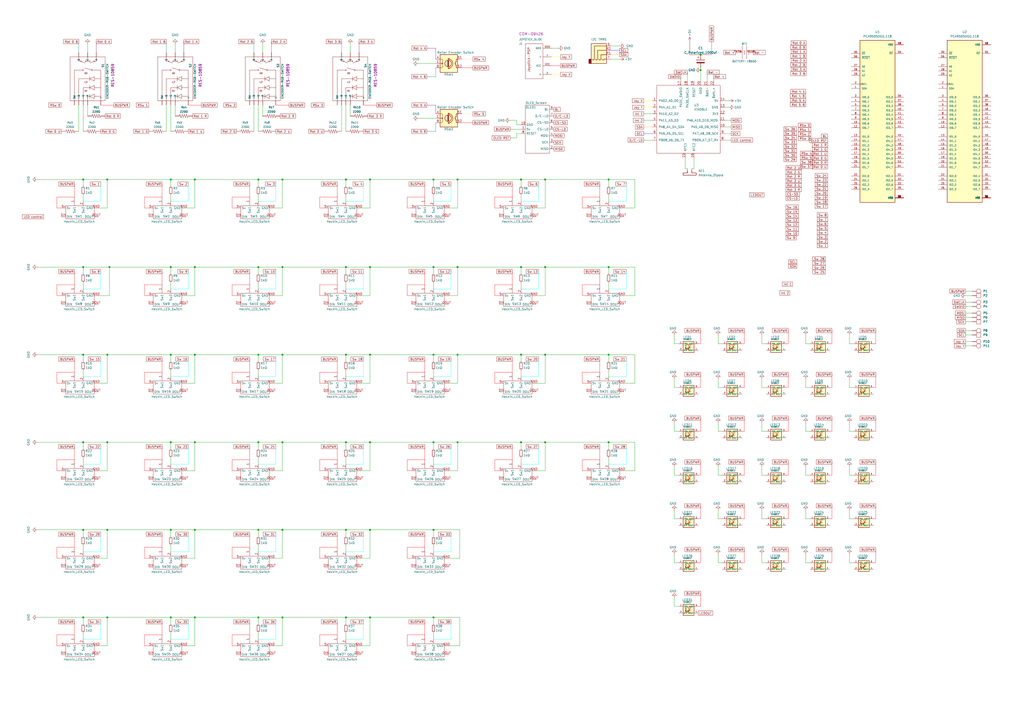
<source format=kicad_sch>
(kicad_sch (version 20211123) (generator eeschema)
  (paper "A2")
  (junction (at 353.06 256.54))
  (junction (at 113.03 205.74))
  (junction (at 302.26 104.14))
  (junction (at 163.83 205.74))
  (junction (at 251.46 154.94))
  (junction (at 200.66 154.94))
  (junction (at 200.66 104.14))
  (junction (at 62.23 104.14))
  (junction (at 251.46 358.14))
  (junction (at 163.83 358.14))
  (junction (at 353.06 205.74))
  (junction (at 214.63 256.54))
  (junction (at 200.66 358.14))
  (junction (at 63.5 154.94))
  (junction (at 99.06 154.94))
  (junction (at 200.66 256.54))
  (junction (at 149.86 358.14))
  (junction (at 62.23 205.74))
  (junction (at 316.23 104.14))
  (junction (at 251.46 205.74))
  (junction (at 214.63 104.14))
  (junction (at 163.83 104.14))
  (junction (at 99.06 307.34))
  (junction (at 214.63 358.14))
  (junction (at 302.26 154.94))
  (junction (at 48.26 205.74))
  (junction (at 163.83 256.54))
  (junction (at 251.46 307.34))
  (junction (at 113.03 307.34))
  (junction (at 302.26 205.74))
  (junction (at 200.66 307.34))
  (junction (at 149.86 205.74))
  (junction (at 406.4 40.64))
  (junction (at 149.86 154.94))
  (junction (at 48.26 307.34))
  (junction (at 48.26 358.14))
  (junction (at 48.26 154.94))
  (junction (at 62.23 256.54))
  (junction (at 316.23 154.94))
  (junction (at 353.06 154.94))
  (junction (at 113.03 104.14))
  (junction (at 406.4 31.75))
  (junction (at 48.26 256.54))
  (junction (at 48.26 104.14))
  (junction (at 265.43 104.14))
  (junction (at 149.86 256.54))
  (junction (at 214.63 205.74))
  (junction (at 163.83 154.94))
  (junction (at 149.86 307.34))
  (junction (at 251.46 104.14))
  (junction (at 302.26 256.54))
  (junction (at 99.06 104.14))
  (junction (at 214.63 307.34))
  (junction (at 113.03 358.14))
  (junction (at 62.23 358.14))
  (junction (at 316.23 205.74))
  (junction (at 200.66 205.74))
  (junction (at 265.43 154.94))
  (junction (at 251.46 256.54))
  (junction (at 113.03 154.94))
  (junction (at 214.63 154.94))
  (junction (at 316.23 256.54))
  (junction (at 353.06 104.14))
  (junction (at 99.06 256.54))
  (junction (at 265.43 256.54))
  (junction (at 149.86 104.14))
  (junction (at 99.06 358.14))
  (junction (at 265.43 205.74))
  (junction (at 62.23 307.34))
  (junction (at 163.83 307.34))
  (junction (at 113.03 256.54))
  (junction (at 99.06 205.74))
  (wire (pts (xy 33.02 374.65) (xy 35.56 374.65)) (stroke (width 0) (color 255 0 0 1)))
  (wire (pts (xy 144.78 317.5) (xy 134.62 317.5)) (stroke (width 0) (color 255 0 0 1)))
  (wire (pts (xy 302.26 269.24) (xy 312.42 269.24)) (stroke (width 0) (color 0 255 255 1)))
  (wire (pts (xy 107.95 273.05) (xy 113.03 273.05)))
  (wire (pts (xy 406.4 224.79) (xy 405.13 224.79)) (stroke (width 0) (color 255 0 0 1)))
  (wire (pts (xy 62.23 104.14) (xy 99.06 104.14)))
  (wire (pts (xy 144.78 157.48) (xy 144.78 165.1)) (stroke (width 0) (color 255 0 0 1)))
  (wire (pts (xy 441.96 300.99) (xy 444.5 300.99)))
  (wire (pts (xy 163.83 205.74) (xy 200.66 205.74)))
  (wire (pts (xy 144.78 114.3) (xy 134.62 114.3)) (stroke (width 0) (color 255 0 0 1)))
  (wire (pts (xy 149.86 269.24) (xy 160.02 269.24)) (stroke (width 0) (color 0 255 255 1)))
  (wire (pts (xy 441.96 250.19) (xy 444.5 250.19)))
  (wire (pts (xy 368.3 222.25) (xy 368.3 205.74)))
  (wire (pts (xy 33.02 120.65) (xy 35.56 120.65)) (stroke (width 0) (color 255 0 0 1)))
  (wire (pts (xy 431.8 242.57) (xy 431.8 250.19)) (stroke (width 0) (color 255 0 0 1)))
  (wire (pts (xy 200.66 154.94) (xy 214.63 154.94)))
  (wire (pts (xy 316.23 104.14) (xy 353.06 104.14)))
  (wire (pts (xy 287.02 114.3) (xy 287.02 120.65)) (stroke (width 0) (color 255 0 0 1)))
  (wire (pts (xy 368.3 278.13) (xy 368.3 292.1)) (stroke (width 0) (color 255 255 255 1)))
  (wire (pts (xy 209.55 328.93) (xy 238.76 328.93)) (stroke (width 0) (color 255 255 255 1)))
  (wire (pts (xy 361.95 125.73) (xy 368.3 125.73)) (stroke (width 0) (color 255 255 255 1)))
  (wire (pts (xy 353.06 214.63) (xy 353.06 218.44)))
  (wire (pts (xy 58.42 259.08) (xy 58.42 269.24)) (stroke (width 0) (color 0 255 255 1)))
  (wire (pts (xy 214.63 358.14) (xy 251.46 358.14)))
  (wire (pts (xy 246.38 360.68) (xy 246.38 368.3)) (stroke (width 0) (color 255 0 0 1)))
  (wire (pts (xy 373.38 69.85) (xy 378.46 69.85)))
  (wire (pts (xy 492.76 245.11) (xy 492.76 250.19)))
  (wire (pts (xy 481.33 330.2) (xy 495.3 330.2)) (stroke (width 0) (color 255 255 255 1)))
  (wire (pts (xy 149.86 104.14) (xy 163.83 104.14)))
  (wire (pts (xy 482.6 217.17) (xy 482.6 224.79)) (stroke (width 0) (color 255 0 0 1)))
  (wire (pts (xy 347.98 106.68) (xy 347.98 114.3)) (stroke (width 0) (color 255 0 0 1)))
  (wire (pts (xy 236.22 165.1) (xy 236.22 171.45)) (stroke (width 0) (color 255 0 0 1)))
  (wire (pts (xy 43.18 165.1) (xy 33.02 165.1)) (stroke (width 0) (color 255 0 0 1)))
  (wire (pts (xy 441.96 245.11) (xy 441.96 250.19)))
  (wire (pts (xy 107.95 176.53) (xy 137.16 176.53)) (stroke (width 0) (color 255 255 255 1)))
  (wire (pts (xy 391.16 321.31) (xy 391.16 326.39)))
  (wire (pts (xy 361.95 176.53) (xy 368.3 176.53)) (stroke (width 0) (color 255 255 255 1)))
  (wire (pts (xy 185.42 215.9) (xy 185.42 222.25)) (stroke (width 0) (color 255 0 0 1)))
  (wire (pts (xy 236.22 171.45) (xy 238.76 171.45)) (stroke (width 0) (color 255 0 0 1)))
  (wire (pts (xy 134.62 368.3) (xy 134.62 374.65)) (stroke (width 0) (color 255 0 0 1)))
  (wire (pts (xy 236.22 273.05) (xy 238.76 273.05)) (stroke (width 0) (color 255 0 0 1)))
  (wire (pts (xy 33.02 266.7) (xy 33.02 273.05)) (stroke (width 0) (color 255 0 0 1)))
  (wire (pts (xy 261.62 309.88) (xy 261.62 320.04)) (stroke (width 0) (color 0 255 255 1)))
  (wire (pts (xy 251.46 256.54) (xy 265.43 256.54)))
  (wire (pts (xy 467.36 300.99) (xy 469.9 300.99)))
  (wire (pts (xy 508 191.77) (xy 508 199.39)) (stroke (width 0) (color 255 0 0 1)))
  (wire (pts (xy 391.16 194.31) (xy 391.16 199.39)))
  (wire (pts (xy 113.03 120.65) (xy 113.03 104.14)))
  (wire (pts (xy 149.86 256.54) (xy 163.83 256.54)))
  (wire (pts (xy 43.18 106.68) (xy 43.18 114.3)) (stroke (width 0) (color 255 0 0 1)))
  (wire (pts (xy 387.35 336.55) (xy 387.35 355.6)) (stroke (width 0) (color 255 255 255 1)))
  (wire (pts (xy 260.35 176.53) (xy 289.56 176.53)) (stroke (width 0) (color 255 255 255 1)))
  (wire (pts (xy 158.75 176.53) (xy 187.96 176.53)) (stroke (width 0) (color 255 255 255 1)))
  (wire (pts (xy 353.06 154.94) (xy 368.3 154.94)))
  (wire (pts (xy 391.16 275.59) (xy 393.7 275.59)))
  (wire (pts (xy 337.82 114.3) (xy 337.82 120.65)) (stroke (width 0) (color 255 0 0 1)))
  (wire (pts (xy 83.82 368.3) (xy 83.82 374.65)) (stroke (width 0) (color 255 0 0 1)))
  (wire (pts (xy 297.18 259.08) (xy 297.18 266.7)) (stroke (width 0) (color 255 0 0 1)))
  (wire (pts (xy 391.16 295.91) (xy 391.16 300.99)))
  (wire (pts (xy 297.18 165.1) (xy 287.02 165.1)) (stroke (width 0) (color 255 0 0 1)))
  (wire (pts (xy 368.3 120.65) (xy 368.3 104.14)))
  (wire (pts (xy 265.43 154.94) (xy 302.26 154.94)))
  (wire (pts (xy 200.66 367.03) (xy 200.66 370.84)))
  (wire (pts (xy 251.46 209.55) (xy 251.46 205.74)))
  (wire (pts (xy 218.44 60.96) (xy 210.82 60.96)) (stroke (width 0) (color 255 0 0 1)))
  (wire (pts (xy 247.65 44.45) (xy 252.73 44.45)) (stroke (width 0) (color 0 132 132 1)))
  (wire (pts (xy 373.38 58.42) (xy 378.46 58.42)) (stroke (width 0) (color 255 255 0 1)))
  (wire (pts (xy 48.26 316.23) (xy 48.26 320.04)))
  (wire (pts (xy 416.56 275.59) (xy 419.1 275.59)))
  (wire (pts (xy 406.4 242.57) (xy 406.4 250.19)) (stroke (width 0) (color 255 0 0 1)))
  (wire (pts (xy 492.76 295.91) (xy 492.76 300.99)))
  (wire (pts (xy 93.98 215.9) (xy 83.82 215.9)) (stroke (width 0) (color 255 0 0 1)))
  (wire (pts (xy 506.73 304.8) (xy 508 304.8)) (stroke (width 0) (color 255 255 255 1)))
  (wire (pts (xy 55.88 24.13) (xy 55.88 30.48)) (stroke (width 0) (color 132 0 132 1)))
  (wire (pts (xy 560.07 191.77) (xy 563.88 191.77)))
  (wire (pts (xy 251.46 104.14) (xy 265.43 104.14)))
  (wire (pts (xy 134.62 171.45) (xy 137.16 171.45)) (stroke (width 0) (color 255 0 0 1)))
  (wire (pts (xy 320.04 38.1) (xy 325.12 38.1)) (stroke (width 0) (color 255 0 0 1)))
  (wire (pts (xy 361.95 222.25) (xy 368.3 222.25)))
  (wire (pts (xy 214.63 205.74) (xy 251.46 205.74)))
  (wire (pts (xy 43.18 259.08) (xy 43.18 266.7)) (stroke (width 0) (color 255 0 0 1)))
  (wire (pts (xy 416.56 270.51) (xy 416.56 275.59)))
  (wire (pts (xy 200.66 76.2) (xy 200.66 60.96)))
  (wire (pts (xy 481.33 228.6) (xy 495.3 228.6)) (stroke (width 0) (color 255 255 255 1)))
  (wire (pts (xy 482.6 242.57) (xy 482.6 250.19)) (stroke (width 0) (color 255 0 0 1)))
  (wire (pts (xy 247.65 76.2) (xy 252.73 76.2)) (stroke (width 0) (color 0 132 132 1)))
  (wire (pts (xy 57.15 222.25) (xy 62.23 222.25)))
  (wire (pts (xy 144.78 106.68) (xy 144.78 114.3)) (stroke (width 0) (color 255 0 0 1)))
  (wire (pts (xy 368.3 273.05) (xy 368.3 256.54)))
  (wire (pts (xy 492.76 300.99) (xy 495.3 300.99)))
  (wire (pts (xy 185.42 114.3) (xy 185.42 120.65)) (stroke (width 0) (color 255 0 0 1)))
  (wire (pts (xy 107.95 222.25) (xy 113.03 222.25)))
  (wire (pts (xy 246.38 106.68) (xy 246.38 114.3)) (stroke (width 0) (color 255 0 0 1)))
  (wire (pts (xy 560.07 181.61) (xy 563.88 181.61)))
  (wire (pts (xy 198.12 24.13) (xy 198.12 30.48)) (stroke (width 0) (color 0 132 132 1)))
  (wire (pts (xy 83.82 165.1) (xy 83.82 171.45)) (stroke (width 0) (color 255 0 0 1)))
  (wire (pts (xy 251.46 316.23) (xy 251.46 320.04)))
  (wire (pts (xy 508 199.39) (xy 506.73 199.39)) (stroke (width 0) (color 255 0 0 1)))
  (wire (pts (xy 195.58 309.88) (xy 195.58 317.5)) (stroke (width 0) (color 255 0 0 1)))
  (wire (pts (xy 57.15 120.65) (xy 62.23 120.65)))
  (wire (pts (xy 33.02 368.3) (xy 33.02 374.65)) (stroke (width 0) (color 255 0 0 1)))
  (wire (pts (xy 200.66 104.14) (xy 214.63 104.14)))
  (wire (pts (xy 406.4 39.37) (xy 406.4 40.64)))
  (wire (pts (xy 236.22 374.65) (xy 238.76 374.65)) (stroke (width 0) (color 255 0 0 1)))
  (wire (pts (xy 99.06 107.95) (xy 99.06 104.14)))
  (wire (pts (xy 398.78 41.91) (xy 398.78 46.99)))
  (wire (pts (xy 209.55 278.13) (xy 238.76 278.13)) (stroke (width 0) (color 255 255 255 1)))
  (wire (pts (xy 297.18 208.28) (xy 297.18 215.9)) (stroke (width 0) (color 255 0 0 1)))
  (wire (pts (xy 209.55 273.05) (xy 214.63 273.05)))
  (wire (pts (xy 410.21 41.91) (xy 410.21 46.99)))
  (wire (pts (xy 424.18 77.47) (xy 420.37 77.47)))
  (wire (pts (xy 482.6 224.79) (xy 481.33 224.79)) (stroke (width 0) (color 255 0 0 1)))
  (wire (pts (xy 482.6 326.39) (xy 481.33 326.39)) (stroke (width 0) (color 255 0 0 1)))
  (wire (pts (xy 482.6 275.59) (xy 481.33 275.59)) (stroke (width 0) (color 255 0 0 1)))
  (wire (pts (xy 62.23 374.65) (xy 62.23 358.14)))
  (wire (pts (xy 274.32 34.29) (xy 267.97 34.29)) (stroke (width 0) (color 255 229 191 1)))
  (wire (pts (xy 455.93 330.2) (xy 469.9 330.2)) (stroke (width 0) (color 255 255 255 1)))
  (wire (pts (xy 467.36 194.31) (xy 467.36 199.39)))
  (wire (pts (xy 287.02 120.65) (xy 289.56 120.65)) (stroke (width 0) (color 255 0 0 1)))
  (wire (pts (xy 312.42 157.48) (xy 312.42 167.64)) (stroke (width 0) (color 0 255 255 1)))
  (wire (pts (xy 58.42 360.68) (xy 58.42 370.84)) (stroke (width 0) (color 0 255 255 1)))
  (wire (pts (xy 406.4 250.19) (xy 405.13 250.19)) (stroke (width 0) (color 255 0 0 1)))
  (wire (pts (xy 113.03 374.65) (xy 113.03 358.14)))
  (wire (pts (xy 508 254) (xy 508 260.35)) (stroke (width 0) (color 255 255 255 1)))
  (wire (pts (xy 353.06 205.74) (xy 368.3 205.74)))
  (wire (pts (xy 113.03 273.05) (xy 113.03 256.54)))
  (wire (pts (xy 260.35 278.13) (xy 289.56 278.13)) (stroke (width 0) (color 255 255 255 1)))
  (wire (pts (xy 347.98 157.48) (xy 347.98 165.1)) (stroke (width 0) (color 255 0 0 1)))
  (wire (pts (xy 508 318.77) (xy 508 326.39)) (stroke (width 0) (color 255 0 0 1)))
  (wire (pts (xy 251.46 214.63) (xy 251.46 218.44)))
  (wire (pts (xy 260.35 125.73) (xy 289.56 125.73)) (stroke (width 0) (color 255 255 255 1)))
  (wire (pts (xy 353.06 256.54) (xy 368.3 256.54)))
  (wire (pts (xy 405.13 279.4) (xy 419.1 279.4)) (stroke (width 0) (color 255 255 255 1)))
  (wire (pts (xy 158.75 273.05) (xy 163.83 273.05)))
  (wire (pts (xy 43.18 215.9) (xy 33.02 215.9)) (stroke (width 0) (color 255 0 0 1)))
  (wire (pts (xy 195.58 215.9) (xy 185.42 215.9)) (stroke (width 0) (color 255 0 0 1)))
  (wire (pts (xy 363.22 157.48) (xy 363.22 167.64)) (stroke (width 0) (color 0 255 255 1)))
  (wire (pts (xy 337.82 215.9) (xy 337.82 222.25)) (stroke (width 0) (color 255 0 0 1)))
  (wire (pts (xy 261.62 259.08) (xy 261.62 269.24)) (stroke (width 0) (color 0 255 255 1)))
  (wire (pts (xy 508 285.75) (xy 387.35 285.75)) (stroke (width 0) (color 255 255 255 1)))
  (wire (pts (xy 149.86 260.35) (xy 149.86 256.54)))
  (wire (pts (xy 508 275.59) (xy 506.73 275.59)) (stroke (width 0) (color 255 0 0 1)))
  (wire (pts (xy 368.3 125.73) (xy 368.3 139.7)) (stroke (width 0) (color 255 255 255 1)))
  (wire (pts (xy 246.38 208.28) (xy 246.38 215.9)) (stroke (width 0) (color 255 0 0 1)))
  (wire (pts (xy 12.7 139.7) (xy 12.7 176.53)) (stroke (width 0) (color 255 255 255 1)))
  (wire (pts (xy 361.95 273.05) (xy 368.3 273.05)))
  (wire (pts (xy 33.02 171.45) (xy 35.56 171.45)) (stroke (width 0) (color 255 0 0 1)))
  (wire (pts (xy 316.23 154.94) (xy 353.06 154.94)))
  (wire (pts (xy 394.97 44.45) (xy 394.97 46.99)))
  (wire (pts (xy 265.43 205.74) (xy 302.26 205.74)))
  (wire (pts (xy 299.72 72.39) (xy 302.26 72.39)))
  (wire (pts (xy 431.8 326.39) (xy 430.53 326.39)) (stroke (width 0) (color 255 0 0 1)))
  (wire (pts (xy 83.82 273.05) (xy 86.36 273.05)) (stroke (width 0) (color 255 0 0 1)))
  (wire (pts (xy 368.3 227.33) (xy 368.3 241.3)) (stroke (width 0) (color 255 255 255 1)))
  (wire (pts (xy 251.46 265.43) (xy 251.46 269.24)))
  (wire (pts (xy 149.86 311.15) (xy 149.86 307.34)))
  (wire (pts (xy 302.26 154.94) (xy 316.23 154.94)))
  (wire (pts (xy 246.38 309.88) (xy 246.38 317.5)) (stroke (width 0) (color 255 0 0 1)))
  (wire (pts (xy 236.22 266.7) (xy 236.22 273.05)) (stroke (width 0) (color 255 0 0 1)))
  (wire (pts (xy 58.42 309.88) (xy 58.42 320.04)) (stroke (width 0) (color 0 255 255 1)))
  (wire (pts (xy 297.18 215.9) (xy 287.02 215.9)) (stroke (width 0) (color 255 0 0 1)))
  (wire (pts (xy 416.56 326.39) (xy 419.1 326.39)))
  (wire (pts (xy 58.42 106.68) (xy 58.42 116.84)) (stroke (width 0) (color 0 255 255 1)))
  (wire (pts (xy 149.86 316.23) (xy 149.86 320.04)))
  (wire (pts (xy 274.32 71.12) (xy 267.97 71.12)) (stroke (width 0) (color 255 0 0 1)))
  (wire (pts (xy 163.83 256.54) (xy 200.66 256.54)))
  (wire (pts (xy 187.96 60.96) (xy 195.58 60.96)) (stroke (width 0) (color 255 229 191 1)))
  (wire (pts (xy 158.75 120.65) (xy 163.83 120.65)))
  (wire (pts (xy 406.4 199.39) (xy 405.13 199.39)) (stroke (width 0) (color 255 0 0 1)))
  (wire (pts (xy 48.26 113.03) (xy 48.26 116.84)))
  (wire (pts (xy 406.4 40.64) (xy 406.4 46.99)))
  (wire (pts (xy 311.15 171.45) (xy 316.23 171.45)))
  (wire (pts (xy 312.42 106.68) (xy 312.42 116.84)) (stroke (width 0) (color 0 255 255 1)))
  (wire (pts (xy 297.18 266.7) (xy 287.02 266.7)) (stroke (width 0) (color 255 0 0 1)))
  (wire (pts (xy 387.35 330.2) (xy 393.7 330.2)) (stroke (width 0) (color 255 255 255 1)))
  (wire (pts (xy 200.66 361.95) (xy 200.66 358.14)))
  (wire (pts (xy 316.23 273.05) (xy 316.23 256.54)))
  (wire (pts (xy 560.07 175.26) (xy 563.88 175.26)))
  (wire (pts (xy 48.26 367.03) (xy 48.26 370.84)))
  (wire (pts (xy 107.95 125.73) (xy 137.16 125.73)) (stroke (width 0) (color 255 255 255 1)))
  (wire (pts (xy 200.66 265.43) (xy 200.66 269.24)))
  (wire (pts (xy 160.02 360.68) (xy 160.02 370.84)) (stroke (width 0) (color 0 255 255 1)))
  (wire (pts (xy 43.18 208.28) (xy 43.18 215.9)) (stroke (width 0) (color 255 0 0 1)))
  (wire (pts (xy 200.66 256.54) (xy 214.63 256.54)))
  (wire (pts (xy 302.26 218.44) (xy 312.42 218.44)) (stroke (width 0) (color 0 255 255 1)))
  (wire (pts (xy 86.36 60.96) (xy 93.98 60.96)) (stroke (width 0) (color 255 229 191 1)))
  (wire (pts (xy 405.13 228.6) (xy 419.1 228.6)) (stroke (width 0) (color 255 255 255 1)))
  (wire (pts (xy 210.82 360.68) (xy 210.82 370.84)) (stroke (width 0) (color 0 255 255 1)))
  (wire (pts (xy 147.32 24.13) (xy 147.32 30.48)) (stroke (width 0) (color 0 132 132 1)))
  (wire (pts (xy 21.59 307.34) (xy 48.26 307.34)))
  (wire (pts (xy 247.65 60.96) (xy 252.73 60.96)) (stroke (width 0) (color 132 0 132 1)))
  (wire (pts (xy 33.02 114.3) (xy 33.02 120.65)) (stroke (width 0) (color 255 0 0 1)))
  (wire (pts (xy 247.65 27.94) (xy 252.73 27.94)) (stroke (width 0) (color 132 0 132 1)))
  (wire (pts (xy 209.55 171.45) (xy 214.63 171.45)))
  (wire (pts (xy 12.7 278.13) (xy 35.56 278.13)) (stroke (width 0) (color 255 255 255 1)))
  (wire (pts (xy 99.06 269.24) (xy 109.22 269.24)) (stroke (width 0) (color 0 255 255 1)))
  (wire (pts (xy 302.26 256.54) (xy 316.23 256.54)))
  (wire (pts (xy 387.35 311.15) (xy 387.35 330.2)) (stroke (width 0) (color 255 255 255 1)))
  (wire (pts (xy 508 279.4) (xy 508 285.75)) (stroke (width 0) (color 255 255 255 1)))
  (wire (pts (xy 62.23 222.25) (xy 62.23 205.74)))
  (wire (pts (xy 359.41 26.67) (xy 354.33 26.67)))
  (wire (pts (xy 12.7 292.1) (xy 12.7 328.93)) (stroke (width 0) (color 255 255 255 1)))
  (wire (pts (xy 62.23 273.05) (xy 62.23 256.54)))
  (wire (pts (xy 387.35 228.6) (xy 393.7 228.6)) (stroke (width 0) (color 255 255 255 1)))
  (wire (pts (xy 93.98 208.28) (xy 93.98 215.9)) (stroke (width 0) (color 255 0 0 1)))
  (wire (pts (xy 99.06 256.54) (xy 113.03 256.54)))
  (wire (pts (xy 431.8 217.17) (xy 431.8 224.79)) (stroke (width 0) (color 255 0 0 1)))
  (wire (pts (xy 149.86 370.84) (xy 160.02 370.84)) (stroke (width 0) (color 0 255 255 1)))
  (wire (pts (xy 311.15 227.33) (xy 340.36 227.33)) (stroke (width 0) (color 255 255 255 1)))
  (wire (pts (xy 337.82 273.05) (xy 340.36 273.05)) (stroke (width 0) (color 255 0 0 1)))
  (wire (pts (xy 144.78 309.88) (xy 144.78 317.5)) (stroke (width 0) (color 255 0 0 1)))
  (wire (pts (xy 195.58 157.48) (xy 195.58 165.1)) (stroke (width 0) (color 255 0 0 1)))
  (wire (pts (xy 57.15 125.73) (xy 86.36 125.73)) (stroke (width 0) (color 255 255 255 1)))
  (wire (pts (xy 203.2 60.96) (xy 203.2 67.31)))
  (wire (pts (xy 195.58 165.1) (xy 185.42 165.1)) (stroke (width 0) (color 255 0 0 1)))
  (wire (pts (xy 265.43 273.05) (xy 265.43 256.54)))
  (wire (pts (xy 50.8 60.96) (xy 50.8 67.31)))
  (wire (pts (xy 246.38 259.08) (xy 246.38 266.7)) (stroke (width 0) (color 255 0 0 1)))
  (wire (pts (xy 508 311.15) (xy 387.35 311.15)) (stroke (width 0) (color 255 255 255 1)))
  (wire (pts (xy 62.23 205.74) (xy 99.06 205.74)))
  (wire (pts (xy 113.03 222.25) (xy 113.03 205.74)))
  (wire (pts (xy 387.35 285.75) (xy 387.35 304.8)) (stroke (width 0) (color 255 255 255 1)))
  (wire (pts (xy 260.35 323.85) (xy 266.7 323.85)))
  (wire (pts (xy 251.46 154.94) (xy 265.43 154.94)))
  (wire (pts (xy 391.16 250.19) (xy 393.7 250.19)))
  (wire (pts (xy 251.46 113.03) (xy 251.46 116.84)))
  (wire (pts (xy 302.26 209.55) (xy 302.26 205.74)))
  (wire (pts (xy 508 330.2) (xy 508 336.55)) (stroke (width 0) (color 255 255 255 1)))
  (wire (pts (xy 99.06 76.2) (xy 99.06 60.96)))
  (wire (pts (xy 353.06 167.64) (xy 363.22 167.64)) (stroke (width 0) (color 0 255 255 1)))
  (wire (pts (xy 347.98 266.7) (xy 337.82 266.7)) (stroke (width 0) (color 255 0 0 1)))
  (wire (pts (xy 149.86 205.74) (xy 163.83 205.74)))
  (wire (pts (xy 431.8 250.19) (xy 430.53 250.19)) (stroke (width 0) (color 255 0 0 1)))
  (wire (pts (xy 149.86 361.95) (xy 149.86 358.14)))
  (wire (pts (xy 302.26 265.43) (xy 302.26 269.24)))
  (wire (pts (xy 158.75 379.73) (xy 187.96 379.73)) (stroke (width 0) (color 255 255 255 1)))
  (wire (pts (xy 83.82 120.65) (xy 86.36 120.65)) (stroke (width 0) (color 255 0 0 1)))
  (wire (pts (xy 368.3 139.7) (xy 12.7 139.7)) (stroke (width 0) (color 255 255 255 1)))
  (wire (pts (xy 251.46 311.15) (xy 251.46 307.34)))
  (wire (pts (xy 441.96 295.91) (xy 441.96 300.99)))
  (wire (pts (xy 560.07 184.15) (xy 563.88 184.15)))
  (wire (pts (xy 457.2 250.19) (xy 455.93 250.19)) (stroke (width 0) (color 255 0 0 1)))
  (wire (pts (xy 387.35 304.8) (xy 393.7 304.8)) (stroke (width 0) (color 255 255 255 1)))
  (wire (pts (xy 252.73 76.2) (xy 252.73 71.12)) (stroke (width 0) (color 0 132 132 1)))
  (wire (pts (xy 158.75 222.25) (xy 163.83 222.25)))
  (wire (pts (xy 185.42 165.1) (xy 185.42 171.45)) (stroke (width 0) (color 255 0 0 1)))
  (wire (pts (xy 353.06 107.95) (xy 353.06 104.14)))
  (wire (pts (xy 287.02 171.45) (xy 289.56 171.45)) (stroke (width 0) (color 255 0 0 1)))
  (wire (pts (xy 158.75 125.73) (xy 187.96 125.73)) (stroke (width 0) (color 255 255 255 1)))
  (wire (pts (xy 107.95 323.85) (xy 113.03 323.85)))
  (wire (pts (xy 236.22 323.85) (xy 238.76 323.85)) (stroke (width 0) (color 255 0 0 1)))
  (wire (pts (xy 152.4 60.96) (xy 152.4 67.31)))
  (wire (pts (xy 113.03 205.74) (xy 149.86 205.74)))
  (wire (pts (xy 21.59 358.14) (xy 48.26 358.14)))
  (wire (pts (xy 431.8 293.37) (xy 431.8 300.99)) (stroke (width 0) (color 255 0 0 1)))
  (wire (pts (xy 99.06 320.04) (xy 109.22 320.04)) (stroke (width 0) (color 0 255 255 1)))
  (wire (pts (xy 200.66 311.15) (xy 200.66 307.34)))
  (wire (pts (xy 209.55 120.65) (xy 214.63 120.65)))
  (wire (pts (xy 431.8 267.97) (xy 431.8 275.59)) (stroke (width 0) (color 255 0 0 1)))
  (wire (pts (xy 467.36 275.59) (xy 469.9 275.59)))
  (wire (pts (xy 260.35 222.25) (xy 265.43 222.25)))
  (wire (pts (xy 261.62 157.48) (xy 261.62 167.64)) (stroke (width 0) (color 0 255 255 1)))
  (wire (pts (xy 455.93 203.2) (xy 469.9 203.2)) (stroke (width 0) (color 255 255 255 1)))
  (wire (pts (xy 337.82 120.65) (xy 340.36 120.65)) (stroke (width 0) (color 255 0 0 1)))
  (wire (pts (xy 48.26 154.94) (xy 63.5 154.94)))
  (wire (pts (xy 214.63 307.34) (xy 251.46 307.34)))
  (wire (pts (xy 99.06 311.15) (xy 99.06 307.34)))
  (wire (pts (xy 48.26 158.75) (xy 48.26 154.94)))
  (wire (pts (xy 163.83 323.85) (xy 163.83 307.34)))
  (wire (pts (xy 48.26 320.04) (xy 58.42 320.04)) (stroke (width 0) (color 0 255 255 1)))
  (wire (pts (xy 299.72 69.85) (xy 295.91 69.85)))
  (wire (pts (xy 33.02 215.9) (xy 33.02 222.25)) (stroke (width 0) (color 255 0 0 1)))
  (wire (pts (xy 163.83 222.25) (xy 163.83 205.74)))
  (wire (pts (xy 260.35 227.33) (xy 289.56 227.33)) (stroke (width 0) (color 255 255 255 1)))
  (wire (pts (xy 210.82 259.08) (xy 210.82 269.24)) (stroke (width 0) (color 0 255 255 1)))
  (wire (pts (xy 560.07 198.12) (xy 563.88 198.12)))
  (wire (pts (xy 158.75 227.33) (xy 187.96 227.33)) (stroke (width 0) (color 255 255 255 1)))
  (wire (pts (xy 391.16 270.51) (xy 391.16 275.59)))
  (wire (pts (xy 431.8 199.39) (xy 430.53 199.39)) (stroke (width 0) (color 255 0 0 1)))
  (wire (pts (xy 482.6 300.99) (xy 481.33 300.99)) (stroke (width 0) (color 255 0 0 1)))
  (wire (pts (xy 45.72 76.2) (xy 45.72 60.96)))
  (wire (pts (xy 302.26 107.95) (xy 302.26 104.14)))
  (wire (pts (xy 297.18 106.68) (xy 297.18 114.3)) (stroke (width 0) (color 255 0 0 1)))
  (wire (pts (xy 134.62 165.1) (xy 134.62 171.45)) (stroke (width 0) (color 255 0 0 1)))
  (wire (pts (xy 312.42 259.08) (xy 312.42 269.24)) (stroke (width 0) (color 0 255 255 1)))
  (wire (pts (xy 149.86 76.2) (xy 149.86 60.96)))
  (wire (pts (xy 560.07 186.69) (xy 563.88 186.69)))
  (wire (pts (xy 265.43 256.54) (xy 302.26 256.54)))
  (wire (pts (xy 302.26 214.63) (xy 302.26 218.44)))
  (wire (pts (xy 200.66 260.35) (xy 200.66 256.54)))
  (wire (pts (xy 48.26 311.15) (xy 48.26 307.34)))
  (wire (pts (xy 246.38 266.7) (xy 236.22 266.7)) (stroke (width 0) (color 255 0 0 1)))
  (wire (pts (xy 508 326.39) (xy 506.73 326.39)) (stroke (width 0) (color 255 0 0 1)))
  (wire (pts (xy 109.22 157.48) (xy 109.22 167.64)) (stroke (width 0) (color 0 255 255 1)))
  (wire (pts (xy 347.98 165.1) (xy 337.82 165.1)) (stroke (width 0) (color 255 0 0 1)))
  (wire (pts (xy 492.76 219.71) (xy 492.76 224.79)))
  (wire (pts (xy 467.36 250.19) (xy 469.9 250.19)))
  (wire (pts (xy 261.62 106.68) (xy 261.62 116.84)) (stroke (width 0) (color 0 255 255 1)))
  (wire (pts (xy 149.86 209.55) (xy 149.86 205.74)))
  (wire (pts (xy 373.38 73.66) (xy 378.46 73.66)) (stroke (width 0) (color 255 153 0 1)))
  (wire (pts (xy 93.98 368.3) (xy 83.82 368.3)) (stroke (width 0) (color 255 0 0 1)))
  (wire (pts (xy 406.4 267.97) (xy 406.4 275.59)) (stroke (width 0) (color 255 0 0 1)))
  (wire (pts (xy 152.4 25.4) (xy 152.4 30.48)))
  (wire (pts (xy 508 242.57) (xy 508 250.19)) (stroke (width 0) (color 255 0 0 1)))
  (wire (pts (xy 359.41 34.29) (xy 354.33 34.29)))
  (wire (pts (xy 406.4 217.17) (xy 406.4 224.79)) (stroke (width 0) (color 255 0 0 1)))
  (wire (pts (xy 508 260.35) (xy 387.35 260.35)) (stroke (width 0) (color 255 255 255 1)))
  (wire (pts (xy 467.36 321.31) (xy 467.36 326.39)))
  (wire (pts (xy 422.91 58.42) (xy 420.37 58.42)))
  (wire (pts (xy 209.55 176.53) (xy 238.76 176.53)) (stroke (width 0) (color 255 255 255 1)))
  (wire (pts (xy 401.32 97.79) (xy 402.59 97.79)))
  (wire (pts (xy 368.3 190.5) (xy 12.7 190.5)) (stroke (width 0) (color 255 255 255 1)))
  (wire (pts (xy 414.02 44.45) (xy 414.02 46.99)))
  (wire (pts (xy 48.26 214.63) (xy 48.26 218.44)))
  (wire (pts (xy 200.66 158.75) (xy 200.66 154.94)))
  (wire (pts (xy 48.26 358.14) (xy 62.23 358.14)))
  (wire (pts (xy 353.06 113.03) (xy 353.06 116.84)))
  (wire (pts (xy 391.16 346.71) (xy 391.16 351.79)))
  (wire (pts (xy 387.35 260.35) (xy 387.35 279.4)) (stroke (width 0) (color 255 255 255 1)))
  (wire (pts (xy 109.22 309.88) (xy 109.22 320.04)) (stroke (width 0) (color 0 255 255 1)))
  (wire (pts (xy 311.15 278.13) (xy 340.36 278.13)) (stroke (width 0) (color 255 255 255 1)))
  (wire (pts (xy 149.86 107.95) (xy 149.86 104.14)))
  (wire (pts (xy 99.06 265.43) (xy 99.06 269.24)))
  (wire (pts (xy 144.78 208.28) (xy 144.78 215.9)) (stroke (width 0) (color 255 0 0 1)))
  (wire (pts (xy 214.63 120.65) (xy 214.63 104.14)))
  (wire (pts (xy 422.91 62.23) (xy 420.37 62.23)))
  (wire (pts (xy 441.96 219.71) (xy 441.96 224.79)))
  (wire (pts (xy 99.06 361.95) (xy 99.06 358.14)))
  (wire (pts (xy 457.2 300.99) (xy 455.93 300.99)) (stroke (width 0) (color 255 0 0 1)))
  (wire (pts (xy 33.02 222.25) (xy 35.56 222.25)) (stroke (width 0) (color 255 0 0 1)))
  (wire (pts (xy 430.53 330.2) (xy 444.5 330.2)) (stroke (width 0) (color 255 255 255 1)))
  (wire (pts (xy 506.73 203.2) (xy 508 203.2)) (stroke (width 0) (color 255 255 255 1)))
  (wire (pts (xy 93.98 106.68) (xy 93.98 114.3)) (stroke (width 0) (color 255 0 0 1)))
  (wire (pts (xy 265.43 104.14) (xy 302.26 104.14)))
  (wire (pts (xy 481.33 203.2) (xy 495.3 203.2)) (stroke (width 0) (color 255 255 255 1)))
  (wire (pts (xy 353.06 269.24) (xy 363.22 269.24)) (stroke (width 0) (color 0 255 255 1)))
  (wire (pts (xy 457.2 318.77) (xy 457.2 326.39)) (stroke (width 0) (color 255 0 0 1)))
  (wire (pts (xy 441.96 224.79) (xy 444.5 224.79)))
  (wire (pts (xy 397.51 91.44) (xy 397.51 97.79)))
  (wire (pts (xy 405.13 304.8) (xy 419.1 304.8)) (stroke (width 0) (color 255 255 255 1)))
  (wire (pts (xy 492.76 270.51) (xy 492.76 275.59)))
  (wire (pts (xy 43.18 266.7) (xy 33.02 266.7)) (stroke (width 0) (color 255 0 0 1)))
  (wire (pts (xy 431.8 275.59) (xy 430.53 275.59)) (stroke (width 0) (color 255 0 0 1)))
  (wire (pts (xy 214.63 104.14) (xy 251.46 104.14)))
  (wire (pts (xy 99.06 154.94) (xy 113.03 154.94)))
  (wire (pts (xy 251.46 205.74) (xy 265.43 205.74)))
  (wire (pts (xy 214.63 323.85) (xy 214.63 307.34)))
  (wire (pts (xy 508 209.55) (xy 387.35 209.55)) (stroke (width 0) (color 255 255 255 1)))
  (wire (pts (xy 353.06 104.14) (xy 368.3 104.14)))
  (wire (pts (xy 144.78 368.3) (xy 134.62 368.3)) (stroke (width 0) (color 255 0 0 1)))
  (wire (pts (xy 391.16 300.99) (xy 393.7 300.99)))
  (wire (pts (xy 33.02 323.85) (xy 35.56 323.85)) (stroke (width 0) (color 255 0 0 1)))
  (wire (pts (xy 200.66 316.23) (xy 200.66 320.04)))
  (wire (pts (xy 455.93 304.8) (xy 469.9 304.8)) (stroke (width 0) (color 255 255 255 1)))
  (wire (pts (xy 299.72 77.47) (xy 302.26 77.47)))
  (wire (pts (xy 266.7 374.65) (xy 266.7 358.14)))
  (wire (pts (xy 48.26 107.95) (xy 48.26 104.14)))
  (wire (pts (xy 506.73 228.6) (xy 508 228.6)) (stroke (width 0) (color 255 255 255 1)))
  (wire (pts (xy 508 203.2) (xy 508 209.55)) (stroke (width 0) (color 255 255 255 1)))
  (wire (pts (xy 214.63 222.25) (xy 214.63 205.74)))
  (wire (pts (xy 62.23 256.54) (xy 99.06 256.54)))
  (wire (pts (xy 43.18 114.3) (xy 33.02 114.3)) (stroke (width 0) (color 255 0 0 1)))
  (wire (pts (xy 158.75 374.65) (xy 163.83 374.65)))
  (wire (pts (xy 441.96 270.51) (xy 441.96 275.59)))
  (wire (pts (xy 107.95 120.65) (xy 113.03 120.65)))
  (wire (pts (xy 508 228.6) (xy 508 234.95)) (stroke (width 0) (color 255 255 255 1)))
  (wire (pts (xy 12.7 176.53) (xy 35.56 176.53)) (stroke (width 0) (color 255 255 255 1)))
  (wire (pts (xy 236.22 317.5) (xy 236.22 323.85)) (stroke (width 0) (color 255 0 0 1)))
  (wire (pts (xy 431.8 300.99) (xy 430.53 300.99)) (stroke (width 0) (color 255 0 0 1)))
  (wire (pts (xy 200.66 269.24) (xy 210.82 269.24)) (stroke (width 0) (color 0 255 255 1)))
  (wire (pts (xy 506.73 330.2) (xy 508 330.2)) (stroke (width 0) (color 255 255 255 1)))
  (wire (pts (xy 251.46 269.24) (xy 261.62 269.24)) (stroke (width 0) (color 0 255 255 1)))
  (wire (pts (xy 274.32 39.37) (xy 267.97 39.37)) (stroke (width 0) (color 255 0 0 1)))
  (wire (pts (xy 185.42 171.45) (xy 187.96 171.45)) (stroke (width 0) (color 255 0 0 1)))
  (wire (pts (xy 246.38 165.1) (xy 236.22 165.1)) (stroke (width 0) (color 255 0 0 1)))
  (wire (pts (xy 208.28 24.13) (xy 208.28 30.48)) (stroke (width 0) (color 132 0 132 1)))
  (wire (pts (xy 48.26 307.34) (xy 62.23 307.34)))
  (wire (pts (xy 209.55 374.65) (xy 214.63 374.65)))
  (wire (pts (xy 33.02 273.05) (xy 35.56 273.05)) (stroke (width 0) (color 255 0 0 1)))
  (wire (pts (xy 252.73 60.96) (xy 252.73 66.04)) (stroke (width 0) (color 132 0 132 1)))
  (wire (pts (xy 482.6 293.37) (xy 482.6 300.99)) (stroke (width 0) (color 255 0 0 1)))
  (wire (pts (xy 481.33 279.4) (xy 495.3 279.4)) (stroke (width 0) (color 255 255 255 1)))
  (wire (pts (xy 158.75 323.85) (xy 163.83 323.85)))
  (wire (pts (xy 508 300.99) (xy 506.73 300.99)) (stroke (width 0) (color 255 0 0 1)))
  (wire (pts (xy 43.18 368.3) (xy 33.02 368.3)) (stroke (width 0) (color 255 0 0 1)))
  (wire (pts (xy 416.56 194.31) (xy 416.56 199.39)))
  (wire (pts (xy 167.64 60.96) (xy 160.02 60.96)) (stroke (width 0) (color 255 0 0 1)))
  (wire (pts (xy 83.82 171.45) (xy 86.36 171.45)) (stroke (width 0) (color 255 0 0 1)))
  (wire (pts (xy 416.56 219.71) (xy 416.56 224.79)))
  (wire (pts (xy 295.91 80.01) (xy 299.72 80.01)))
  (wire (pts (xy 200.66 209.55) (xy 200.66 205.74)))
  (wire (pts (xy 311.15 176.53) (xy 340.36 176.53)) (stroke (width 0) (color 255 255 255 1)))
  (wire (pts (xy 274.32 66.04) (xy 267.97 66.04)) (stroke (width 0) (color 255 229 191 1)))
  (wire (pts (xy 457.2 242.57) (xy 457.2 250.19)) (stroke (width 0) (color 255 0 0 1)))
  (wire (pts (xy 99.06 205.74) (xy 113.03 205.74)))
  (wire (pts (xy 83.82 374.65) (xy 86.36 374.65)) (stroke (width 0) (color 255 0 0 1)))
  (wire (pts (xy 195.58 259.08) (xy 195.58 266.7)) (stroke (width 0) (color 255 0 0 1)))
  (wire (pts (xy 361.95 120.65) (xy 368.3 120.65)))
  (wire (pts (xy 560.07 168.91) (xy 563.88 168.91)))
  (wire (pts (xy 347.98 259.08) (xy 347.98 266.7)) (stroke (width 0) (color 255 0 0 1)))
  (wire (pts (xy 347.98 208.28) (xy 347.98 215.9)) (stroke (width 0) (color 255 0 0 1)))
  (wire (pts (xy 107.95 328.93) (xy 137.16 328.93)) (stroke (width 0) (color 255 255 255 1)))
  (wire (pts (xy 12.7 190.5) (xy 12.7 227.33)) (stroke (width 0) (color 255 255 255 1)))
  (wire (pts (xy 381 203.2) (xy 393.7 203.2)) (stroke (width 0) (color 255 255 255 1)))
  (wire (pts (xy 368.3 176.53) (xy 368.3 190.5)) (stroke (width 0) (color 255 255 255 1)))
  (wire (pts (xy 160.02 259.08) (xy 160.02 269.24)) (stroke (width 0) (color 0 255 255 1)))
  (wire (pts (xy 160.02 309.88) (xy 160.02 320.04)) (stroke (width 0) (color 0 255 255 1)))
  (wire (pts (xy 134.62 120.65) (xy 137.16 120.65)) (stroke (width 0) (color 255 0 0 1)))
  (wire (pts (xy 48.26 104.14) (xy 62.23 104.14)))
  (wire (pts (xy 430.53 228.6) (xy 444.5 228.6)) (stroke (width 0) (color 255 255 255 1)))
  (wire (pts (xy 33.02 317.5) (xy 33.02 323.85)) (stroke (width 0) (color 255 0 0 1)))
  (wire (pts (xy 57.15 323.85) (xy 62.23 323.85)))
  (wire (pts (xy 508 224.79) (xy 506.73 224.79)) (stroke (width 0) (color 255 0 0 1)))
  (wire (pts (xy 93.98 360.68) (xy 93.98 368.3)) (stroke (width 0) (color 255 0 0 1)))
  (wire (pts (xy 457.2 217.17) (xy 457.2 224.79)) (stroke (width 0) (color 255 0 0 1)))
  (wire (pts (xy 242.57 68.58) (xy 252.73 68.58)))
  (wire (pts (xy 185.42 266.7) (xy 185.42 273.05)) (stroke (width 0) (color 255 0 0 1)))
  (wire (pts (xy 347.98 215.9) (xy 337.82 215.9)) (stroke (width 0) (color 255 0 0 1)))
  (wire (pts (xy 157.48 24.13) (xy 157.48 30.48)) (stroke (width 0) (color 132 0 132 1)))
  (wire (pts (xy 236.22 222.25) (xy 238.76 222.25)) (stroke (width 0) (color 255 0 0 1)))
  (wire (pts (xy 149.86 116.84) (xy 160.02 116.84)) (stroke (width 0) (color 0 255 255 1)))
  (wire (pts (xy 96.52 76.2) (xy 96.52 60.96)))
  (wire (pts (xy 359.41 29.21) (xy 354.33 29.21)) (stroke (width 0) (color 0 0 255 1)))
  (wire (pts (xy 209.55 227.33) (xy 238.76 227.33)) (stroke (width 0) (color 255 255 255 1)))
  (wire (pts (xy 397.51 97.79) (xy 398.78 97.79)))
  (wire (pts (xy 63.5 154.94) (xy 99.06 154.94)))
  (wire (pts (xy 368.3 292.1) (xy 12.7 292.1)) (stroke (width 0) (color 255 255 255 1)))
  (wire (pts (xy 116.84 60.96) (xy 109.22 60.96)) (stroke (width 0) (color 255 0 0 1)))
  (wire (pts (xy 311.15 273.05) (xy 316.23 273.05)))
  (wire (pts (xy 93.98 114.3) (xy 83.82 114.3)) (stroke (width 0) (color 255 0 0 1)))
  (wire (pts (xy 560.07 200.66) (xy 563.88 200.66)))
  (wire (pts (xy 457.2 267.97) (xy 457.2 275.59)) (stroke (width 0) (color 255 0 0 1)))
  (wire (pts (xy 113.03 104.14) (xy 149.86 104.14)))
  (wire (pts (xy 99.06 104.14) (xy 113.03 104.14)))
  (wire (pts (xy 109.22 208.28) (xy 109.22 218.44)) (stroke (width 0) (color 0 255 255 1)))
  (wire (pts (xy 99.06 218.44) (xy 109.22 218.44)) (stroke (width 0) (color 0 255 255 1)))
  (wire (pts (xy 467.36 326.39) (xy 469.9 326.39)))
  (wire (pts (xy 353.06 265.43) (xy 353.06 269.24)))
  (wire (pts (xy 457.2 275.59) (xy 455.93 275.59)) (stroke (width 0) (color 255 0 0 1)))
  (wire (pts (xy 353.06 260.35) (xy 353.06 256.54)))
  (wire (pts (xy 508 304.8) (xy 508 311.15)) (stroke (width 0) (color 255 255 255 1)))
  (wire (pts (xy 134.62 323.85) (xy 137.16 323.85)) (stroke (width 0) (color 255 0 0 1)))
  (wire (pts (xy 302.26 158.75) (xy 302.26 154.94)))
  (wire (pts (xy 430.53 279.4) (xy 444.5 279.4)) (stroke (width 0) (color 255 255 255 1)))
  (wire (pts (xy 147.32 76.2) (xy 147.32 60.96)))
  (wire (pts (xy 198.12 76.2) (xy 198.12 60.96)))
  (wire (pts (xy 45.72 24.13) (xy 45.72 30.48)) (stroke (width 0) (color 0 132 132 1)))
  (wire (pts (xy 134.62 222.25) (xy 137.16 222.25)) (stroke (width 0) (color 255 0 0 1)))
  (wire (pts (xy 251.46 116.84) (xy 261.62 116.84)) (stroke (width 0) (color 0 255 255 1)))
  (wire (pts (xy 21.59 154.94) (xy 48.26 154.94)))
  (wire (pts (xy 467.36 295.91) (xy 467.36 300.99)))
  (wire (pts (xy 347.98 114.3) (xy 337.82 114.3)) (stroke (width 0) (color 255 0 0 1)))
  (wire (pts (xy 246.38 114.3) (xy 236.22 114.3)) (stroke (width 0) (color 255 0 0 1)))
  (wire (pts (xy 287.02 165.1) (xy 287.02 171.45)) (stroke (width 0) (color 255 0 0 1)))
  (wire (pts (xy 200.66 320.04) (xy 210.82 320.04)) (stroke (width 0) (color 0 255 255 1)))
  (wire (pts (xy 431.8 318.77) (xy 431.8 326.39)) (stroke (width 0) (color 255 0 0 1)))
  (wire (pts (xy 481.33 254) (xy 495.3 254)) (stroke (width 0) (color 255 255 255 1)))
  (wire (pts (xy 316.23 171.45) (xy 316.23 154.94)))
  (wire (pts (xy 163.83 104.14) (xy 200.66 104.14)))
  (wire (pts (xy 214.63 273.05) (xy 214.63 256.54)))
  (wire (pts (xy 21.59 205.74) (xy 48.26 205.74)))
  (wire (pts (xy 424.18 81.28) (xy 420.37 81.28)))
  (wire (pts (xy 109.22 259.08) (xy 109.22 269.24)) (stroke (width 0) (color 0 255 255 1)))
  (wire (pts (xy 416.56 321.31) (xy 416.56 326.39)))
  (wire (pts (xy 149.86 320.04) (xy 160.02 320.04)) (stroke (width 0) (color 0 255 255 1)))
  (wire (pts (xy 163.83 273.05) (xy 163.83 256.54)))
  (wire (pts (xy 316.23 120.65) (xy 316.23 104.14)))
  (wire (pts (xy 295.91 74.93) (xy 302.26 74.93)))
  (wire (pts (xy 83.82 266.7) (xy 83.82 273.05)) (stroke (width 0) (color 255 0 0 1)))
  (wire (pts (xy 416.56 245.11) (xy 416.56 250.19)))
  (wire (pts (xy 113.03 154.94) (xy 149.86 154.94)))
  (wire (pts (xy 406.4 344.17) (xy 406.4 351.79)) (stroke (width 0) (color 255 0 0 1)))
  (wire (pts (xy 200.66 205.74) (xy 214.63 205.74)))
  (wire (pts (xy 236.22 368.3) (xy 236.22 374.65)) (stroke (width 0) (color 255 0 0 1)))
  (wire (pts (xy 251.46 367.03) (xy 251.46 370.84)))
  (wire (pts (xy 185.42 120.65) (xy 187.96 120.65)) (stroke (width 0) (color 255 0 0 1)))
  (wire (pts (xy 33.02 165.1) (xy 33.02 171.45)) (stroke (width 0) (color 255 0 0 1)))
  (wire (pts (xy 101.6 25.4) (xy 101.6 30.48)))
  (wire (pts (xy 195.58 368.3) (xy 185.42 368.3)) (stroke (width 0) (color 255 0 0 1)))
  (wire (pts (xy 416.56 199.39) (xy 419.1 199.39)))
  (wire (pts (xy 492.76 194.31) (xy 492.76 199.39)))
  (wire (pts (xy 492.76 199.39) (xy 495.3 199.39)))
  (wire (pts (xy 58.42 208.28) (xy 58.42 218.44)) (stroke (width 0) (color 0 255 255 1)))
  (wire (pts (xy 467.36 199.39) (xy 469.9 199.39)))
  (wire (pts (xy 144.78 266.7) (xy 134.62 266.7)) (stroke (width 0) (color 255 0 0 1)))
  (wire (pts (xy 251.46 358.14) (xy 266.7 358.14)))
  (wire (pts (xy 214.63 154.94) (xy 251.46 154.94)))
  (wire (pts (xy 353.06 116.84) (xy 363.22 116.84)) (stroke (width 0) (color 0 255 255 1)))
  (wire (pts (xy 144.78 215.9) (xy 134.62 215.9)) (stroke (width 0) (color 255 0 0 1)))
  (wire (pts (xy 109.22 360.68) (xy 109.22 370.84)) (stroke (width 0) (color 0 255 255 1)))
  (wire (pts (xy 391.16 245.11) (xy 391.16 250.19)))
  (wire (pts (xy 12.7 241.3) (xy 12.7 278.13)) (stroke (width 0) (color 255 255 255 1)))
  (wire (pts (xy 214.63 171.45) (xy 214.63 154.94)))
  (wire (pts (xy 457.2 293.37) (xy 457.2 300.99)) (stroke (width 0) (color 255 0 0 1)))
  (wire (pts (xy 12.7 379.73) (xy 12.7 342.9)) (stroke (width 0) (color 255 255 255 1)))
  (wire (pts (xy 62.23 358.14) (xy 99.06 358.14)))
  (wire (pts (xy 302.26 205.74) (xy 316.23 205.74)))
  (wire (pts (xy 99.06 358.14) (xy 113.03 358.14)))
  (wire (pts (xy 492.76 250.19) (xy 495.3 250.19)))
  (wire (pts (xy 400.05 31.75) (xy 406.4 31.75)) (stroke (width 0) (color 132 0 0 1)))
  (wire (pts (xy 48.26 370.84) (xy 58.42 370.84)) (stroke (width 0) (color 0 255 255 1)))
  (wire (pts (xy 149.86 214.63) (xy 149.86 218.44)))
  (wire (pts (xy 163.83 171.45) (xy 163.83 154.94)))
  (wire (pts (xy 48.26 163.83) (xy 48.26 167.64)))
  (wire (pts (xy 506.73 254) (xy 508 254)) (stroke (width 0) (color 255 255 255 1)))
  (wire (pts (xy 302.26 260.35) (xy 302.26 256.54)))
  (wire (pts (xy 195.58 360.68) (xy 195.58 368.3)) (stroke (width 0) (color 255 0 0 1)))
  (wire (pts (xy 12.7 379.73) (xy 35.56 379.73)) (stroke (width 0) (color 255 255 255 1)))
  (wire (pts (xy 236.22 215.9) (xy 236.22 222.25)) (stroke (width 0) (color 255 0 0 1)))
  (wire (pts (xy 467.36 224.79) (xy 469.9 224.79)))
  (wire (pts (xy 149.86 154.94) (xy 163.83 154.94)))
  (wire (pts (xy 58.42 116.84) (xy 48.26 116.84)) (stroke (width 0) (color 0 255 255 1)))
  (wire (pts (xy 93.98 157.48) (xy 93.98 165.1)) (stroke (width 0) (color 255 0 0 1)))
  (wire (pts (xy 144.78 259.08) (xy 144.78 266.7)) (stroke (width 0) (color 255 0 0 1)))
  (wire (pts (xy 149.86 367.03) (xy 149.86 370.84)))
  (wire (pts (xy 337.82 165.1) (xy 337.82 171.45)) (stroke (width 0) (color 255 0 0 1)))
  (wire (pts (xy 160.02 157.48) (xy 160.02 167.64)) (stroke (width 0) (color 0 255 255 1)))
  (wire (pts (xy 113.03 256.54) (xy 149.86 256.54)))
  (wire (pts (xy 209.55 222.25) (xy 214.63 222.25)))
  (wire (pts (xy 200.66 113.03) (xy 200.66 116.84)))
  (wire (pts (xy 83.82 323.85) (xy 86.36 323.85)) (stroke (width 0) (color 255 0 0 1)))
  (wire (pts (xy 242.57 36.83) (xy 252.73 36.83)))
  (wire (pts (xy 361.95 278.13) (xy 368.3 278.13)) (stroke (width 0) (color 255 255 255 1)))
  (wire (pts (xy 160.02 106.68) (xy 160.02 116.84)) (stroke (width 0) (color 0 255 255 1)))
  (wire (pts (xy 320.04 27.94) (xy 323.85 27.94)))
  (wire (pts (xy 99.06 116.84) (xy 109.22 116.84)) (stroke (width 0) (color 0 255 255 1)))
  (wire (pts (xy 214.63 374.65) (xy 214.63 358.14)))
  (wire (pts (xy 373.38 66.04) (xy 378.46 66.04)))
  (wire (pts (xy 416.56 300.99) (xy 419.1 300.99)))
  (wire (pts (xy 246.38 368.3) (xy 236.22 368.3)) (stroke (width 0) (color 255 0 0 1)))
  (wire (pts (xy 251.46 158.75) (xy 251.46 154.94)))
  (wire (pts (xy 200.66 307.34) (xy 214.63 307.34)))
  (wire (pts (xy 203.2 25.4) (xy 203.2 30.48)))
  (wire (pts (xy 353.06 163.83) (xy 353.06 167.64)))
  (wire (pts (xy 113.03 323.85) (xy 113.03 307.34)))
  (wire (pts (xy 66.04 60.96) (xy 58.42 60.96)) (stroke (width 0) (color 255 0 0 1)))
  (wire (pts (xy 251.46 320.04) (xy 261.62 320.04)) (stroke (width 0) (color 0 255 255 1)))
  (wire (pts (xy 195.58 106.68) (xy 195.58 114.3)) (stroke (width 0) (color 255 0 0 1)))
  (wire (pts (xy 12.7 227.33) (xy 35.56 227.33)) (stroke (width 0) (color 255 255 255 1)))
  (wire (pts (xy 265.43 222.25) (xy 265.43 205.74)))
  (wire (pts (xy 251.46 307.34) (xy 266.7 307.34)))
  (wire (pts (xy 373.38 77.47) (xy 378.46 77.47)) (stroke (width 0) (color 0 0 255 1)))
  (wire (pts (xy 149.86 218.44) (xy 160.02 218.44)) (stroke (width 0) (color 0 255 255 1)))
  (wire (pts (xy 93.98 165.1) (xy 83.82 165.1)) (stroke (width 0) (color 255 0 0 1)))
  (wire (pts (xy 246.38 317.5) (xy 236.22 317.5)) (stroke (width 0) (color 255 0 0 1)))
  (wire (pts (xy 163.83 307.34) (xy 200.66 307.34)))
  (wire (pts (xy 405.13 203.2) (xy 419.1 203.2)) (stroke (width 0) (color 255 255 255 1)))
  (wire (pts (xy 163.83 374.65) (xy 163.83 358.14)))
  (wire (pts (xy 195.58 266.7) (xy 185.42 266.7)) (stroke (width 0) (color 255 0 0 1)))
  (wire (pts (xy 21.59 256.54) (xy 48.26 256.54)))
  (wire (pts (xy 424.18 69.85) (xy 420.37 69.85)))
  (wire (pts (xy 424.18 73.66) (xy 420.37 73.66)))
  (wire (pts (xy 260.35 328.93) (xy 266.7 328.93)) (stroke (width 0) (color 255 255 255 1)))
  (wire (pts (xy 405.13 254) (xy 419.1 254)) (stroke (width 0) (color 255 255 255 1)))
  (wire (pts (xy 48.26 256.54) (xy 62.23 256.54)))
  (wire (pts (xy 134.62 317.5) (xy 134.62 323.85)) (stroke (width 0) (color 255 0 0 1)))
  (wire (pts (xy 43.18 317.5) (xy 33.02 317.5)) (stroke (width 0) (color 255 0 0 1)))
  (wire (pts (xy 260.35 273.05) (xy 265.43 273.05)))
  (wire (pts (xy 57.15 374.65) (xy 62.23 374.65)))
  (wire (pts (xy 113.03 307.34) (xy 149.86 307.34)))
  (wire (pts (xy 48.26 76.2) (xy 48.26 60.96)))
  (wire (pts (xy 391.16 219.71) (xy 391.16 224.79)))
  (wire (pts (xy 482.6 199.39) (xy 481.33 199.39)) (stroke (width 0) (color 255 0 0 1)))
  (wire (pts (xy 363.22 106.68) (xy 363.22 116.84)) (stroke (width 0) (color 0 255 255 1)))
  (wire (pts (xy 482.6 318.77) (xy 482.6 326.39)) (stroke (width 0) (color 255 0 0 1)))
  (wire (pts (xy 93.98 317.5) (xy 83.82 317.5)) (stroke (width 0) (color 255 0 0 1)))
  (wire (pts (xy 363.22 208.28) (xy 363.22 218.44)) (stroke (width 0) (color 0 255 255 1)))
  (wire (pts (xy 200.66 370.84) (xy 210.82 370.84)) (stroke (width 0) (color 0 255 255 1)))
  (wire (pts (xy 260.35 374.65) (xy 266.7 374.65)))
  (wire (pts (xy 236.22 114.3) (xy 236.22 120.65)) (stroke (width 0) (color 255 0 0 1)))
  (wire (pts (xy 83.82 222.25) (xy 86.36 222.25)) (stroke (width 0) (color 255 0 0 1)))
  (wire (pts (xy 457.2 191.77) (xy 457.2 199.39)) (stroke (width 0) (color 255 0 0 1)))
  (wire (pts (xy 25.4 125.73) (xy 35.56 125.73)) (stroke (width 0) (color 255 255 255 1)))
  (wire (pts (xy 482.6 267.97) (xy 482.6 275.59)) (stroke (width 0) (color 255 0 0 1)))
  (wire (pts (xy 373.38 62.23) (xy 378.46 62.23)) (stroke (width 0) (color 255 255 0 1)))
  (wire (pts (xy 209.55 379.73) (xy 238.76 379.73)) (stroke (width 0) (color 255 255 255 1)))
  (wire (pts (xy 363.22 259.08) (xy 363.22 269.24)) (stroke (width 0) (color 0 255 255 1)))
  (wire (pts (xy 93.98 309.88) (xy 93.98 317.5)) (stroke (width 0) (color 255 0 0 1)))
  (wire (pts (xy 35.56 60.96) (xy 43.18 60.96)) (stroke (width 0) (color 255 229 191 1)))
  (wire (pts (xy 48.26 361.95) (xy 48.26 358.14)))
  (wire (pts (xy 492.76 321.31) (xy 492.76 326.39)))
  (wire (pts (xy 57.15 227.33) (xy 86.36 227.33)) (stroke (width 0) (color 255 255 255 1)))
  (wire (pts (xy 200.66 163.83) (xy 200.66 167.64)))
  (wire (pts (xy 430.53 254) (xy 444.5 254)) (stroke (width 0) (color 255 255 255 1)))
  (wire (pts (xy 251.46 260.35) (xy 251.46 256.54)))
  (wire (pts (xy 185.42 222.25) (xy 187.96 222.25)) (stroke (width 0) (color 255 0 0 1)))
  (wire (pts (xy 107.95 227.33) (xy 137.16 227.33)) (stroke (width 0) (color 255 255 255 1)))
  (wire (pts (xy 185.42 273.05) (xy 187.96 273.05)) (stroke (width 0) (color 255 0 0 1)))
  (wire (pts (xy 287.02 273.05) (xy 289.56 273.05)) (stroke (width 0) (color 255 0 0 1)))
  (wire (pts (xy 441.96 194.31) (xy 441.96 199.39)))
  (wire (pts (xy 482.6 191.77) (xy 482.6 199.39)) (stroke (width 0) (color 255 0 0 1)))
  (wire (pts (xy 492.76 275.59) (xy 495.3 275.59)))
  (wire (pts (xy 144.78 360.68) (xy 144.78 368.3)) (stroke (width 0) (color 255 0 0 1)))
  (wire (pts (xy 353.06 158.75) (xy 353.06 154.94)))
  (wire (pts (xy 430.53 304.8) (xy 444.5 304.8)) (stroke (width 0) (color 255 255 255 1)))
  (wire (pts (xy 12.7 342.9) (xy 266.7 342.9)) (stroke (width 0) (color 255 255 255 1)))
  (wire (pts (xy 311.15 120.65) (xy 316.23 120.65)))
  (wire (pts (xy 560.07 194.31) (xy 563.88 194.31)))
  (wire (pts (xy 144.78 165.1) (xy 134.62 165.1)) (stroke (width 0) (color 255 0 0 1)))
  (wire (pts (xy 457.2 224.79) (xy 455.93 224.79)) (stroke (width 0) (color 255 0 0 1)))
  (wire (pts (xy 302.26 116.84) (xy 312.42 116.84)) (stroke (width 0) (color 0 255 255 1)))
  (wire (pts (xy 508 234.95) (xy 387.35 234.95)) (stroke (width 0) (color 255 255 255 1)))
  (wire (pts (xy 368.3 241.3) (xy 12.7 241.3)) (stroke (width 0) (color 255 255 255 1)))
  (wire (pts (xy 158.75 328.93) (xy 187.96 328.93)) (stroke (width 0) (color 255 255 255 1)))
  (wire (pts (xy 441.96 326.39) (xy 444.5 326.39)))
  (wire (pts (xy 149.86 163.83) (xy 149.86 167.64)))
  (wire (pts (xy 50.8 25.4) (xy 50.8 30.48)))
  (wire (pts (xy 107.95 171.45) (xy 113.03 171.45)))
  (wire (pts (xy 57.15 278.13) (xy 86.36 278.13)) (stroke (width 0) (color 255 255 255 1)))
  (wire (pts (xy 57.15 379.73) (xy 86.36 379.73)) (stroke (width 0) (color 255 255 255 1)))
  (wire (pts (xy 106.68 24.13) (xy 106.68 30.48)) (stroke (width 0) (color 132 0 132 1)))
  (wire (pts (xy 416.56 295.91) (xy 416.56 300.99)))
  (wire (pts (xy 113.03 358.14) (xy 149.86 358.14)))
  (wire (pts (xy 391.16 199.39) (xy 393.7 199.39)))
  (wire (pts (xy 406.4 326.39) (xy 405.13 326.39)) (stroke (width 0) (color 255 0 0 1)))
  (wire (pts (xy 200.66 358.14) (xy 214.63 358.14)))
  (wire (pts (xy 311.15 125.73) (xy 340.36 125.73)) (stroke (width 0) (color 255 255 255 1)))
  (wire (pts (xy 48.26 260.35) (xy 48.26 256.54)))
  (wire (pts (xy 62.23 120.65) (xy 62.23 104.14)))
  (wire (pts (xy 195.58 317.5) (xy 185.42 317.5)) (stroke (width 0) (color 255 0 0 1)))
  (wire (pts (xy 158.75 171.45) (xy 163.83 171.45)))
  (wire (pts (xy 260.35 379.73) (xy 381 379.73)) (stroke (width 0) (color 255 255 255 1)))
  (wire (pts (xy 99.06 113.03) (xy 99.06 116.84)))
  (wire (pts (xy 391.16 224.79) (xy 393.7 224.79)))
  (wire (pts (xy 134.62 273.05) (xy 137.16 273.05)) (stroke (width 0) (color 255 0 0 1)))
  (wire (pts (xy 160.02 208.28) (xy 160.02 218.44)) (stroke (width 0) (color 0 255 255 1)))
  (wire (pts (xy 43.18 157.48) (xy 43.18 165.1)) (stroke (width 0) (color 255 0 0 1)))
  (wire (pts (xy 302.26 113.03) (xy 302.26 116.84)))
  (wire (pts (xy 337.82 266.7) (xy 337.82 273.05)) (stroke (width 0) (color 255 0 0 1)))
  (wire (pts (xy 93.98 266.7) (xy 83.82 266.7)) (stroke (width 0) (color 255 0 0 1)))
  (wire (pts (xy 99.06 158.75) (xy 99.06 154.94)))
  (wire (pts (xy 467.36 219.71) (xy 467.36 224.79)))
  (wire (pts (xy 12.7 328.93) (xy 35.56 328.93)) (stroke (width 0) (color 255 255 255 1)))
  (wire (pts (xy 200.66 214.63) (xy 200.66 218.44)))
  (wire (pts (xy 214.63 256.54) (xy 251.46 256.54)))
  (wire (pts (xy 210.82 309.88) (xy 210.82 320.04)) (stroke (width 0) (color 0 255 255 1)))
  (wire (pts (xy 560.07 177.8) (xy 563.88 177.8)))
  (wire (pts (xy 185.42 323.85) (xy 187.96 323.85)) (stroke (width 0) (color 255 0 0 1)))
  (wire (pts (xy 48.26 205.74) (xy 62.23 205.74)))
  (wire (pts (xy 134.62 374.65) (xy 137.16 374.65)) (stroke (width 0) (color 255 0 0 1)))
  (wire (pts (xy 93.98 259.08) (xy 93.98 266.7)) (stroke (width 0) (color 255 0 0 1)))
  (wire (pts (xy 163.83 120.65) (xy 163.83 104.14)))
  (wire (pts (xy 400.05 24.13) (xy 400.05 31.75)) (stroke (width 0) (color 132 0 0 1)))
  (wire (pts (xy 359.41 31.75) (xy 354.33 31.75)) (stroke (width 0) (color 255 153 0 1)))
  (wire (pts (xy 99.06 163.83) (xy 99.06 167.64)))
  (wire (pts (xy 251.46 370.84) (xy 261.62 370.84)) (stroke (width 0) (color 0 255 255 1)))
  (wire (pts (xy 99.06 316.23) (xy 99.06 320.04)))
  (wire (pts (xy 266.7 328.93) (xy 266.7 342.9)) (stroke (width 0) (color 255 255 255 1)))
  (wire (pts (xy 391.16 351.79) (xy 393.7 351.79)))
  (wire (pts (xy 381 203.2) (xy 381 379.73)) (stroke (width 0) (color 255 255 255 1)))
  (wire (pts (xy 149.86 167.64) (xy 160.02 167.64)) (stroke (width 0) (color 0 255 255 1)))
  (wire (pts (xy 185.42 368.3) (xy 185.42 374.65)) (stroke (width 0) (color 255 0 0 1)))
  (wire (pts (xy 299.72 80.01) (xy 299.72 77.47)))
  (wire (pts (xy 316.23 205.74) (xy 353.06 205.74)))
  (wire (pts (xy 99.06 214.63) (xy 99.06 218.44)))
  (wire (pts (xy 406.4 275.59) (xy 405.13 275.59)) (stroke (width 0) (color 255 0 0 1)))
  (wire (pts (xy 57.15 171.45) (xy 63.5 171.45)))
  (wire (pts (xy 457.2 199.39) (xy 455.93 199.39)) (stroke (width 0) (color 255 0 0 1)))
  (wire (pts (xy 337.82 171.45) (xy 340.36 171.45)) (stroke (width 0) (color 255 0 0 1)))
  (wire (pts (xy 113.03 171.45) (xy 113.03 154.94)))
  (wire (pts (xy 200.66 167.64) (xy 210.82 167.64)) (stroke (width 0) (color 0 255 255 1)))
  (wire (pts (xy 149.86 307.34) (xy 163.83 307.34)))
  (wire (pts (xy 48.26 218.44) (xy 58.42 218.44)) (stroke (width 0) (color 0 255 255 1)))
  (wire (pts (xy 134.62 215.9) (xy 134.62 222.25)) (stroke (width 0) (color 255 0 0 1)))
  (wire (pts (xy 430.53 203.2) (xy 444.5 203.2)) (stroke (width 0) (color 255 255 255 1)))
  (wire (pts (xy 302.26 167.64) (xy 312.42 167.64)) (stroke (width 0) (color 0 255 255 1)))
  (wire (pts (xy 311.15 222.25) (xy 316.23 222.25)))
  (wire (pts (xy 337.82 222.25) (xy 340.36 222.25)) (stroke (width 0) (color 255 0 0 1)))
  (wire (pts (xy 260.35 171.45) (xy 265.43 171.45)))
  (wire (pts (xy 287.02 215.9) (xy 287.02 222.25)) (stroke (width 0) (color 255 0 0 1)))
  (wire (pts (xy 492.76 326.39) (xy 495.3 326.39)))
  (wire (pts (xy 210.82 157.48) (xy 210.82 167.64)) (stroke (width 0) (color 0 255 255 1)))
  (wire (pts (xy 83.82 317.5) (xy 83.82 323.85)) (stroke (width 0) (color 255 0 0 1)))
  (wire (pts (xy 302.26 104.14) (xy 316.23 104.14)))
  (wire (pts (xy 200.66 218.44) (xy 210.82 218.44)) (stroke (width 0) (color 0 255 255 1)))
  (wire (pts (xy 265.43 120.65) (xy 265.43 104.14)))
  (wire (pts (xy 406.4 318.77) (xy 406.4 326.39)) (stroke (width 0) (color 255 0 0 1)))
  (wire (pts (xy 210.82 106.68) (xy 210.82 116.84)) (stroke (width 0) (color 0 255 255 1)))
  (wire (pts (xy 431.8 224.79) (xy 430.53 224.79)) (stroke (width 0) (color 255 0 0 1)))
  (wire (pts (xy 149.86 265.43) (xy 149.86 269.24)))
  (wire (pts (xy 416.56 224.79) (xy 419.1 224.79)))
  (wire (pts (xy 402.59 97.79) (xy 402.59 91.44)))
  (wire (pts (xy 467.36 270.51) (xy 467.36 275.59)))
  (wire (pts (xy 58.42 157.48) (xy 58.42 167.64)) (stroke (width 0) (color 0 255 255 1)))
  (wire (pts (xy 99.06 307.34) (xy 113.03 307.34)))
  (wire (pts (xy 57.15 176.53) (xy 86.36 176.53)) (stroke (width 0) (color 255 255 255 1)))
  (wire (pts (xy 320.04 33.02) (xy 325.12 33.02)) (stroke (width 0) (color 255 255 0 1)))
  (wire (pts (xy 299.72 69.85) (xy 299.72 72.39)))
  (wire (pts (xy 441.96 321.31) (xy 441.96 326.39)))
  (wire (pts (xy 252.73 44.45) (xy 252.73 39.37)) (stroke (width 0) (color 0 132 132 1)))
  (wire (pts (xy 406.4 293.37) (xy 406.4 300.99)) (stroke (width 0) (color 255 0 0 1)))
  (wire (pts (xy 62.23 323.85) (xy 62.23 307.34)))
  (wire (pts (xy 246.38 157.48) (xy 246.38 165.1)) (stroke (width 0) (color 255 0 0 1)))
  (wire (pts (xy 387.35 355.6) (xy 393.7 355.6)) (stroke (width 0) (color 255 255 255 1)))
  (wire (pts (xy 387.35 234.95) (xy 387.35 254)) (stroke (width 0) (color 255 255 255 1)))
  (wire (pts (xy 236.22 120.65) (xy 238.76 120.65)) (stroke (width 0) (color 255 0 0 1)))
  (wire (pts (xy 62.23 307.34) (xy 99.06 307.34)))
  (wire (pts (xy 209.55 125.73) (xy 238.76 125.73)) (stroke (width 0) (color 255 255 255 1)))
  (wire (pts (xy 455.93 254) (xy 469.9 254)) (stroke (width 0) (color 255 255 255 1)))
  (wire (pts (xy 265.43 171.45) (xy 265.43 154.94)))
  (wire (pts (xy 508 217.17) (xy 508 224.79)) (stroke (width 0) (color 255 0 0 1)))
  (wire (pts (xy 251.46 107.95) (xy 251.46 104.14)))
  (wire (pts (xy 57.15 273.05) (xy 62.23 273.05)))
  (wire (pts (xy 21.59 104.14) (xy 48.26 104.14)))
  (wire (pts (xy 195.58 208.28) (xy 195.58 215.9)) (stroke (width 0) (color 255 0 0 1)))
  (wire (pts (xy 481.33 304.8) (xy 495.3 304.8)) (stroke (width 0) (color 255 255 255 1)))
  (wire (pts (xy 387.35 254) (xy 393.7 254)) (stroke (width 0) (color 255 255 255 1)))
  (wire (pts (xy 251.46 163.83) (xy 251.46 167.64)))
  (wire (pts (xy 246.38 215.9) (xy 236.22 215.9)) (stroke (width 0) (color 255 0 0 1)))
  (wire (pts (xy 195.58 114.3) (xy 185.42 114.3)) (stroke (width 0) (color 255 0 0 1)))
  (wire (pts (xy 134.62 266.7) (xy 134.62 273.05)) (stroke (width 0) (color 255 0 0 1)))
  (wire (pts (xy 297.18 157.48) (xy 297.18 165.1)) (stroke (width 0) (color 255 0 0 1)))
  (wire (pts (xy 373.38 81.28) (xy 378.46 81.28)))
  (wire (pts (xy 406.4 191.77) (xy 406.4 199.39)) (stroke (width 0) (color 255 0 0 1)))
  (wire (pts (xy 96.52 24.13) (xy 96.52 30.48)) (stroke (width 0) (color 0 132 132 1)))
  (wire (pts (xy 302.26 163.83) (xy 302.26 167.64)))
  (wire (pts (xy 251.46 218.44) (xy 261.62 218.44)) (stroke (width 0) (color 0 255 255 1)))
  (wire (pts (xy 508 336.55) (xy 387.35 336.55)) (stroke (width 0) (color 255 255 255 1)))
  (wire (pts (xy 163.83 358.14) (xy 200.66 358.14)))
  (wire (pts (xy 48.26 265.43) (xy 48.26 269.24)))
  (wire (pts (xy 353.06 209.55) (xy 353.06 205.74)))
  (wire (pts (xy 200.66 107.95) (xy 200.66 104.14)))
  (wire (pts (xy 412.75 31.75) (xy 406.4 31.75)) (stroke (width 0) (color 255 0 0 1)))
  (wire (pts (xy 353.06 218.44) (xy 363.22 218.44)) (stroke (width 0) (color 0 255 255 1)))
  (wire (pts (xy 99.06 167.64) (xy 109.22 167.64)) (stroke (width 0) (color 0 255 255 1)))
  (wire (pts (xy 287.02 222.25) (xy 289.56 222.25)) (stroke (width 0) (color 255 0 0 1)))
  (wire (pts (xy 209.55 323.85) (xy 214.63 323.85)))
  (wire (pts (xy 149.86 113.03) (xy 149.86 116.84)))
  (wire (pts (xy 508 250.19) (xy 506.73 250.19)) (stroke (width 0) (color 255 0 0 1)))
  (wire (pts (xy 560.07 171.45) (xy 563.88 171.45)))
  (wire (pts (xy 431.8 191.77) (xy 431.8 199.39)) (stroke (width 0) (color 255 0 0 1)))
  (wire (pts (xy 63.5 171.45) (xy 63.5 154.94)))
  (wire (pts (xy 260.35 120.65) (xy 265.43 120.65)))
  (wire (pts (xy 251.46 361.95) (xy 251.46 358.14)))
  (wire (pts (xy 508 293.37) (xy 508 300.99)) (stroke (width 0) (color 255 0 0 1)))
  (wire (pts (xy 467.36 245.11) (xy 467.36 250.19)))
  (wire (pts (xy 405.13 330.2) (xy 419.1 330.2)) (stroke (width 0) (color 255 255 255 1)))
  (wire (pts (xy 316.23 256.54) (xy 353.06 256.54)))
  (wire (pts (xy 455.93 279.4) (xy 469.9 279.4)) (stroke (width 0) (color 255 255 255 1)))
  (wire (pts (xy 455.93 228.6) (xy 469.9 228.6)) (stroke (width 0) (color 255 255 255 1)))
  (wire (pts (xy 99.06 209.55) (xy 99.06 205.74)))
  (wire (pts (xy 387.35 209.55) (xy 387.35 228.6)) (stroke (width 0) (color 255 255 255 1)))
  (wire (pts (xy 137.16 60.96) (xy 144.78 60.96)) (stroke (width 0) (color 255 229 191 1)))
  (wire (pts (xy 134.62 114.3) (xy 134.62 120.65)) (stroke (width 0) (color 255 0 0 1)))
  (wire (pts (xy 107.95 278.13) (xy 137.16 278.13)) (stroke (width 0) (color 255 255 255 1)))
  (wire (pts (xy 83.82 114.3) (xy 83.82 120.65)) (stroke (width 0) (color 255 0 0 1)))
  (wire (pts (xy 261.62 360.68) (xy 261.62 370.84)) (stroke (width 0) (color 0 255 255 1)))
  (wire (pts (xy 200.66 116.84) (xy 210.82 116.84)) (stroke (width 0) (color 0 255 255 1)))
  (wire (pts (xy 48.26 167.64) (xy 58.42 167.64)) (stroke (width 0) (color 0 255 255 1)))
  (wire (pts (xy 441.96 275.59) (xy 444.5 275.59)))
  (wire (pts (xy 99.06 260.35) (xy 99.06 256.54)))
  (wire (pts (xy 83.82 215.9) (xy 83.82 222.25)) (stroke (width 0) (color 255 0 0 1)))
  (wire (pts (xy 99.06 367.03) (xy 99.06 370.84)))
  (wire (pts (xy 492.76 224.79) (xy 495.3 224.79)))
  (wire (pts (xy 251.46 167.64) (xy 261.62 167.64)) (stroke (width 0) (color 0 255 255 1)))
  (wire (pts (xy 252.73 27.94) (xy 252.73 34.29)) (stroke (width 0) (color 132 0 132 1)))
  (wire (pts (xy 320.04 43.18) (xy 325.12 43.18)) (stroke (width 0) (color 255 255 0 1)))
  (wire (pts (xy 387.35 279.4) (xy 393.7 279.4)) (stroke (width 0) (color 255 255 255 1)))
  (wire (pts (xy 506.73 279.4) (xy 508 279.4)) (stroke (width 0) (color 255 255 255 1)))
  (wire (pts (xy 57.15 328.93) (xy 86.36 328.93)) (stroke (width 0) (color 255 255 255 1)))
  (wire (pts (xy 312.42 208.28) (xy 312.42 218.44)) (stroke (width 0) (color 0 255 255 1)))
  (wire (pts (xy 210.82 208.28) (xy 210.82 218.44)) (stroke (width 0) (color 0 255 255 1)))
  (wire (pts (xy 406.4 300.99) (xy 405.13 300.99)) (stroke (width 0) (color 255 0 0 1)))
  (wire (pts (xy 101.6 60.96) (xy 101.6 67.31)))
  (wire (pts (xy 441.96 199.39) (xy 444.5 199.39)))
  (wire (pts (xy 185.42 317.5) (xy 185.42 323.85)) (stroke (width 0) (color 255 0 0 1)))
  (wire (pts (xy 316.23 222.25) (xy 316.23 205.74)))
  (wire (pts (xy 43.18 360.68) (xy 43.18 368.3)) (stroke (width 0) (color 255 0 0 1)))
  (wire (pts (xy 107.95 374.65) (xy 113.03 374.65)))
  (wire (pts (xy 48.26 269.24) (xy 58.42 269.24)) (stroke (width 0) (color 0 255 255 1)))
  (wire (pts (xy 48.26 209.55) (xy 48.26 205.74)))
  (wire (pts (xy 149.86 158.75) (xy 149.86 154.94)))
  (wire (pts (xy 457.2 326.39) (xy 455.93 326.39)) (stroke (width 0) (color 255 0 0 1)))
  (wire (pts (xy 416.56 250.19) (xy 419.1 250.19)))
  (wire (pts (xy 149.86 358.14) (xy 163.83 358.14)))
  (wire (pts (xy 109.22 106.68) (xy 109.22 116.84)) (stroke (width 0) (color 0 255 255 1)))
  (wire (pts (xy 391.16 326.39) (xy 393.7 326.39)))
  (wire (pts (xy 266.7 323.85) (xy 266.7 307.34)))
  (wire (pts (xy 163.83 154.94) (xy 200.66 154.94)))
  (wire (pts (xy 361.95 227.33) (xy 368.3 227.33)) (stroke (width 0) (color 255 255 255 1)))
  (wire (pts (xy 185.42 374.65) (xy 187.96 374.65)) (stroke (width 0) (color 255 0 0 1)))
  (wire (pts (xy 107.95 379.73) (xy 137.16 379.73)) (stroke (width 0) (color 255 255 255 1)))
  (wire (pts (xy 158.75 278.13) (xy 187.96 278.13)) (stroke (width 0) (color 255 255 255 1)))
  (wire (pts (xy 43.18 309.88) (xy 43.18 317.5)) (stroke (width 0) (color 255 0 0 1)))
  (wire (pts (xy 287.02 266.7) (xy 287.02 273.05)) (stroke (width 0) (color 255 0 0 1)))
  (wire (pts (xy 412.75 24.13) (xy 412.75 31.75)) (stroke (width 0) (color 255 0 0 1)))
  (wire (pts (xy 482.6 250.19) (xy 481.33 250.19)) (stroke (width 0) (color 255 0 0 1)))
  (wire (pts (xy 261.62 208.28) (xy 261.62 218.44)) (stroke (width 0) (color 0 255 255 1)))
  (wire (pts (xy 297.18 114.3) (xy 287.02 114.3)) (stroke (width 0) (color 255 0 0 1)))
  (wire (pts (xy 361.95 171.45) (xy 368.3 171.45)))
  (wire (pts (xy 508 267.97) (xy 508 275.59)) (stroke (width 0) (color 255 0 0 1)))
  (wire (pts (xy 368.3 171.45) (xy 368.3 154.94)))
  (wire (pts (xy 406.4 351.79) (xy 405.13 351.79)) (stroke (width 0) (color 255 0 0 1)))
  (wire (pts (xy 99.06 370.84) (xy 109.22 370.84)) (stroke (width 0) (color 0 255 255 1)))
  (global_label "Rot 1 R" (shape passive) (at 111.76 67.31 0) (property "Intersheet References" "${INTERSHEET_REFS}" (effects hide)))
  (global_label "BUSPWR" (shape passive) (at 457.2 318.77 180) (property "Intersheet References" "${INTERSHEET_REFS}" (effects hide)))
  (global_label "Rot 4 A" (shape passive) (at 467.36 53.086 180) (property "Intersheet References" "${INTERSHEET_REFS}" (effects hide)))
  (global_label "SCK" (shape passive) (at 424.18 77.47 0) (property "Intersheet References" "${INTERSHEET_REFS}" (effects hide)))
  (global_label "BUSPWR" (shape passive) (at 246.38 208.28 180) (property "Intersheet References" "${INTERSHEET_REFS}" (effects hide)))
  (global_label "BL" (shape passive) (at 480.06 78.994 180) (property "Intersheet References" "${INTERSHEET_REFS}" (effects hide)))
  (global_label "RSw 2" (shape passive) (at 470.408 77.724 180) (property "Intersheet References" "${INTERSHEET_REFS}" (effects hide)))
  (global_label "Rot 2 B" (shape passive) (at 467.614 37.592 180) (property "Intersheet References" "${INTERSHEET_REFS}" (effects hide)))
  (global_label "Sw 4" (shape passive) (at 210.82 106.68 180) (property "Intersheet References" "${INTERSHEET_REFS}" (effects hide)))
  (global_label "Sw 36" (shape passive) (at 160.02 360.68 180) (property "Intersheet References" "${INTERSHEET_REFS}" (effects hide)))
  (global_label "BUSPWR" (shape passive) (at 325.12 38.1 0) (property "Intersheet References" "${INTERSHEET_REFS}" (effects hide)))
  (global_label "Sw 14" (shape passive) (at 363.22 157.48 180) (property "Intersheet References" "${INTERSHEET_REFS}" (effects hide)))
  (global_label "Sw 22" (shape passive) (at 480.06 106.934 180) (property "Intersheet References" "${INTERSHEET_REFS}" (effects hide)))
  (global_label "Rot 5 B" (shape passive) (at 247.65 76.2 180) (property "Intersheet References" "${INTERSHEET_REFS}" (effects hide)))
  (global_label "Sw 12" (shape passive) (at 455.93 130.302 0) (property "Intersheet References" "${INTERSHEET_REFS}" (effects hide)))
  (global_label "Rot 0 G" (shape passive) (at 480.06 91.694 180) (property "Intersheet References" "${INTERSHEET_REFS}" (effects hide)))
  (global_label "BUSPWR" (shape passive) (at 508 242.57 180) (property "Intersheet References" "${INTERSHEET_REFS}" (effects hide)))
  (global_label "Sw 38" (shape passive) (at 464.312 93.98 0) (property "Intersheet References" "${INTERSHEET_REFS}" (effects hide)))
  (global_label "Rot 1 R" (shape passive) (at 480.06 84.074 180) (property "Intersheet References" "${INTERSHEET_REFS}" (effects hide)))
  (global_label "BUSPWR" (shape passive) (at 457.2 267.97 180) (property "Intersheet References" "${INTERSHEET_REFS}" (effects hide)))
  (global_label "CS-LD" (shape passive) (at 455.93 115.062 0) (property "Intersheet References" "${INTERSHEET_REFS}" (effects hide)))
  (global_label "Sw 7" (shape passive) (at 363.22 106.68 180) (property "Intersheet References" "${INTERSHEET_REFS}" (effects hide)))
  (global_label "BUSPWR" (shape passive) (at 406.4 217.17 180) (property "Intersheet References" "${INTERSHEET_REFS}" (effects hide)))
  (global_label "Sw 35" (shape passive) (at 454.7591 77.2883 0) (property "Intersheet References" "${INTERSHEET_REFS}" (effects hide)))
  (global_label "Sw 30" (shape passive) (at 454.7591 89.9883 0) (property "Intersheet References" "${INTERSHEET_REFS}" (effects hide)))
  (global_label "BUSPWR" (shape passive) (at 482.6 242.57 180) (property "Intersheet References" "${INTERSHEET_REFS}" (effects hide)))
  (global_label "Joy X" (shape passive) (at 560.07 198.12 180) (property "Intersheet References" "${INTERSHEET_REFS}" (effects hide)))
  (global_label "BUSPWR" (shape passive) (at 246.38 259.08 180) (property "Intersheet References" "${INTERSHEET_REFS}" (effects hide)))
  (global_label "Rot 0 U" (shape passive) (at 35.56 76.2 180) (property "Intersheet References" "${INTERSHEET_REFS}" (effects hide)))
  (global_label "SCL" (shape passive) (at 560.07 194.31 180) (property "Intersheet References" "${INTERSHEET_REFS}" (effects hide)))
  (global_label "BUSPWR" (shape passive) (at 406.4 318.77 180) (property "Intersheet References" "${INTERSHEET_REFS}" (effects hide)))
  (global_label "SWCLK" (shape passive) (at 398.78 41.91 180) (property "Intersheet References" "${INTERSHEET_REFS}" (effects hide)))
  (global_label "BUSPWR" (shape passive) (at 406.4 242.57 180) (property "Intersheet References" "${INTERSHEET_REFS}" (effects hide)))
  (global_label "Sw 18" (shape passive) (at 210.82 208.28 180) (property "Intersheet References" "${INTERSHEET_REFS}" (effects hide)))
  (global_label "BUSPWR" (shape passive) (at 347.98 106.68 180) (property "Intersheet References" "${INTERSHEET_REFS}" (effects hide)))
  (global_label "BUSPWR" (shape passive) (at 482.6 191.77 180) (property "Intersheet References" "${INTERSHEET_REFS}" (effects hide)))
  (global_label "Rot 3 G" (shape passive) (at 210.82 76.2 0) (property "Intersheet References" "${INTERSHEET_REFS}" (effects hide)))
  (global_label "MOSI" (shape passive) (at 424.18 69.85 0) (property "Intersheet References" "${INTERSHEET_REFS}" (effects hide)))
  (global_label "CS-LD" (shape passive) (at 321.31 74.93 0) (property "Intersheet References" "${INTERSHEET_REFS}" (effects hide)))
  (global_label "Rot 0 B" (shape passive) (at 45.72 24.13 180) (property "Intersheet References" "${INTERSHEET_REFS}" (effects hide)))
  (global_label "BUSPWR" (shape passive) (at 431.8 293.37 180) (property "Intersheet References" "${INTERSHEET_REFS}" (effects hide)))
  (global_label "Sw 2" (shape passive) (at 109.22 106.68 180) (property "Intersheet References" "${INTERSHEET_REFS}" (effects hide)))
  (global_label "Sw 13" (shape passive) (at 312.42 157.48 180) (property "Intersheet References" "${INTERSHEET_REFS}" (effects hide)))
  (global_label "BUSPWR" (shape passive) (at 508 191.77 180) (property "Intersheet References" "${INTERSHEET_REFS}" (effects hide)))
  (global_label "D{slash}C-LD" (shape passive) (at 321.31 67.31 0) (property "Intersheet References" "${INTERSHEET_REFS}" (effects hide)))
  (global_label "BUSPWR" (shape passive) (at 195.58 208.28 180) (property "Intersheet References" "${INTERSHEET_REFS}" (effects hide)))
  (global_label "MOSI" (shape passive) (at 560.07 181.61 180) (property "Intersheet References" "${INTERSHEET_REFS}" (effects hide)))
  (global_label "Bat -" (shape passive) (at 436.88 30.48 0) (property "Intersheet References" "${INTERSHEET_REFS}" (effects hide)))
  (global_label "Sw 12" (shape passive) (at 261.62 157.48 180) (property "Intersheet References" "${INTERSHEET_REFS}" (effects hide)))
  (global_label "Sw 9" (shape passive) (at 109.22 157.48 180) (property "Intersheet References" "${INTERSHEET_REFS}" (effects hide)))
  (global_label "Sw 6" (shape passive) (at 480.06 129.794 180) (property "Intersheet References" "${INTERSHEET_REFS}" (effects hide)))
  (global_label "Sw 11" (shape passive) (at 455.93 132.842 0) (property "Intersheet References" "${INTERSHEET_REFS}" (effects hide)))
  (global_label "Sw 3" (shape passive) (at 480.06 137.414 180) (property "Intersheet References" "${INTERSHEET_REFS}" (effects hide)))
  (global_label "Sw 14" (shape passive) (at 455.93 125.222 0) (property "Intersheet References" "${INTERSHEET_REFS}" (effects hide)))
  (global_label "BUSPWR" (shape passive) (at 297.18 157.48 180) (property "Intersheet References" "${INTERSHEET_REFS}" (effects hide)))
  (global_label "BUSPWR" (shape passive) (at 195.58 106.68 180) (property "Intersheet References" "${INTERSHEET_REFS}" (effects hide)))
  (global_label "Rot 0 A" (shape passive) (at 55.88 24.13 0) (property "Intersheet References" "${INTERSHEET_REFS}" (effects hide)))
  (global_label "BUSPWR" (shape passive) (at 508 318.77 180) (property "Intersheet References" "${INTERSHEET_REFS}" (effects hide)))
  (global_label "SCL" (shape passive) (at 373.38 77.47 180) (property "Intersheet References" "${INTERSHEET_REFS}" (effects hide)))
  (global_label "Rot 4 A" (shape passive) (at 247.65 27.94 180) (property "Intersheet References" "${INTERSHEET_REFS}" (effects hide)))
  (global_label "Sw 17" (shape passive) (at 480.06 119.634 180) (property "Intersheet References" "${INTERSHEET_REFS}" (effects hide)))
  (global_label "Sw 16" (shape passive) (at 109.22 208.28 180) (property "Intersheet References" "${INTERSHEET_REFS}" (effects hide)))
  (global_label "Sw 15" (shape passive) (at 58.42 208.28 180) (property "Intersheet References" "${INTERSHEET_REFS}" (effects hide)))
  (global_label "Joy Y" (shape passive) (at 373.38 62.23 180) (property "Intersheet References" "${INTERSHEET_REFS}" (effects hide)))
  (global_label "Sw 24" (shape passive) (at 160.02 259.08 180) (property "Intersheet References" "${INTERSHEET_REFS}" (effects hide)))
  (global_label "BUSPWR" (shape passive) (at 457.2 217.17 180) (property "Intersheet References" "${INTERSHEET_REFS}" (effects hide)))
  (global_label "Sw 16" (shape passive) (at 455.93 120.142 0) (property "Intersheet References" "${INTERSHEET_REFS}" (effects hide)))
  (global_label "Rot 5 A" (shape passive) (at 247.65 60.96 180) (property "Intersheet References" "${INTERSHEET_REFS}" (effects hide)))
  (global_label "BUSPWR" (shape passive) (at 431.8 318.77 180) (property "Intersheet References" "${INTERSHEET_REFS}" (effects hide)))
  (global_label "BUSPWR" (shape passive) (at 347.98 157.48 180) (property "Intersheet References" "${INTERSHEET_REFS}" (effects hide)))
  (global_label "Rot 2 A" (shape passive) (at 157.48 24.13 0) (property "Intersheet References" "${INTERSHEET_REFS}" (effects hide)))
  (global_label "Rot 3 R" (shape passive) (at 213.36 67.31 0) (property "Intersheet References" "${INTERSHEET_REFS}" (effects hide)))
  (global_label "Sw 21" (shape passive) (at 363.22 208.28 180) (property "Intersheet References" "${INTERSHEET_REFS}" (effects hide)))
  (global_label "SCK" (shape passive) (at 321.31 82.55 0) (property "Intersheet References" "${INTERSHEET_REFS}" (effects hide)))
  (global_label "CS-SD" (shape passive) (at 455.93 112.522 0) (property "Intersheet References" "${INTERSHEET_REFS}" (effects hide)))
  (global_label "Sw 1" (shape passive) (at 480.06 142.494 180) (property "Intersheet References" "${INTERSHEET_REFS}" (effects hide)))
  (global_label "RSw 3" (shape passive) (at 187.96 60.96 180) (property "Intersheet References" "${INTERSHEET_REFS}" (effects hide)))
  (global_label "Sw 11" (shape passive) (at 210.82 157.48 180) (property "Intersheet References" "${INTERSHEET_REFS}" (effects hide)))
  (global_label "Sw 26" (shape passive) (at 478.79 155.194 180) (property "Intersheet References" "${INTERSHEET_REFS}" (effects hide)))
  (global_label "BL" (shape passive) (at 321.31 63.5 0) (property "Intersheet References" "${INTERSHEET_REFS}" (effects hide)))
  (global_label "Sw 7" (shape passive) (at 480.06 127.254 180) (property "Intersheet References" "${INTERSHEET_REFS}" (effects hide)))
  (global_label "SWCLK" (shape passive) (at 560.07 175.26 180) (property "Intersheet References" "${INTERSHEET_REFS}" (effects hide)))
  (global_label "Sw 19" (shape passive) (at 480.06 114.554 180) (property "Intersheet References" "${INTERSHEET_REFS}" (effects hide)))
  (global_label "Rot 0 U" (shape passive) (at 480.06 96.774 180) (property "Intersheet References" "${INTERSHEET_REFS}" (effects hide)))
  (global_label "Sw 36" (shape passive) (at 454.7591 74.7483 0) (property "Intersheet References" "${INTERSHEET_REFS}" (effects hide)))
  (global_label "Rot 5 B" (shape passive) (at 467.36 60.706 180) (property "Intersheet References" "${INTERSHEET_REFS}" (effects hide)))
  (global_label "Sw 28" (shape passive) (at 363.22 259.08 180) (property "Intersheet References" "${INTERSHEET_REFS}" (effects hide)))
  (global_label "BUSPWR" (shape passive) (at 43.18 208.28 180) (property "Intersheet References" "${INTERSHEET_REFS}" (effects hide)))
  (global_label "BUSPWR" (shape passive) (at 406.4 191.77 180) (property "Intersheet References" "${INTERSHEET_REFS}" (effects hide)))
  (global_label "BUSPWR" (shape passive) (at 431.8 242.57 180) (property "Intersheet References" "${INTERSHEET_REFS}" (effects hide)))
  (global_label "BUSPWR" (shape passive) (at 93.98 208.28 180) (property "Intersheet References" "${INTERSHEET_REFS}" (effects hide)))
  (global_label "Int 1" (shape passive) (at 459.74 164.846 180) (property "Intersheet References" "${INTERSHEET_REFS}" (effects hide)))
  (global_label "MOSI" (shape passive) (at 321.31 78.74 0) (property "Intersheet References" "${INTERSHEET_REFS}" (effects hide)))
  (global_label "BUSPWR" (shape passive) (at 246.38 157.48 180) (property "Intersheet References" "${INTERSHEET_REFS}" (effects hide)))
  (global_label "RSw 2" (shape passive) (at 137.16 60.96 180) (property "Intersheet References" "${INTERSHEET_REFS}" (effects hide)))
  (global_label "Joy Y" (shape passive) (at 560.07 200.66 180) (property "Intersheet References" "${INTERSHEET_REFS}" (effects hide)))
  (global_label "BUSPWR" (shape passive) (at 457.2 242.57 180) (property "Intersheet References" "${INTERSHEET_REFS}" (effects hide)))
  (global_label "Sw 10" (shape passive) (at 455.93 135.382 0) (property "Intersheet References" "${INTERSHEET_REFS}" (effects hide)))
  (global_label "Rot 0 G" (shape passive) (at 58.42 76.2 0) (property "Intersheet References" "${INTERSHEET_REFS}" (effects hide)))
  (global_label "Rot 4 B" (shape passive) (at 247.65 44.45 180) (property "Intersheet References" "${INTERSHEET_REFS}" (effects hide)))
  (global_label "Rot 0 R" (shape passive) (at 480.06 94.234 180) (property "Intersheet References" "${INTERSHEET_REFS}" (effects hide)))
  (global_label "RSw 1" (shape passive) (at 470.408 75.184 180) (property "Intersheet References" "${INTERSHEET_REFS}" (effects hide)))
  (global_label "BUSPWR" (shape passive) (at 246.38 360.68 180) (property "Intersheet References" "${INTERSHEET_REFS}" (effects hide)))
  (global_label "Bat +" (shape passive) (at 414.02 44.45 0) (property "Intersheet References" "${INTERSHEET_REFS}" (effects hide)))
  (global_label "Rot 1 G" (shape passive) (at 480.06 86.614 180) (property "Intersheet References" "${INTERSHEET_REFS}" (effects hide)))
  (global_label "Sw 4" (shape passive) (at 480.06 134.874 180) (property "Intersheet References" "${INTERSHEET_REFS}" (effects hide)))
  (global_label "Sw 5" (shape passive) (at 261.62 106.68 180) (property "Intersheet References" "${INTERSHEET_REFS}" (effects hide)))
  (global_label "BUSPWR" (shape passive) (at 297.18 208.28 180) (property "Intersheet References" "${INTERSHEET_REFS}" (effects hide)))
  (global_label "BUSPWR" (shape passive) (at 482.6 217.17 180) (property "Intersheet References" "${INTERSHEET_REFS}" (effects hide)))
  (global_label "BUSPWR" (shape passive) (at 274.32 71.12 0) (property "Intersheet References" "${INTERSHEET_REFS}" (effects hide)))
  (global_label "BUSPWR" (shape passive) (at 195.58 309.88 180) (property "Intersheet References" "${INTERSHEET_REFS}" (effects hide)))
  (global_label "Rot 1 U" (shape passive) (at 109.22 76.2 0) (property "Intersheet References" "${INTERSHEET_REFS}" (effects hide)))
  (global_label "RSw 4" (shape passive) (at 464.312 88.9 0) (property "Intersheet References" "${INTERSHEET_REFS}" (effects hide)))
  (global_label "BUSPWR" (shape passive) (at 297.18 106.68 180) (property "Intersheet References" "${INTERSHEET_REFS}" (effects hide)))
  (global_label "Rot 3 A" (shape passive) (at 467.614 40.132 180) (property "Intersheet References" "${INTERSHEET_REFS}" (effects hide)))
  (global_label "Sw 23" (shape passive) (at 480.06 104.394 180) (property "Intersheet References" "${INTERSHEET_REFS}" (effects hide)))
  (global_label "Sw 21" (shape passive) (at 480.06 109.474 180) (property "Intersheet References" "${INTERSHEET_REFS}" (effects hide)))
  (global_label "BUSPWR" (shape passive) (at 508 267.97 180) (property "Intersheet References" "${INTERSHEET_REFS}" (effects hide)))
  (global_label "RSw 5" (shape passive) (at 274.32 66.04 0) (property "Intersheet References" "${INTERSHEET_REFS}" (effects hide)))
  (global_label "Sw 17" (shape passive) (at 160.02 208.28 180) (property "Intersheet References" "${INTERSHEET_REFS}" (effects hide)))
  (global_label "Bat -" (shape passive) (at 410.21 41.91 0) (property "Intersheet References" "${INTERSHEET_REFS}" (effects hide)))
  (global_label "BUSPWR" (shape passive) (at 274.32 39.37 0) (property "Intersheet References" "${INTERSHEET_REFS}" (effects hide)))
  (global_label "Sw 35" (shape passive) (at 109.22 360.68 180) (property "Intersheet References" "${INTERSHEET_REFS}" (effects hide)))
  (global_label "Sw 29" (shape passive) (at 454.7591 92.5283 0) (property "Intersheet References" "${INTERSHEET_REFS}" (effects hide)))
  (global_label "BUSPWR" (shape passive) (at 508 217.17 180) (property "Intersheet References" "${INTERSHEET_REFS}" (effects hide)))
  (global_label "MISO" (shape passive) (at 424.18 73.66 0) (property "Intersheet References" "${INTERSHEET_REFS}" (effects hide)))
  (global_label "Rot 3 A" (shape passive) (at 208.28 24.13 0) (property "Intersheet References" "${INTERSHEET_REFS}" (effects hide)))
  (global_label "Bat +" (shape passive) (at 426.72 30.48 180) (property "Intersheet References" "${INTERSHEET_REFS}" (effects hide)))
  (global_label "BUSPWR" (shape passive) (at 144.78 106.68 180) (property "Intersheet References" "${INTERSHEET_REFS}" (effects hide)))
  (global_label "Rot 3 G" (shape passive) (at 455.93 107.442 0) (property "Intersheet References" "${INTERSHEET_REFS}" (effects hide)))
  (global_label "RSw 0" (shape passive) (at 470.408 72.644 180) (property "Intersheet References" "${INTERSHEET_REFS}" (effects hide)))
  (global_label "Sw 28" (shape passive) (at 478.79 150.114 180) (property "Intersheet References" "${INTERSHEET_REFS}" (effects hide)))
  (global_label "SCK" (shape passive) (at 560.07 186.69 180) (property "Intersheet References" "${INTERSHEET_REFS}" (effects hide)))
  (global_label "Rot 1 U" (shape passive) (at 480.06 89.154 180) (property "Intersheet References" "${INTERSHEET_REFS}" (effects hide)))
  (global_label "Rot 2 R" (shape passive) (at 455.93 102.362 0) (property "Intersheet References" "${INTERSHEET_REFS}" (effects hide)))
  (global_label "BUSPWR" (shape passive) (at 93.98 309.88 180) (property "Intersheet References" "${INTERSHEET_REFS}" (effects hide)))
  (global_label "BUSPWR" (shape passive) (at 482.6 293.37 180) (property "Intersheet References" "${INTERSHEET_REFS}" (effects hide)))
  (global_label "RSw 3" (shape passive) (at 470.408 80.264 180) (property "Intersheet References" "${INTERSHEET_REFS}" (effects hide)))
  (global_label "Sw 1" (shape passive) (at 58.42 106.68 180) (property "Intersheet References" "${INTERSHEET_REFS}" (effects hide)))
  (global_label "BUSPWR" (shape passive) (at 347.98 259.08 180) (property "Intersheet References" "${INTERSHEET_REFS}" (effects hide)))
  (global_label "Rot 0 A" (shape passive) (at 467.614 24.892 180) (property "Intersheet References" "${INTERSHEET_REFS}" (effects hide)))
  (global_label "Sw 31" (shape passive) (at 160.02 309.88 180) (property "Intersheet References" "${INTERSHEET_REFS}" (effects hide)))
  (global_label "BUSPWR" (shape passive) (at 43.18 309.88 180) (property "Intersheet References" "${INTERSHEET_REFS}" (effects hide)))
  (global_label "Sw 13" (shape passive) (at 455.93 127.762 0) (property "Intersheet References" "${INTERSHEET_REFS}" (effects hide)))
  (global_label "Sw 24" (shape passive) (at 480.06 101.854 180) (property "Intersheet References" "${INTERSHEET_REFS}" (effects hide)))
  (global_label "Joy X" (shape passive) (at 373.38 58.42 180) (property "Intersheet References" "${INTERSHEET_REFS}" (effects hide)))
  (global_label "Sw 5" (shape passive) (at 480.06 132.334 180) (property "Intersheet References" "${INTERSHEET_REFS}" (effects hide)))
  (global_label "Rot 4 B" (shape passive) (at 467.36 55.626 180) (property "Intersheet References" "${INTERSHEET_REFS}" (effects hide)))
  (global_label "BUSPWR" (shape passive) (at 195.58 259.08 180) (property "Intersheet References" "${INTERSHEET_REFS}" (effects hide)))
  (global_label "BUSPWR" (shape passive) (at 347.98 208.28 180) (property "Intersheet References" "${INTERSHEET_REFS}" (effects hide)))
  (global_label "SDA" (shape passive) (at 359.41 31.75 0) (property "Intersheet References" "${INTERSHEET_REFS}" (effects hide)))
  (global_label "CS-SD" (shape passive) (at 321.31 71.12 0) (property "Intersheet References" "${INTERSHEET_REFS}" (effects hide)))
  (global_label "SWDIO" (shape passive) (at 560.07 177.8 180) (property "Intersheet References" "${INTERSHEET_REFS}" (effects hide)))
  (global_label "Sw 3" (shape passive) (at 160.02 106.68 180) (property "Intersheet References" "${INTERSHEET_REFS}" (effects hide)))
  (global_label "RSw 1" (shape passive) (at 86.36 60.96 180) (property "Intersheet References" "${INTERSHEET_REFS}" (effects hide)))
  (global_label "D{slash}C-LD" (shape passive) (at 373.38 81.28 180) (property "Intersheet References" "${INTERSHEET_REFS}" (effects hide)))
  (global_label "Sw 22" (shape passive) (at 58.42 259.08 180) (property "Intersheet References" "${INTERSHEET_REFS}" (effects hide)))
  (global_label "Rot 3 R" (shape passive) (at 455.93 109.982 0) (property "Intersheet References" "${INTERSHEET_REFS}" (effects hide)))
  (global_label "Joy X" (shape passive) (at 325.12 43.18 0) (property "Intersheet References" "${INTERSHEET_REFS}" (effects hide)))
  (global_label "Rot 2 A" (shape passive) (at 467.614 35.052 180) (property "Intersheet References" "${INTERSHEET_REFS}" (effects hide)))
  (global_label "Int 2" (shape passive) (at 373.38 69.85 180) (property "Intersheet References" "${INTERSHEET_REFS}" (effects hide)))
  (global_label "Rot 2 U" (shape passive) (at 455.93 97.282 0) (property "Intersheet References" "${INTERSHEET_REFS}" (effects hide)))
  (global_label "Sw 32" (shape passive) (at 454.7591 84.9083 0) (property "Intersheet References" "${INTERSHEET_REFS}" (effects hide)))
  (global_label "Sw 8" (shape passive) (at 480.06 124.714 180) (property "Intersheet References" "${INTERSHEET_REFS}" (effects hide)))
  (global_label "Sw 6" (shape passive) (at 312.42 106.68 180) (property "Intersheet References" "${INTERSHEET_REFS}" (effects hide)))
  (global_label "BUSPWR" (shape passive) (at 144.78 157.48 180) (property "Intersheet References" "${INTERSHEET_REFS}" (effects hide)))
  (global_label "Rot 1 A" (shape passive) (at 106.68 24.13 0) (property "Intersheet References" "${INTERSHEET_REFS}" (effects hide)))
  (global_label "BUSPWR" (shape passive) (at 93.98 157.48 180) (property "Intersheet References" "${INTERSHEET_REFS}" (effects hide)))
  (global_label "Sw 33" (shape passive) (at 261.62 309.88 180) (property "Intersheet References" "${INTERSHEET_REFS}" (effects hide)))
  (global_label "LED control" (shape passive) (at 25.4 125.73 180) (property "Intersheet References" "${INTERSHEET_REFS}" (effects hide)))
  (global_label "Sw 25" (shape passive) (at 478.79 157.734 180) (property "Intersheet References" "${INTERSHEET_REFS}" (effects hide)))
  (global_label "Sw 8" (shape passive) (at 58.42 157.48 180) (property "Intersheet References" "${INTERSHEET_REFS}" (effects hide)))
  (global_label "SCL" (shape passive) (at 359.41 29.21 0) (property "Intersheet References" "${INTERSHEET_REFS}" (effects hide)))
  (global_label "Sw 34" (shape passive) (at 58.42 360.68 180) (property "Intersheet References" "${INTERSHEET_REFS}" (effects hide)))
  (global_label "SWDIO" (shape passive) (at 394.97 44.45 180) (property "Intersheet References" "${INTERSHEET_REFS}" (effects hide)))
  (global_label "BUSPWR" (shape passive) (at 482.6 267.97 180) (property "Intersheet References" "${INTERSHEET_REFS}" (effects hide)))
  (global_label "SDA" (shape passive) (at 373.38 73.66 180) (property "Intersheet References" "${INTERSHEET_REFS}" (effects hide)))
  (global_label "BUSPWR" (shape passive) (at 406.4 344.17 180) (property "Intersheet References" "${INTERSHEET_REFS}" (effects hide)))
  (global_label "BUSPWR" (shape passive) (at 43.18 157.48 180) (property "Intersheet References" "${INTERSHEET_REFS}" (effects hide)))
  (global_label "Rot 1 G" (shape passive) (at 86.36 76.2 180) (property "Intersheet References" "${INTERSHEET_REFS}" (effects hide)))
  (global_label "RSw 5" (shape passive) (at 464.312 91.44 0) (property "Intersheet References" "${INTERSHEET_REFS}" (effects hide)))
  (global_label "Sw 9" (shape passive) (at 455.93 137.922 0) (property "Intersheet References" "${INTERSHEET_REFS}" (effects hide)))
  (global_label "Rot 0 R" (shape passive) (at 60.96 67.31 0) (property "Intersheet References" "${INTERSHEET_REFS}" (effects hide)))
  (global_label "BUSPWR" (shape passive) (at 93.98 106.68 180) (property "Intersheet References" "${INTERSHEET_REFS}" (effects hide)))
  (global_label "BUSPWR" (shape passive) (at 43.18 360.68 180) (property "Intersheet References" "${INTERSHEET_REFS}" (effects hide)))
  (global_label "SDA" (shape passive) (at 560.07 191.77 180) (property "Intersheet References" "${INTERSHEET_REFS}" (effects hide)))
  (global_label "Sw 34" (shape passive) (at 454.7591 79.8283 0) (property "Intersheet References" "${INTERSHEET_REFS}" (effects hide)))
  (global_label "Rot 3 U" (shape passive) (at 455.93 104.902 0) (property "Intersheet References" "${INTERSHEET_REFS}" (effects hide)))
  (global_label "BUSPWR" (shape passive) (at 246.38 309.88 180) (property "Intersheet References" "${INTERSHEET_REFS}" (effects hide)))
  (global_label "Sw 15" (shape passive) (at 455.93 122.682 0) (property "Intersheet References" "${INTERSHEET_REFS}" (effects hide)))
  (global_label "RSw 4" (shape passive) (at 274.32 34.29 0) (property "Intersheet References" "${INTERSHEET_REFS}" (effects hide)))
  (global_label "BUSPWR" (shape passive) (at 412.75 24.13 90) (property "Intersheet References" "${INTERSHEET_REFS}" (effects hide)))
  (global_label "BUSPWR" (shape passive) (at 43.18 106.68 180) (property "Intersheet References" "${INTERSHEET_REFS}" (effects hide)))
  (global_label "Sw 2" (shape passive) (at 480.06 139.954 180) (property "Intersheet References" "${INTERSHEET_REFS}" (effects hide)))
  (global_label "Rot 0 B" (shape passive) (at 467.614 27.432 180) (property "Intersheet References" "${INTERSHEET_REFS}" (effects hide)))
  (global_label "BUSPWR" (shape passive) (at 66.04 60.96 0) (property "Intersheet References" "${INTERSHEET_REFS}" (effects hide)))
  (global_label "SDA" (shape passive) (at 462.28 154.432 180) (property "Intersheet References" "${INTERSHEET_REFS}" (effects hide)))
  (global_label "Sw 30" (shape passive) (at 109.22 309.88 180) (property "Intersheet References" "${INTERSHEET_REFS}" (effects hide)))
  (global_label "BUSPWR" (shape passive) (at 406.4 293.37 180) (property "Intersheet References" "${INTERSHEET_REFS}" (effects hide)))
  (global_label "MISO" (shape passive) (at 560.07 184.15 180) (property "Intersheet References" "${INTERSHEET_REFS}" (effects hide)))
  (global_label "Sw 33" (shape passive) (at 454.7591 82.3683 0) (property "Intersheet References" "${INTERSHEET_REFS}" (effects hide)))
  (global_label "BUSPWR" (shape passive) (at 482.6 318.77 180) (property "Intersheet References" "${INTERSHEET_REFS}" (effects hide)))
  (global_label "OLED RST" (shape passive) (at 295.91 80.01 180) (property "Intersheet References" "${INTERSHEET_REFS}" (effects hide)))
  (global_label "LEDOUT" (shape passive) (at 443.23 113.03 180) (property "Intersheet References" "${INTERSHEET_REFS}" (effects hide)))
  (global_label "Sw 27" (shape passive) (at 478.79 152.654 180) (property "Intersheet References" "${INTERSHEET_REFS}" (effects hide)))
  (global_label "BUSPWR" (shape passive) (at 144.78 208.28 180) (property "Intersheet References" "${INTERSHEET_REFS}" (effects hide)))
  (global_label "Sw 20" (shape passive) (at 312.42 208.28 180) (property "Intersheet References" "${INTERSHEET_REFS}" (effects hide)))
  (global_label "Rot 1 B" (shape passive) (at 96.52 24.13 180) (property "Intersheet References" "${INTERSHEET_REFS}" (effects hide)))
  (global_label "BUSPWR" (shape passive) (at 218.44 60.96 0) (property "Intersheet References" "${INTERSHEET_REFS}" (effects hide)))
  (global_label "Sw 31" (shape passive) (at 454.7591 87.4483 0) (property "Intersheet References" "${INTERSHEET_REFS}" (effects hide)))
  (global_label "Rot 3 B" (shape passive) (at 198.12 24.13 180) (property "Intersheet References" "${INTERSHEET_REFS}" (effects hide)))
  (global_label "LED control" (shape passive) (at 424.18 81.28 0) (property "Intersheet References" "${INTERSHEET_REFS}" (effects hide)))
  (global_label "BUSPWR" (shape passive) (at 406.4 267.97 180) (property "Intersheet References" "${INTERSHEET_REFS}" (effects hide)))
  (global_label "Sw 37" (shape passive) (at 210.82 360.68 180) (property "Intersheet References" "${INTERSHEET_REFS}" (effects hide)))
  (global_label "Rot 2 U" (shape passive) (at 160.02 76.2 0) (property "Intersheet References" "${INTERSHEET_REFS}" (effects hide)))
  (global_label "BUSPWR" (shape passive) (at 195.58 360.68 180) (property "Intersheet References" "${INTERSHEET_REFS}" (effects hide)))
  (global_label "OLED RST" (shape passive) (at 480.06 81.534 180) (property "Intersheet References" "${INTERSHEET_REFS}" (effects hide)))
  (global_label "BUSPWR" (shape passive) (at 246.38 106.68 180) (property "Intersheet References" "${INTERSHEET_REFS}" (effects hide)))
  (global_label "Rot 2 R" (shape passive) (at 162.56 67.31 0) (property "Intersheet References" "${INTERSHEET_REFS}" (effects hide)))
  (global_label "Sw 20" (shape passive) (at 480.06 112.014 180) (property "Intersheet References" "${INTERSHEET_REFS}" (effects hide)))
  (global_label "BUSPWR" (shape passive) (at 144.78 360.68 180) (property "Intersheet References" "${INTERSHEET_REFS}" (effects hide)))
  (global_label "Sw 18" (shape passive) (at 480.06 117.094 180) (property "Intersheet References" "${INTERSHEET_REFS}" (effects hide)))
  (global_label "BUSPWR" (shape passive) (at 431.8 191.77 180) (property "Intersheet References" "${INTERSHEET_REFS}" (effects hide)))
  (global_label "Rot 3 B" (shape passive) (at 467.614 42.672 180) (property "Intersheet References" "${INTERSHEET_REFS}" (effects hide)))
  (global_label "Sw 38" (shape passive) (at 261.62 360.68 180) (property "Intersheet References" "${INTERSHEET_REFS}" (effects hide)))
  (global_label "Int 2" (shape passive) (at 458.216 169.926 180) (property "Intersheet References" "${INTERSHEET_REFS}" (effects hide)))
  (global_label "BUSPWR" (shape passive) (at 116.84 60.96 0) (property "Intersheet References" "${INTERSHEET_REFS}" (effects hide)))
  (global_label "BUSPWR" (shape passive) (at 560.07 168.91 180) (property "Intersheet References" "${INTERSHEET_REFS}" (effects hide)))
  (global_label "Sw 27" (shape passive) (at 312.42 259.08 180) (property "Intersheet References" "${INTERSHEET_REFS}" (effects hide)))
  (global_label "BUSPWR" (shape passive) (at 431.8 217.17 180) (property "Intersheet References" "${INTERSHEET_REFS}" (effects hide)))
  (global_label "MISO" (shape passive) (at 321.31 86.36 0) (property "Intersheet References" "${INTERSHEET_REFS}" (effects hide)))
  (global_label "Rot 5 A" (shape passive) (at 467.36 58.166 180) (property "Intersheet References" "${INTERSHEET_REFS}" (effects hide)))
  (global_label "Rot 2 B" (shape passive) (at 147.32 24.13 180) (property "Intersheet References" "${INTERSHEET_REFS}" (effects hide)))
  (global_label "Sw 23" (shape passive) (at 109.22 259.08 180) (property "Intersheet References" "${INTERSHEET_REFS}" (effects hide)))
  (global_label "SCL" (shape passive) (at 462.28 151.892 180) (property "Intersheet References" "${INTERSHEET_REFS}" (effects hide)))
  (global_label "Sw 37" (shape passive) (at 464.312 96.52 0) (property "Intersheet References" "${INTERSHEET_REFS}" (effects hide)))
  (global_label "BUSPWR" (shape passive) (at 93.98 259.08 180) (property "Intersheet References" "${INTERSHEET_REFS}" (effects hide)))
  (global_label "BUSPWR" (shape passive) (at 93.98 360.68 180) (property "Intersheet References" "${INTERSHEET_REFS}" (effects hide)))
  (global_label "RSw 0" (shape passive) (at 35.56 60.96 180) (property "Intersheet References" "${INTERSHEET_REFS}" (effects hide)))
  (global_label "Sw 32" (shape passive) (at 210.82 309.88 180) (property "Intersheet References" "${INTERSHEET_REFS}" (effects hide)))
  (global_label "BUSPWR" (shape passive) (at 167.64 60.96 0) (property "Intersheet References" "${INTERSHEET_REFS}" (effects hide)))
  (global_label "Rot 3 U" (shape passive) (at 187.96 76.2 180) (property "Intersheet References" "${INTERSHEET_REFS}" (effects hide)))
  (global_label "Rot 1 A" (shape passive) (at 467.614 29.972 180) (property "Intersheet References" "${INTERSHEET_REFS}" (effects hide)))
  (global_label "BUSPWR" (shape passive) (at 457.2 191.77 180) (property "Intersheet References" "${INTERSHEET_REFS}" (effects hide)))
  (global_label "Joy Y" (shape passive) (at 325.12 33.02 0) (property "Intersheet References" "${INTERSHEET_REFS}" (effects hide)))
  (global_label "Sw 25" (shape passive) (at 210.82 259.08 180) (property "Intersheet References" "${INTERSHEET_REFS}" (effects hide)))
  (global_label "BUSPWR" (shape passive) (at 295.91 74.93 180) (property "Intersheet References" "${INTERSHEET_REFS}" (effects hide)))
  (global_label "BUSPWR" (shape passive) (at 43.18 259.08 180) (property "Intersheet References" "${INTERSHEET_REFS}" (effects hide)))
  (global_label "Sw 19" (shape passive) (at 261.62 208.28 180) (property "Intersheet References" "${INTERSHEET_REFS}" (effects hide)))
  (global_label "LEDOUT" (shape passive) (at 405.13 355.6 0) (property "Intersheet References" "${INTERSHEET_REFS}" (effects hide)))
  (global_label "BUSPWR" (shape passive) (at 297.18 259.08 180) (property "Intersheet References" "${INTERSHEET_REFS}" (effects hide)))
  (global_label "Int 1" (shape passive) (at 373.38 66.04 180) (property "Intersheet References" "${INTERSHEET_REFS}" (effects hide)))
  (global_label "Sw 10" (shape passive) (at 160.02 157.48 180) (property "Intersheet References" "${INTERSHEET_REFS}" (effects hide)))
  (global_label "BUSPWR" (shape passive) (at 457.2 293.37 180) (property "Intersheet References" "${INTERSHEET_REFS}" (effects hide)))
  (global_label "BUSPWR" (shape passive) (at 431.8 267.97 180) (property "Intersheet References" "${INTERSHEET_REFS}" (effects hide)))
  (global_label "Sw 26" (shape passive) (at 261.62 259.08 180) (property "Intersheet References" "${INTERSHEET_REFS}" (effects hide)))
  (global_label "Rot 2 G" (shape passive) (at 137.16 76.2 180) (property "Intersheet References" "${INTERSHEET_REFS}" (effects hide)))
  (global_label "BUSPWR" (shape passive) (at 144.78 259.08 180) (property "Intersheet References" "${INTERSHEET_REFS}" (effects hide)))
  (global_label "Sw 29" (shape passive) (at 58.42 309.88 180) (property "Intersheet References" "${INTERSHEET_REFS}" (effects hide)))
  (global_label "Rot 2 G" (shape passive) (at 455.93 99.822 0) (property "Intersheet References" "${INTERSHEET_REFS}" (effects hide)))
  (global_label "BUSPWR" (shape passive) (at 508 293.37 180) (property "Intersheet References" "${INTERSHEET_REFS}" (effects hide)))
  (global_label "Rot 1 B" (shape passive) (at 467.614 32.512 180) (property "Intersheet References" "${INTERSHEET_REFS}" (effects hide)))
  (global_label "BUSPWR" (shape passive) (at 144.78 309.88 180) (property "Intersheet References" "${INTERSHEET_REFS}" (effects hide)))
  (global_label "BUSPWR" (shape passive) (at 195.58 157.48 180) (property "Intersheet References" "${INTERSHEET_REFS}" (effects hide)))
  (symbol (lib_id "power:GND") (at 441.96 270.51 180) (unit 1)
    (property "Reference" "#PWR063" (effects hide))
    (property "Value" "GND" (at 443.23 266.7 0) (effects (justify left)))
  )
  (symbol (lib_id "Device:C_Polarized") (at 406.4 35.56 0) (unit 1)
    (property "Reference" "C1" (at 406.4 27.94 0))
    (property "Value" "C_Polarized_1000uf" (at 406.4 30.48 0))
    (property "Footprint" "Capacitor_SMD:C_Elec_10x10.2" (effects hide))
  )
  (symbol (lib_id "SparkFun-DiscreteSemi:SK6812") (at 452.12 228.6 0) (unit 1)
    (property "Reference" "LED8" (at 449.58 220.98 0))
    (property "Value" "SK6812" (at 449.58 222.25 0) (effects (font (size 0.8 0.8))))
    (property "Footprint" "Custom:Neopixel 2040" (effects hide))
    (property "Datasheet" "https://cdn-shop.adafruit.com/product-files/1138/SK6812+LED+datasheet+.pdf" (effects hide))
  )
  (symbol (lib_id "Device:R_Small") (at 251.46 262.89 0) (unit 1)
    (property "Reference" "R26" (at 252.73 261.62 0) (effects (justify left)))
    (property "Value" "1kΩ" (at 252.73 264.16 0) (effects (justify left)))
    (property "Footprint" "Resistor_SMD:R_0201_0603Metric_Pad0.64x0.40mm_HandSolder" (effects hide))
  )
  (symbol (lib_id "power:GND") (at 422.91 62.23 90) (unit 1)
    (property "Reference" "#PWR012" (effects hide))
    (property "Value" "GND" (at 427.99 62.23 90))
  )
  (symbol (lib_id "Device:R_Small") (at 149.86 110.49 0) (unit 1)
    (property "Reference" "R3" (at 151.13 109.22 0) (effects (justify left)))
    (property "Value" "1kΩ" (at 151.13 111.76 0) (effects (justify left)))
    (property "Footprint" "Resistor_SMD:R_0201_0603Metric_Pad0.64x0.40mm_HandSolder" (effects hide))
  )
  (symbol (lib_id "SparkFun-DiscreteSemi:SK6812") (at 452.12 279.4 0) (unit 1)
    (property "Reference" "LED18" (at 449.58 271.78 0))
    (property "Value" "SK6812" (at 449.58 273.05 0) (effects (font (size 0.8 0.8))))
    (property "Footprint" "Custom:Neopixel 2040" (effects hide))
    (property "Datasheet" "https://cdn-shop.adafruit.com/product-files/1138/SK6812+LED+datasheet+.pdf" (effects hide))
  )
  (symbol (lib_id "Device:R_Small") (at 302.26 262.89 0) (unit 1)
    (property "Reference" "R27" (at 303.53 261.62 0) (effects (justify left)))
    (property "Value" "1kΩ" (at 303.53 264.16 0) (effects (justify left)))
    (property "Footprint" "Resistor_SMD:R_0201_0603Metric_Pad0.64x0.40mm_HandSolder" (effects hide))
  )
  (symbol (lib_id "Custom:Heckin_LED_Switch") (at 139.7 119.38 0) (unit 1)
    (property "Reference" "SW3" (at 147.32 125.476 0))
    (property "Value" "Heckin_LED_Switch" (at 147.574 128.524 0))
    (property "Footprint" "Custom:xX_Super_Heckin_Valid_MX_CHOC_SK6812MINIE_ONESIDE_KEYSWITCH_UwU_Xx" (effects hide))
  )
  (symbol (lib_id "power:GND") (at 467.36 270.51 180) (unit 1)
    (property "Reference" "#PWR064" (effects hide))
    (property "Value" "GND" (at 468.63 266.7 0) (effects (justify left)))
  )
  (symbol (lib_id "SparkFun-Resistors:RESISTORAXIAL-0.3-KIT") (at 157.48 67.31 180) (unit 1)
    (property "Reference" "Rs7" (at 157.48 62.23 0) (effects (font (size 1.143 1.143))))
    (property "Value" "220Ω" (at 157.48 64.77 0) (effects (font (size 1.143 1.143))))
    (property "Footprint" "Resistor_SMD:R_0805_2012Metric_Pad1.20x1.40mm_HandSolder" (effects hide))
    (property "Field4" " " (at 157.48 64.77 0) (effects (font (size 1.524 1.524))))
  )
  (symbol (lib_id "Device:R_Small") (at 353.06 262.89 0) (unit 1)
    (property "Reference" "R28" (at 354.33 261.62 0) (effects (justify left)))
    (property "Value" "1kΩ" (at 354.33 264.16 0) (effects (justify left)))
    (property "Footprint" "Resistor_SMD:R_0201_0603Metric_Pad0.64x0.40mm_HandSolder" (effects hide))
  )
  (symbol (lib_id "power:GND") (at 416.56 270.51 180) (unit 1)
    (property "Reference" "#PWR062" (effects hide))
    (property "Value" "GND" (at 417.83 266.7 0) (effects (justify left)))
  )
  (symbol (lib_id "Custom:Pin_R") (at 567.69 198.12 0) (unit 1)
    (property "Reference" "P10" (at 570.23 198.1199 0) (effects (justify left)))
    (property "Value" "Pin_R" (effects hide))
    (property "Footprint" "TestPoint:TestPoint_THTPad_D1.5mm_Drill0.7mm" (effects hide))
  )
  (symbol (lib_id "Custom:Heckin_LED_Switch") (at 342.9 271.78 0) (unit 1)
    (property "Reference" "SW28" (at 350.52 277.876 0))
    (property "Value" "Heckin_LED_Switch" (at 350.774 280.924 0))
    (property "Footprint" "Custom:xX_Super_Heckin_Valid_MX_CHOC_SK6812MINIE_ONESIDE_KEYSWITCH_UwU_Xx" (effects hide))
  )
  (symbol (lib_id "Custom:Heckin_LED_Switch") (at 190.5 220.98 0) (unit 1)
    (property "Reference" "SW18" (at 198.12 227.076 0))
    (property "Value" "Heckin_LED_Switch" (at 198.374 230.124 0))
    (property "Footprint" "Custom:xX_Super_Heckin_Valid_MX_CHOC_SK6812MINIE_ONESIDE_KEYSWITCH_UwU_Xx" (effects hide))
  )
  (symbol (lib_id "power:GND") (at 416.56 295.91 180) (unit 1)
    (property "Reference" "#PWR067" (effects hide))
    (property "Value" "GND" (at 417.83 292.1 0) (effects (justify left)))
  )
  (symbol (lib_id "Custom:Heckin_LED_Switch") (at 190.5 170.18 0) (unit 1)
    (property "Reference" "SW11" (at 198.12 176.276 0))
    (property "Value" "Heckin_LED_Switch" (at 198.374 179.324 0))
    (property "Footprint" "Custom:xX_Super_Heckin_Valid_MX_CHOC_SK6812MINIE_ONESIDE_KEYSWITCH_UwU_Xx" (effects hide))
  )
  (symbol (lib_id "SparkFun-DiscreteSemi:SK6812") (at 452.12 304.8 0) (unit 1)
    (property "Reference" "LED23" (at 449.58 297.18 0))
    (property "Value" "SK6812" (at 449.58 298.45 0) (effects (font (size 0.8 0.8))))
    (property "Footprint" "Custom:Neopixel 2040" (effects hide))
    (property "Datasheet" "https://cdn-shop.adafruit.com/product-files/1138/SK6812+LED+datasheet+.pdf" (effects hide))
  )
  (symbol (lib_id "power:GND") (at 391.16 194.31 180) (unit 1)
    (property "Reference" "#PWR044" (effects hide))
    (property "Value" "GND" (at 392.43 190.5 0) (effects (justify left)))
  )
  (symbol (lib_id "Custom:Heckin_LED_Switch") (at 292.1 271.78 0) (unit 1)
    (property "Reference" "SW27" (at 299.72 277.876 0))
    (property "Value" "Heckin_LED_Switch" (at 299.974 280.924 0))
    (property "Footprint" "Custom:xX_Super_Heckin_Valid_MX_CHOC_SK6812MINIE_ONESIDE_KEYSWITCH_UwU_Xx" (effects hide))
  )
  (symbol (lib_id "Device:R_Small") (at 353.06 212.09 0) (unit 1)
    (property "Reference" "R21" (at 354.33 210.82 0) (effects (justify left)))
    (property "Value" "1kΩ" (at 354.33 213.36 0) (effects (justify left)))
    (property "Footprint" "Resistor_SMD:R_0201_0603Metric_Pad0.64x0.40mm_HandSolder" (effects hide))
  )
  (symbol (lib_id "power:+5V") (at 422.91 58.42 270) (unit 1)
    (property "Reference" "#PWR011" (effects hide))
    (property "Value" "+5V" (at 427.99 58.42 90))
  )
  (symbol (lib_id "Custom:Heckin_LED_Switch") (at 139.7 373.38 0) (unit 1)
    (property "Reference" "SW36" (at 147.32 379.476 0))
    (property "Value" "Heckin_LED_Switch" (at 147.574 382.524 0))
    (property "Footprint" "Custom:xX_Super_Heckin_Valid_MX_CHOC_SK6812MINIE_ONESIDE_KEYSWITCH_UwU_Xx" (effects hide))
  )
  (symbol (lib_id "power:GND") (at 242.57 68.58 270) (unit 1)
    (property "Reference" "#PWR013" (effects hide))
    (property "Value" "GND" (at 241.3 66.04 90))
  )
  (symbol (lib_id "Custom:Pin_S") (at 567.69 186.69 0) (unit 1)
    (property "Reference" "P7" (at 570.23 186.6899 0) (effects (justify left)))
    (property "Value" "Pin_S" (effects hide))
    (property "Footprint" "TestPoint:TestPoint_THTPad_1.5x1.5mm_Drill0.7mm" (effects hide))
  )
  (symbol (lib_id "SparkFun-Resistors:RESISTORAXIAL-0.3-KIT") (at 106.68 67.31 180) (unit 1)
    (property "Reference" "Rs4" (at 106.68 62.23 0) (effects (font (size 1.143 1.143))))
    (property "Value" "220Ω" (at 106.68 64.77 0) (effects (font (size 1.143 1.143))))
    (property "Footprint" "Resistor_SMD:R_0805_2012Metric_Pad1.20x1.40mm_HandSolder" (effects hide))
    (property "Field4" " " (at 106.68 64.77 0) (effects (font (size 1.524 1.524))))
  )
  (symbol (lib_id "SparkFun-DiscreteSemi:SK6812") (at 502.92 228.6 0) (unit 1)
    (property "Reference" "LED10" (at 500.38 220.98 0))
    (property "Value" "SK6812" (at 500.38 222.25 0) (effects (font (size 0.8 0.8))))
    (property "Footprint" "Custom:Neopixel 2040" (effects hide))
    (property "Datasheet" "https://cdn-shop.adafruit.com/product-files/1138/SK6812+LED+datasheet+.pdf" (effects hide))
  )
  (symbol (lib_id "Device:R_Small") (at 251.46 313.69 0) (unit 1)
    (property "Reference" "R33" (at 252.73 312.42 0) (effects (justify left)))
    (property "Value" "1kΩ" (at 252.73 314.96 0) (effects (justify left)))
    (property "Footprint" "Resistor_SMD:R_0201_0603Metric_Pad0.64x0.40mm_HandSolder" (effects hide))
  )
  (symbol (lib_id "power:GND") (at 50.8 25.4 180) (unit 1)
    (property "Reference" "#PWR02" (effects hide))
    (property "Value" "GND" (at 50.8 20.32 0))
  )
  (symbol (lib_id "power:GND") (at 492.76 295.91 180) (unit 1)
    (property "Reference" "#PWR070" (effects hide))
    (property "Value" "GND" (at 494.03 292.1 0) (effects (justify left)))
  )
  (symbol (lib_id "SparkFun-DiscreteSemi:SK6812") (at 477.52 254 0) (unit 1)
    (property "Reference" "LED14" (at 474.98 246.38 0))
    (property "Value" "SK6812" (at 474.98 247.65 0) (effects (font (size 0.8 0.8))))
    (property "Footprint" "Custom:Neopixel 2040" (effects hide))
    (property "Datasheet" "https://cdn-shop.adafruit.com/product-files/1138/SK6812+LED+datasheet+.pdf" (effects hide))
  )
  (symbol (lib_id "power:GND") (at 467.36 245.11 180) (unit 1)
    (property "Reference" "#PWR058" (effects hide))
    (property "Value" "GND" (at 468.63 241.3 0) (effects (justify left)))
  )
  (symbol (lib_id "SparkFun-DiscreteSemi:SK6812") (at 401.32 279.4 0) (unit 1)
    (property "Reference" "LED16" (at 398.78 271.78 0))
    (property "Value" "SK6812" (at 398.78 273.05 0) (effects (font (size 0.8 0.8))))
    (property "Footprint" "Custom:Neopixel 2040" (effects hide))
    (property "Datasheet" "https://cdn-shop.adafruit.com/product-files/1138/SK6812+LED+datasheet+.pdf" (effects hide))
  )
  (symbol (lib_id "SparkFun-DiscreteSemi:SK6812") (at 401.32 330.2 0) (unit 1)
    (property "Reference" "LED26" (at 398.78 322.58 0))
    (property "Value" "SK6812" (at 398.78 323.85 0) (effects (font (size 0.8 0.8))))
    (property "Footprint" "Custom:Neopixel 2040" (effects hide))
    (property "Datasheet" "https://cdn-shop.adafruit.com/product-files/1138/SK6812+LED+datasheet+.pdf" (effects hide))
  )
  (symbol (lib_id "power:GND") (at 21.59 358.14 270) (unit 1)
    (property "Reference" "#PWR078" (effects hide))
    (property "Value" "GND" (at 16.51 358.14 0))
  )
  (symbol (lib_id "Custom:Heckin_LED_Switch") (at 38.1 119.38 0) (unit 1)
    (property "Reference" "SW1" (at 45.72 125.476 0))
    (property "Value" "Heckin_LED_Switch" (at 45.974 128.524 0))
    (property "Footprint" "Custom:xX_Super_Heckin_Valid_MX_CHOC_SK6812MINIE_ONESIDE_KEYSWITCH_UwU_Xx" (effects hide))
  )
  (symbol (lib_id "SparkFun-Resistors:RESISTORAXIAL-0.3-KIT") (at 142.24 76.2 0) (unit 1)
    (property "Reference" "Rs9" (at 142.24 71.12 0) (effects (font (size 1.143 1.143))))
    (property "Value" "220Ω" (at 142.24 73.66 0) (effects (font (size 1.143 1.143))))
    (property "Footprint" "Resistor_SMD:R_0805_2012Metric_Pad1.20x1.40mm_HandSolder" (effects hide))
    (property "Field4" " " (at 142.24 73.66 0) (effects (font (size 1.524 1.524))))
  )
  (symbol (lib_id "SparkFun-Resistors:RESISTORAXIAL-0.3-KIT") (at 53.34 76.2 180) (unit 1)
    (property "Reference" "Rs2" (at 53.34 71.12 0) (effects (font (size 1.143 1.143))))
    (property "Value" "220Ω" (at 53.34 73.66 0) (effects (font (size 1.143 1.143))))
    (property "Footprint" "Resistor_SMD:R_0805_2012Metric_Pad1.20x1.40mm_HandSolder" (effects hide))
    (property "Field4" " " (at 53.34 76.2 0) (effects (font (size 1.524 1.524))))
  )
  (symbol (lib_id "power:GND") (at 391.16 270.51 180) (unit 1)
    (property "Reference" "#PWR061" (effects hide))
    (property "Value" "GND" (at 392.43 266.7 0) (effects (justify left)))
  )
  (symbol (lib_id "power:GND") (at 295.91 69.85 270) (unit 1)
    (property "Reference" "#PWR014" (effects hide))
    (property "Value" "GND" (at 290.83 69.85 90))
  )
  (symbol (lib_id "Device:RotaryEncoder_Switch") (at 260.35 36.83 0) (unit 1)
    (property "Reference" "RSW1" (at 260.35 43.18 0))
    (property "Value" "Roller Encoder Switch" (at 264.16 30.48 0))
    (property "Footprint" "rollyboi9000000-main:RollerEncoder_Panasonic_EVQWGD001" (effects hide))
    (property "Field4" "EVQWGD001 " (effects hide))
  )
  (symbol (lib_id "power:GND") (at 441.96 194.31 180) (unit 1)
    (property "Reference" "#PWR046" (effects hide))
    (property "Value" "GND" (at 443.23 190.5 0) (effects (justify left)))
  )
  (symbol (lib_id "SparkFun-Resistors:RESISTORAXIAL-0.3-KIT") (at 40.64 76.2 0) (unit 1)
    (property "Reference" "Rs3" (at 40.64 71.12 0) (effects (font (size 1.143 1.143))))
    (property "Value" "220Ω" (at 40.64 73.66 0) (effects (font (size 1.143 1.143))))
    (property "Footprint" "Resistor_SMD:R_0805_2012Metric_Pad1.20x1.40mm_HandSolder" (effects hide))
    (property "Field4" " " (at 40.64 73.66 0) (effects (font (size 1.524 1.524))))
  )
  (symbol (lib_id "power:GND") (at 492.76 219.71 180) (unit 1)
    (property "Reference" "#PWR054" (effects hide))
    (property "Value" "GND" (at 494.03 215.9 0) (effects (justify left)))
  )
  (symbol (lib_id "Device:R_Small") (at 99.06 262.89 0) (unit 1)
    (property "Reference" "R23" (at 100.33 261.62 0) (effects (justify left)))
    (property "Value" "1kΩ" (at 100.33 264.16 0) (effects (justify left)))
    (property "Footprint" "Resistor_SMD:R_0201_0603Metric_Pad0.64x0.40mm_HandSolder" (effects hide))
  )
  (symbol (lib_id "SparkFun-Resistors:RESISTORAXIAL-0.3-KIT") (at 205.74 76.2 180) (unit 1)
    (property "Reference" "Rs11" (at 205.74 71.12 0) (effects (font (size 1.143 1.143))))
    (property "Value" "220Ω" (at 205.74 73.66 0) (effects (font (size 1.143 1.143))))
    (property "Footprint" "Resistor_SMD:R_0805_2012Metric_Pad1.20x1.40mm_HandSolder" (effects hide))
    (property "Field4" " " (at 205.74 85.09 0) (effects (font (size 1.524 1.524))))
  )
  (symbol (lib_id "SparkFun-DiscreteSemi:SK6812") (at 401.32 355.6 0) (unit 1)
    (property "Reference" "LED31" (at 398.78 347.98 0))
    (property "Value" "SK6812" (at 398.78 349.25 0) (effects (font (size 0.8 0.8))))
    (property "Footprint" "Custom:Neopixel 2040" (effects hide))
    (property "Datasheet" "https://cdn-shop.adafruit.com/product-files/1138/SK6812+LED+datasheet+.pdf" (effects hide))
  )
  (symbol (lib_id "SparkFun-DiscreteSemi:SK6812") (at 452.12 203.2 0) (unit 1)
    (property "Reference" "LED3" (at 449.58 195.58 0))
    (property "Value" "SK6812" (at 449.58 196.85 0) (effects (font (size 0.8 0.8))))
    (property "Footprint" "Custom:Neopixel 2040" (effects hide))
    (property "Datasheet" "https://cdn-shop.adafruit.com/product-files/1138/SK6812+LED+datasheet+.pdf" (effects hide))
  )
  (symbol (lib_id "power:GND") (at 101.6 25.4 180) (unit 1)
    (property "Reference" "#PWR03" (effects hide))
    (property "Value" "GND" (at 101.6 20.32 0))
  )
  (symbol (lib_id "Custom:Pin_R") (at 567.69 177.8 0) (unit 1)
    (property "Reference" "P4" (at 570.23 177.7999 0) (effects (justify left)))
    (property "Value" "Pin_R" (effects hide))
    (property "Footprint" "TestPoint:TestPoint_THTPad_D1.5mm_Drill0.7mm" (effects hide))
  )
  (symbol (lib_id "power:GND") (at 323.85 27.94 90) (unit 1)
    (property "Reference" "#PWR07" (effects hide))
    (property "Value" "GND" (at 328.93 27.94 90))
  )
  (symbol (lib_id "SparkFun-DiscreteSemi:SK6812") (at 452.12 254 0) (unit 1)
    (property "Reference" "LED13" (at 449.58 246.38 0))
    (property "Value" "SK6812" (at 449.58 247.65 0) (effects (font (size 0.8 0.8))))
    (property "Footprint" "Custom:Neopixel 2040" (effects hide))
    (property "Datasheet" "https://cdn-shop.adafruit.com/product-files/1138/SK6812+LED+datasheet+.pdf" (effects hide))
  )
  (symbol (lib_id "Custom:Heckin_LED_Switch") (at 292.1 119.38 0) (unit 1)
    (property "Reference" "SW6" (at 299.72 125.476 0))
    (property "Value" "Heckin_LED_Switch" (at 299.974 128.524 0))
    (property "Footprint" "Custom:xX_Super_Heckin_Valid_MX_CHOC_SK6812MINIE_ONESIDE_KEYSWITCH_UwU_Xx" (effects hide))
  )
  (symbol (lib_id "Custom:Heckin_LED_Switch") (at 139.7 170.18 0) (unit 1)
    (property "Reference" "SW10" (at 147.32 176.276 0))
    (property "Value" "Heckin_LED_Switch" (at 147.574 179.324 0))
    (property "Footprint" "Custom:xX_Super_Heckin_Valid_MX_CHOC_SK6812MINIE_ONESIDE_KEYSWITCH_UwU_Xx" (effects hide))
  )
  (symbol (lib_id "Custom:Pin_R") (at 567.69 191.77 0) (unit 1)
    (property "Reference" "P8" (at 570.23 191.7699 0) (effects (justify left)))
    (property "Value" "Pin_R" (effects hide))
    (property "Footprint" "TestPoint:TestPoint_THTPad_D1.5mm_Drill0.7mm" (effects hide))
  )
  (symbol (lib_id "Custom:Pin_R") (at 567.69 175.26 0) (unit 1)
    (property "Reference" "P3" (at 570.23 175.2599 0) (effects (justify left)))
    (property "Value" "Pin_R" (effects hide))
    (property "Footprint" "TestPoint:TestPoint_THTPad_D1.5mm_Drill0.7mm" (effects hide))
  )
  (symbol (lib_id "Connector:AudioJack4") (at 349.25 29.21 0) (unit 1)
    (property "Reference" "TRRS1" (effects hide))
    (property "Value" "I2C TRRS" (at 342.9 22.86 0) (effects (justify left)))
    (property "Footprint" "Keebio-Parts:TRRS-PJ-320A" (effects hide))
  )
  (symbol (lib_id "Custom:Heckin_LED_Switch") (at 139.7 271.78 0) (unit 1)
    (property "Reference" "SW24" (at 147.32 277.876 0))
    (property "Value" "Heckin_LED_Switch" (at 147.574 280.924 0))
    (property "Footprint" "Custom:xX_Super_Heckin_Valid_MX_CHOC_SK6812MINIE_ONESIDE_KEYSWITCH_UwU_Xx" (effects hide))
  )
  (symbol (lib_id "Custom:Heckin_LED_Switch") (at 190.5 322.58 0) (unit 1)
    (property "Reference" "SW32" (at 198.12 328.676 0))
    (property "Value" "Heckin_LED_Switch" (at 198.374 331.724 0))
    (property "Footprint" "Custom:xX_Super_Heckin_Valid_MX_CHOC_SK6812MINIE_ONESIDE_KEYSWITCH_UwU_Xx" (effects hide))
  )
  (symbol (lib_id "SparkFun-DiscreteSemi:SK6812") (at 426.72 304.8 0) (unit 1)
    (property "Reference" "LED22" (at 424.18 297.18 0))
    (property "Value" "SK6812" (at 424.18 298.45 0) (effects (font (size 0.8 0.8))))
    (property "Footprint" "Custom:Neopixel 2040" (effects hide))
    (property "Datasheet" "https://cdn-shop.adafruit.com/product-files/1138/SK6812+LED+datasheet+.pdf" (effects hide))
  )
  (symbol (lib_id "power:GND") (at 21.59 256.54 270) (unit 1)
    (property "Reference" "#PWR060" (effects hide))
    (property "Value" "GND" (at 16.51 256.54 0))
  )
  (symbol (lib_id "Custom:Heckin_LED_Switch") (at 88.9 220.98 0) (unit 1)
    (property "Reference" "SW16" (at 96.52 227.076 0))
    (property "Value" "Heckin_LED_Switch" (at 96.774 230.124 0))
    (property "Footprint" "Custom:xX_Super_Heckin_Valid_MX_CHOC_SK6812MINIE_ONESIDE_KEYSWITCH_UwU_Xx" (effects hide))
  )
  (symbol (lib_id "Custom:Heckin_LED_Switch") (at 139.7 322.58 0) (unit 1)
    (property "Reference" "SW31" (at 147.32 328.676 0))
    (property "Value" "Heckin_LED_Switch" (at 147.574 331.724 0))
    (property "Footprint" "Custom:xX_Super_Heckin_Valid_MX_CHOC_SK6812MINIE_ONESIDE_KEYSWITCH_UwU_Xx" (effects hide))
  )
  (symbol (lib_id "SparkFun-DiscreteSemi:SK6812") (at 401.32 203.2 0) (unit 1)
    (property "Reference" "LED1" (at 398.78 195.58 0))
    (property "Value" "SK6812" (at 398.78 196.85 0) (effects (font (size 0.8 0.8))))
    (property "Footprint" "Custom:Neopixel 2040" (effects hide))
    (property "Datasheet" "https://cdn-shop.adafruit.com/product-files/1138/SK6812+LED+datasheet+.pdf" (effects hide))
  )
  (symbol (lib_id "Custom:Heckin_LED_Switch") (at 342.9 119.38 0) (unit 1)
    (property "Reference" "SW7" (at 350.52 125.476 0))
    (property "Value" "Heckin_LED_Switch" (at 350.774 128.524 0))
    (property "Footprint" "Custom:xX_Super_Heckin_Valid_MX_CHOC_SK6812MINIE_ONESIDE_KEYSWITCH_UwU_Xx" (effects hide))
  )
  (symbol (lib_id "SparkFun-DiscreteSemi:SK6812") (at 477.52 304.8 0) (unit 1)
    (property "Reference" "LED24" (at 474.98 297.18 0))
    (property "Value" "SK6812" (at 474.98 298.45 0) (effects (font (size 0.8 0.8))))
    (property "Footprint" "Custom:Neopixel 2040" (effects hide))
    (property "Datasheet" "https://cdn-shop.adafruit.com/product-files/1138/SK6812+LED+datasheet+.pdf" (effects hide))
  )
  (symbol (lib_id "SparkFun-DiscreteSemi:SK6812") (at 426.72 228.6 0) (unit 1)
    (property "Reference" "LED7" (at 424.18 220.98 0))
    (property "Value" "SK6812" (at 424.18 222.25 0) (effects (font (size 0.8 0.8))))
    (property "Footprint" "Custom:Neopixel 2040" (effects hide))
    (property "Datasheet" "https://cdn-shop.adafruit.com/product-files/1138/SK6812+LED+datasheet+.pdf" (effects hide))
  )
  (symbol (lib_id "power:GND") (at 391.16 219.71 180) (unit 1)
    (property "Reference" "#PWR050" (effects hide))
    (property "Value" "GND" (at 392.43 215.9 0) (effects (justify left)))
  )
  (symbol (lib_id "Device:R_Small") (at 251.46 212.09 0) (unit 1)
    (property "Reference" "R19" (at 252.73 210.82 0) (effects (justify left)))
    (property "Value" "1kΩ" (at 252.73 213.36 0) (effects (justify left)))
    (property "Footprint" "Resistor_SMD:R_0201_0603Metric_Pad0.64x0.40mm_HandSolder" (effects hide))
  )
  (symbol (lib_id "power:+5V") (at 400.05 24.13 0) (unit 1)
    (property "Reference" "#PWR01" (effects hide))
    (property "Value" "+5V" (at 400.05 19.05 90))
  )
  (symbol (lib_id "power:GND") (at 467.36 219.71 180) (unit 1)
    (property "Reference" "#PWR053" (effects hide))
    (property "Value" "GND" (at 468.63 215.9 0) (effects (justify left)))
  )
  (symbol (lib_id "power:GND") (at 416.56 245.11 180) (unit 1)
    (property "Reference" "#PWR056" (effects hide))
    (property "Value" "GND" (at 417.83 241.3 0) (effects (justify left)))
  )
  (symbol (lib_id "Custom:Heckin_LED_Switch") (at 190.5 373.38 0) (unit 1)
    (property "Reference" "SW37" (at 198.12 379.476 0))
    (property "Value" "Heckin_LED_Switch" (at 198.374 382.524 0))
    (property "Footprint" "Custom:xX_Super_Heckin_Valid_MX_CHOC_SK6812MINIE_ONESIDE_KEYSWITCH_UwU_Xx" (effects hide))
  )
  (symbol (lib_id "Device:R_Small") (at 200.66 161.29 0) (unit 1)
    (property "Reference" "R11" (at 201.93 160.02 0) (effects (justify left)))
    (property "Value" "1kΩ" (at 201.93 162.56 0) (effects (justify left)))
    (property "Footprint" "Resistor_SMD:R_0201_0603Metric_Pad0.64x0.40mm_HandSolder" (effects hide))
  )
  (symbol (lib_id "SparkFun-DiscreteSemi:SK6812") (at 426.72 203.2 0) (unit 1)
    (property "Reference" "LED2" (at 424.18 195.58 0))
    (property "Value" "SK6812" (at 424.18 196.85 0) (effects (font (size 0.8 0.8))))
    (property "Footprint" "Custom:Neopixel 2040" (effects hide))
    (property "Datasheet" "https://cdn-shop.adafruit.com/product-files/1138/SK6812+LED+datasheet+.pdf" (effects hide))
  )
  (symbol (lib_id "Custom:Heckin_LED_Switch") (at 241.3 373.38 0) (unit 1)
    (property "Reference" "SW38" (at 248.92 379.476 0))
    (property "Value" "Heckin_LED_Switch" (at 249.174 382.524 0))
    (property "Footprint" "Custom:xX_Super_Heckin_Valid_MX_CHOC_SK6812MINIE_ONESIDE_KEYSWITCH_UwU_Xx" (effects hide))
  )
  (symbol (lib_id "SparkFun-Switches:ENCODER-RGB-SWITCH") (at 203.2 45.72 270) (unit 1)
    (property "Reference" "S4" (at 212.09 36.83 0) (effects (font (size 1.143 1.143)) (justify left)))
    (property "Value" "ENCODER-RGB-SWITCH" (at 214.63 36.83 0) (effects (font (size 1.143 1.143)) (justify left)))
    (property "Footprint" "Switches:ENCODER_LED_3" (effects hide))
    (property "Datasheet" "https://cdn.sparkfun.com/assets/4/e/e/b/f/DS-15141-Rotary_Encoder_-_Illuminated__RGB_.pdf" (effects hide))
    (property "Field4" "RES-10859" (at 217.805 36.83 0) (effects (font (size 1.524 1.524)) (justify left)))
  )
  (symbol (lib_id "power:GND") (at 441.96 295.91 180) (unit 1)
    (property "Reference" "#PWR068" (effects hide))
    (property "Value" "GND" (at 443.23 292.1 0) (effects (justify left)))
  )
  (symbol (lib_id "SparkFun-Switches:ENCODER-RGB-SWITCH") (at 152.4 45.72 270) (unit 1)
    (property "Reference" "S3" (at 161.29 36.83 0) (effects (font (size 1.143 1.143)) (justify left)))
    (property "Value" "ENCODER-RGB-SWITCH" (at 163.83 36.83 0) (effects (font (size 1.143 1.143)) (justify left)))
    (property "Footprint" "Switches:ENCODER_LED_3" (effects hide))
    (property "Datasheet" "https://cdn.sparkfun.com/assets/4/e/e/b/f/DS-15141-Rotary_Encoder_-_Illuminated__RGB_.pdf" (effects hide))
    (property "Field4" "RES-10859" (at 167.005 36.83 0) (effects (font (size 1.524 1.524)) (justify left)))
  )
  (symbol (lib_id "power:GND") (at 152.4 25.4 180) (unit 1)
    (property "Reference" "#PWR04" (effects hide))
    (property "Value" "GND" (at 152.4 20.32 0))
  )
  (symbol (lib_id "Custom:Pin_R") (at 567.69 184.15 0) (unit 1)
    (property "Reference" "P6" (at 570.23 184.1499 0) (effects (justify left)))
    (property "Value" "Pin_R" (effects hide))
    (property "Footprint" "TestPoint:TestPoint_THTPad_D1.5mm_Drill0.7mm" (effects hide))
  )
  (symbol (lib_id "Custom:Heckin_LED_Switch") (at 241.3 271.78 0) (unit 1)
    (property "Reference" "SW26" (at 248.92 277.876 0))
    (property "Value" "Heckin_LED_Switch" (at 249.174 280.924 0))
    (property "Footprint" "Custom:xX_Super_Heckin_Valid_MX_CHOC_SK6812MINIE_ONESIDE_KEYSWITCH_UwU_Xx" (effects hide))
  )
  (symbol (lib_id "Device:R_Small") (at 353.06 110.49 0) (unit 1)
    (property "Reference" "R7" (at 354.33 109.22 0) (effects (justify left)))
    (property "Value" "1kΩ" (at 354.33 111.76 0) (effects (justify left)))
    (property "Footprint" "Resistor_SMD:R_0201_0603Metric_Pad0.64x0.40mm_HandSolder" (effects hide))
  )
  (symbol (lib_id "power:GND") (at 21.59 154.94 270) (unit 1)
    (property "Reference" "#PWR042" (effects hide))
    (property "Value" "GND" (at 16.51 154.94 0))
  )
  (symbol (lib_id "Device:R_Small") (at 200.66 262.89 0) (unit 1)
    (property "Reference" "R25" (at 201.93 261.62 0) (effects (justify left)))
    (property "Value" "1kΩ" (at 201.93 264.16 0) (effects (justify left)))
    (property "Footprint" "Resistor_SMD:R_0201_0603Metric_Pad0.64x0.40mm_HandSolder" (effects hide))
  )
  (symbol (lib_id "Custom:Heckin_LED_Switch") (at 342.9 170.18 0) (unit 1)
    (property "Reference" "SW14" (at 350.52 176.276 0))
    (property "Value" "Heckin_LED_Switch" (at 350.774 179.324 0))
    (property "Footprint" "Custom:xX_Super_Heckin_Valid_MX_CHOC_SK6812MINIE_ONESIDE_KEYSWITCH_UwU_Xx" (effects hide))
  )
  (symbol (lib_id "SparkFun-Resistors:RESISTORAXIAL-0.3-KIT") (at 55.88 67.31 180) (unit 1)
    (property "Reference" "Rs1" (at 55.88 62.23 0) (effects (font (size 1.143 1.143))))
    (property "Value" "220Ω" (at 55.88 64.77 0) (effects (font (size 1.143 1.143))))
    (property "Footprint" "Resistor_SMD:R_0805_2012Metric_Pad1.20x1.40mm_HandSolder" (effects hide))
    (property "Field4" " " (at 55.88 64.77 0) (effects (font (size 1.524 1.524))))
  )
  (symbol (lib_id "Custom:Heckin_LED_Switch") (at 139.7 220.98 0) (unit 1)
    (property "Reference" "SW17" (at 147.32 227.076 0))
    (property "Value" "Heckin_LED_Switch" (at 147.574 230.124 0))
    (property "Footprint" "Custom:xX_Super_Heckin_Valid_MX_CHOC_SK6812MINIE_ONESIDE_KEYSWITCH_UwU_Xx" (effects hide))
  )
  (symbol (lib_id "Custom:Heckin_LED_Switch") (at 88.9 119.38 0) (unit 1)
    (property "Reference" "SW2" (at 96.52 125.476 0))
    (property "Value" "Heckin_LED_Switch" (at 96.774 128.524 0))
    (property "Footprint" "Custom:xX_Super_Heckin_Valid_MX_CHOC_SK6812MINIE_ONESIDE_KEYSWITCH_UwU_Xx" (effects hide))
  )
  (symbol (lib_id "Custom:Heckin_LED_Switch") (at 241.3 220.98 0) (unit 1)
    (property "Reference" "SW19" (at 248.92 227.076 0))
    (property "Value" "Heckin_LED_Switch" (at 249.174 230.124 0))
    (property "Footprint" "Custom:xX_Super_Heckin_Valid_MX_CHOC_SK6812MINIE_ONESIDE_KEYSWITCH_UwU_Xx" (effects hide))
  )
  (symbol (lib_id "power:GND") (at 203.2 25.4 180) (unit 1)
    (property "Reference" "#PWR05" (effects hide))
    (property "Value" "GND" (at 203.2 20.32 0))
  )
  (symbol (lib_id "SparkFun-Resistors:RESISTORAXIAL-0.3-KIT") (at 154.94 76.2 180) (unit 1)
    (property "Reference" "Rs8" (at 154.94 71.12 0) (effects (font (size 1.143 1.143))))
    (property "Value" "220Ω" (at 154.94 73.66 0) (effects (font (size 1.143 1.143))))
    (property "Footprint" "Resistor_SMD:R_0805_2012Metric_Pad1.20x1.40mm_HandSolder" (effects hide))
    (property "Field4" " " (at 154.94 76.2 0) (effects (font (size 1.524 1.524))))
  )
  (symbol (lib_id "Device:R_Small") (at 251.46 110.49 0) (unit 1)
    (property "Reference" "R5" (at 252.73 109.22 0) (effects (justify left)))
    (property "Value" "1kΩ" (at 252.73 111.76 0) (effects (justify left)))
    (property "Footprint" "Resistor_SMD:R_0201_0603Metric_Pad0.64x0.40mm_HandSolder" (effects hide))
  )
  (symbol (lib_id "Custom:Heckin_LED_Switch") (at 38.1 271.78 0) (unit 1)
    (property "Reference" "SW22" (at 45.72 277.876 0))
    (property "Value" "Heckin_LED_Switch" (at 45.974 280.924 0))
    (property "Footprint" "Custom:xX_Super_Heckin_Valid_MX_CHOC_SK6812MINIE_ONESIDE_KEYSWITCH_UwU_Xx" (effects hide))
  )
  (symbol (lib_id "Custom:Pin_R") (at 567.69 168.91 0) (unit 1)
    (property "Reference" "P1" (at 570.23 168.9099 0) (effects (justify left)))
    (property "Value" "Pin_R" (effects hide))
    (property "Footprint" "TestPoint:TestPoint_THTPad_D1.5mm_Drill0.7mm" (effects hide))
  )
  (symbol (lib_id "SparkFun-DiscreteSemi:SK6812") (at 502.92 304.8 0) (unit 1)
    (property "Reference" "LED25" (at 500.38 297.18 0))
    (property "Value" "SK6812" (at 500.38 298.45 0) (effects (font (size 0.8 0.8))))
    (property "Footprint" "Custom:Neopixel 2040" (effects hide))
    (property "Datasheet" "https://cdn-shop.adafruit.com/product-files/1138/SK6812+LED+datasheet+.pdf" (effects hide))
  )
  (symbol (lib_id "Custom:Pin_S") (at 567.69 194.31 0) (unit 1)
    (property "Reference" "P9" (at 570.23 194.3099 0) (effects (justify left)))
    (property "Value" "Pin_S" (effects hide))
    (property "Footprint" "TestPoint:TestPoint_THTPad_1.5x1.5mm_Drill0.7mm" (effects hide))
  )
  (symbol (lib_id "power:GND") (at 467.36 321.31 180) (unit 1)
    (property "Reference" "#PWR075" (effects hide))
    (property "Value" "GND" (at 468.63 317.5 0) (effects (justify left)))
  )
  (symbol (lib_id "SparkFun-DiscreteSemi:SK6812") (at 477.52 330.2 0) (unit 1)
    (property "Reference" "LED29" (at 474.98 322.58 0))
    (property "Value" "SK6812" (at 474.98 323.85 0) (effects (font (size 0.8 0.8))))
    (property "Footprint" "Custom:Neopixel 2040" (effects hide))
    (property "Datasheet" "https://cdn-shop.adafruit.com/product-files/1138/SK6812+LED+datasheet+.pdf" (effects hide))
  )
  (symbol (lib_id "SparkFun-DiscreteSemi:SK6812") (at 426.72 279.4 0) (unit 1)
    (property "Reference" "LED17" (at 424.18 271.78 0))
    (property "Value" "SK6812" (at 424.18 273.05 0) (effects (font (size 0.8 0.8))))
    (property "Footprint" "Custom:Neopixel 2040" (effects hide))
    (property "Datasheet" "https://cdn-shop.adafruit.com/product-files/1138/SK6812+LED+datasheet+.pdf" (effects hide))
  )
  (symbol (lib_id "power:GND") (at 492.76 194.31 180) (unit 1)
    (property "Reference" "#PWR048" (effects hide))
    (property "Value" "GND" (at 494.03 190.5 0) (effects (justify left)))
  )
  (symbol (lib_id "Device:R_Small") (at 302.26 161.29 0) (unit 1)
    (property "Reference" "R13" (at 303.53 160.02 0) (effects (justify left)))
    (property "Value" "1kΩ" (at 303.53 162.56 0) (effects (justify left)))
    (property "Footprint" "Resistor_SMD:R_0201_0603Metric_Pad0.64x0.40mm_HandSolder" (effects hide))
  )
  (symbol (lib_id "Device:R_Small") (at 200.66 212.09 0) (unit 1)
    (property "Reference" "R18" (at 201.93 210.82 0) (effects (justify left)))
    (property "Value" "1kΩ" (at 201.93 213.36 0) (effects (justify left)))
    (property "Footprint" "Resistor_SMD:R_0201_0603Metric_Pad0.64x0.40mm_HandSolder" (effects hide))
  )
  (symbol (lib_id "Device:R_Small") (at 149.86 161.29 0) (unit 1)
    (property "Reference" "R10" (at 151.13 160.02 0) (effects (justify left)))
    (property "Value" "1kΩ" (at 151.13 162.56 0) (effects (justify left)))
    (property "Footprint" "Resistor_SMD:R_0201_0603Metric_Pad0.64x0.40mm_HandSolder" (effects hide))
  )
  (symbol (lib_id "SparkFun-DiscreteSemi:SK6812") (at 502.92 203.2 0) (unit 1)
    (property "Reference" "LED5" (at 500.38 195.58 0))
    (property "Value" "SK6812" (at 500.38 196.85 0) (effects (font (size 0.8 0.8))))
    (property "Footprint" "Custom:Neopixel 2040" (effects hide))
    (property "Datasheet" "https://cdn-shop.adafruit.com/product-files/1138/SK6812+LED+datasheet+.pdf" (effects hide))
  )
  (symbol (lib_id "PCA9505DGG_118:PCA9505DGG,118") (at 509.016 69.088 0) (unit 1)
    (property "Reference" "U1" (at 509.016 18.542 0))
    (property "Value" "PCA9505DGG,118" (at 509.016 21.082 0))
    (property "Footprint" "PCA9505DGG_118:SOP50P810X120-56N" (effects hide))
    (property "MF" "NXP Semiconductors" (effects hide))
    (property "STANDARD" "IPC-7351B" (effects hide))
    (property "PARTREV" "4" (effects hide))
  )
  (symbol (lib_id "Device:R_Small") (at 251.46 161.29 0) (unit 1)
    (property "Reference" "R12" (at 252.73 160.02 0) (effects (justify left)))
    (property "Value" "1kΩ" (at 252.73 162.56 0) (effects (justify left)))
    (property "Footprint" "Resistor_SMD:R_0201_0603Metric_Pad0.64x0.40mm_HandSolder" (effects hide))
  )
  (symbol (lib_id "Device:R_Small") (at 99.06 364.49 0) (unit 1)
    (property "Reference" "R35" (at 100.33 363.22 0) (effects (justify left)))
    (property "Value" "1kΩ" (at 100.33 365.76 0) (effects (justify left)))
    (property "Footprint" "Resistor_SMD:R_0201_0603Metric_Pad0.64x0.40mm_HandSolder" (effects hide))
  )
  (symbol (lib_id "power:GND") (at 359.41 26.67 90) (unit 1)
    (property "Reference" "#PWR06" (effects hide))
    (property "Value" "GND" (at 363.22 26.67 90) (effects (justify right)))
  )
  (symbol (lib_id "Custom:Pin_R") (at 567.69 181.61 0) (unit 1)
    (property "Reference" "P5" (at 570.23 181.6099 0) (effects (justify left)))
    (property "Value" "Pin_R" (effects hide))
    (property "Footprint" "TestPoint:TestPoint_THTPad_D1.5mm_Drill0.7mm" (effects hide))
  )
  (symbol (lib_id "power:GND") (at 21.59 205.74 270) (unit 1)
    (property "Reference" "#PWR049" (effects hide))
    (property "Value" "GND" (at 16.51 205.74 0))
  )
  (symbol (lib_id "power:GND") (at 416.56 219.71 180) (unit 1)
    (property "Reference" "#PWR051" (effects hide))
    (property "Value" "GND" (at 417.83 215.9 0) (effects (justify left)))
  )
  (symbol (lib_name "SK6812_1") (lib_id "SparkFun-DiscreteSemi:SK6812") (at 477.52 203.2 0) (unit 1)
    (property "Reference" "LED4" (at 474.98 195.58 0))
    (property "Value" "SK6812" (at 474.98 196.85 0) (effects (font (size 0.8 0.8))))
    (property "Footprint" "Custom:Neopixel 2040" (effects hide))
    (property "Datasheet" "https://cdn-shop.adafruit.com/product-files/1138/SK6812+LED+datasheet+.pdf" (effects hide))
  )
  (symbol (lib_id "SparkFun-DiscreteSemi:SK6812") (at 502.92 330.2 0) (unit 1)
    (property "Reference" "LED30" (at 500.38 322.58 0))
    (property "Value" "SK6812" (at 500.38 323.85 0) (effects (font (size 0.8 0.8))))
    (property "Footprint" "Custom:Neopixel 2040" (effects hide))
    (property "Datasheet" "https://cdn-shop.adafruit.com/product-files/1138/SK6812+LED+datasheet+.pdf" (effects hide))
  )
  (symbol (lib_id "Device:R_Small") (at 48.26 313.69 0) (unit 1)
    (property "Reference" "R29" (at 49.53 312.42 0) (effects (justify left)))
    (property "Value" "1kΩ" (at 49.53 314.96 0) (effects (justify left)))
    (property "Footprint" "Resistor_SMD:R_0201_0603Metric_Pad0.64x0.40mm_HandSolder" (effects hide))
  )
  (symbol (lib_id "power:GND") (at 441.96 219.71 180) (unit 1)
    (property "Reference" "#PWR052" (effects hide))
    (property "Value" "GND" (at 443.23 215.9 0) (effects (justify left)))
  )
  (symbol (lib_id "Device:R_Small") (at 48.26 161.29 0) (unit 1)
    (property "Reference" "R8" (at 49.53 160.02 0) (effects (justify left)))
    (property "Value" "1kΩ" (at 49.53 162.56 0) (effects (justify left)))
    (property "Footprint" "Resistor_SMD:R_0201_0603Metric_Pad0.64x0.40mm_HandSolder" (effects hide))
  )
  (symbol (lib_id "Custom:OLED_Screen") (at 304.8 88.9 0) (unit 1)
    (property "Reference" "OLED1" (at 304.8 62.23 0) (effects (justify left)))
    (property "Value" "OLED_Screen" (at 304.8 59.69 0) (effects (justify left)))
    (property "Footprint" "Custom:Esplora OLED Shield" (effects hide))
  )
  (symbol (lib_id "Custom:Heckin_LED_Switch") (at 38.1 220.98 0) (unit 1)
    (property "Reference" "SW15" (at 45.72 227.076 0))
    (property "Value" "Heckin_LED_Switch" (at 45.974 230.124 0))
    (property "Footprint" "Custom:xX_Super_Heckin_Valid_MX_CHOC_SK6812MINIE_ONESIDE_KEYSWITCH_UwU_Xx" (effects hide))
  )
  (symbol (lib_id "power:GND") (at 467.36 295.91 180) (unit 1)
    (property "Reference" "#PWR069" (effects hide))
    (property "Value" "GND" (at 468.63 292.1 0) (effects (justify left)))
  )
  (symbol (lib_id "Device:RotaryEncoder_Switch") (at 260.35 68.58 0) (unit 1)
    (property "Reference" "RSW2" (at 260.35 74.93 0))
    (property "Value" "Roller Encoder Switch" (at 264.16 62.23 0))
    (property "Footprint" "rollyboi9000000-main:RollerEncoder_Panasonic_EVQWGD001" (effects hide))
    (property "Field4" "EVQWGD001 " (effects hide))
  )
  (symbol (lib_id "power:GND") (at 492.76 321.31 180) (unit 1)
    (property "Reference" "#PWR076" (effects hide))
    (property "Value" "GND" (at 494.03 317.5 0) (effects (justify left)))
  )
  (symbol (lib_id "SparkFun-DiscreteSemi:SK6812") (at 452.12 330.2 0) (unit 1)
    (property "Reference" "LED28" (at 449.58 322.58 0))
    (property "Value" "SK6812" (at 449.58 323.85 0) (effects (font (size 0.8 0.8))))
    (property "Footprint" "Custom:Neopixel 2040" (effects hide))
    (property "Datasheet" "https://cdn-shop.adafruit.com/product-files/1138/SK6812+LED+datasheet+.pdf" (effects hide))
  )
  (symbol (lib_id "SparkFun-DiscreteSemi:SK6812") (at 401.32 228.6 0) (unit 1)
    (property "Reference" "LED6" (at 398.78 220.98 0))
    (property "Value" "SK6812" (at 398.78 222.25 0) (effects (font (size 0.8 0.8))))
    (property "Footprint" "Custom:Neopixel 2040" (effects hide))
    (property "Datasheet" "https://cdn-shop.adafruit.com/product-files/1138/SK6812+LED+datasheet+.pdf" (effects hide))
  )
  (symbol (lib_id "Device:R_Small") (at 302.26 110.49 0) (unit 1)
    (property "Reference" "R6" (at 303.53 109.22 0) (effects (justify left)))
    (property "Value" "1kΩ" (at 303.53 111.76 0) (effects (justify left)))
    (property "Footprint" "Resistor_SMD:R_0201_0603Metric_Pad0.64x0.40mm_HandSolder" (effects hide))
  )
  (symbol (lib_id "Custom:Heckin_LED_Switch") (at 88.9 373.38 0) (unit 1)
    (property "Reference" "SW35" (at 96.52 379.476 0))
    (property "Value" "Heckin_LED_Switch" (at 96.774 382.524 0))
    (property "Footprint" "Custom:xX_Super_Heckin_Valid_MX_CHOC_SK6812MINIE_ONESIDE_KEYSWITCH_UwU_Xx" (effects hide))
  )
  (symbol (lib_id "Custom:Heckin_LED_Switch") (at 292.1 170.18 0) (unit 1)
    (property "Reference" "SW13" (at 299.72 176.276 0))
    (property "Value" "Heckin_LED_Switch" (at 299.974 179.324 0))
    (property "Footprint" "Custom:xX_Super_Heckin_Valid_MX_CHOC_SK6812MINIE_ONESIDE_KEYSWITCH_UwU_Xx" (effects hide))
  )
  (symbol (lib_id "SparkFun-Resistors:RESISTORAXIAL-0.3-KIT") (at 104.14 76.2 180) (unit 1)
    (property "Reference" "Rs5" (at 104.14 71.12 0) (effects (font (size 1.143 1.143))))
    (property "Value" "220Ω" (at 104.14 73.66 0) (effects (font (size 1.143 1.143))))
    (property "Footprint" "Resistor_SMD:R_0805_2012Metric_Pad1.20x1.40mm_HandSolder" (effects hide))
    (property "Field4" " " (at 104.14 76.2 0) (effects (font (size 1.524 1.524))))
  )
  (symbol (lib_id "power:GND") (at 391.16 245.11 180) (unit 1)
    (property "Reference" "#PWR055" (effects hide))
    (property "Value" "GND" (at 392.43 241.3 0) (effects (justify left)))
  )
  (symbol (lib_id "power:GND") (at 391.16 346.71 180) (unit 1)
    (property "Reference" "#PWR077" (effects hide))
    (property "Value" "GND" (at 392.43 342.9 0) (effects (justify left)))
  )
  (symbol (lib_id "Custom:Heckin_LED_Switch") (at 241.3 119.38 0) (unit 1)
    (property "Reference" "SW5" (at 248.92 125.476 0))
    (property "Value" "Heckin_LED_Switch" (at 249.174 128.524 0))
    (property "Footprint" "Custom:xX_Super_Heckin_Valid_MX_CHOC_SK6812MINIE_ONESIDE_KEYSWITCH_UwU_Xx" (effects hide))
  )
  (symbol (lib_id "power:GND") (at 441.96 321.31 180) (unit 1)
    (property "Reference" "#PWR074" (effects hide))
    (property "Value" "GND" (at 443.23 317.5 0) (effects (justify left)))
  )
  (symbol (lib_id "power:GND") (at 492.76 245.11 180) (unit 1)
    (property "Reference" "#PWR059" (effects hide))
    (property "Value" "GND" (at 494.03 241.3 0) (effects (justify left)))
  )
  (symbol (lib_id "SparkFun-Resistors:RESISTORAXIAL-0.3-KIT") (at 208.28 67.31 180) (unit 1)
    (property "Reference" "Rs10" (at 207.01 62.23 0) (effects (font (size 1.143 1.143))))
    (property "Value" "220Ω" (at 207.01 64.77 0) (effects (font (size 1.143 1.143))))
    (property "Footprint" "Resistor_SMD:R_0805_2012Metric_Pad1.20x1.40mm_HandSolder" (effects hide))
    (property "Field4" " " (at 208.28 64.77 0) (effects (font (size 1.524 1.524))))
  )
  (symbol (lib_id "SparkFun-DiscreteSemi:SK6812") (at 426.72 330.2 0) (unit 1)
    (property "Reference" "LED27" (at 424.18 322.58 0))
    (property "Value" "SK6812" (at 424.18 323.85 0) (effects (font (size 0.8 0.8))))
    (property "Footprint" "Custom:Neopixel 2040" (effects hide))
    (property "Datasheet" "https://cdn-shop.adafruit.com/product-files/1138/SK6812+LED+datasheet+.pdf" (effects hide))
  )
  (symbol (lib_id "power:GND") (at 406.4 40.64 270) (unit 1)
    (property "Reference" "#PWR010" (effects hide))
    (property "Value" "GND" (at 401.32 40.64 90))
  )
  (symbol (lib_id "Custom:Heckin_LED_Switch") (at 241.3 322.58 0) (unit 1)
    (property "Reference" "SW33" (at 248.92 328.676 0))
    (property "Value" "Heckin_LED_Switch" (at 249.174 331.724 0))
    (property "Footprint" "Custom:xX_Super_Heckin_Valid_MX_CHOC_SK6812MINIE_ONESIDE_KEYSWITCH_UwU_Xx" (effects hide))
  )
  (symbol (lib_id "Custom:Heckin_LED_Switch") (at 38.1 373.38 0) (unit 1)
    (property "Reference" "SW34" (at 45.72 379.476 0))
    (property "Value" "Heckin_LED_Switch" (at 45.974 382.524 0))
    (property "Footprint" "Custom:xX_Super_Heckin_Valid_MX_CHOC_SK6812MINIE_ONESIDE_KEYSWITCH_UwU_Xx" (effects hide))
  )
  (symbol (lib_id "SparkFun-DiscreteSemi:SK6812") (at 477.52 279.4 0) (unit 1)
    (property "Reference" "LED19" (at 474.98 271.78 0))
    (property "Value" "SK6812" (at 474.98 273.05 0) (effects (font (size 0.8 0.8))))
    (property "Footprint" "Custom:Neopixel 2040" (effects hide))
    (property "Datasheet" "https://cdn-shop.adafruit.com/product-files/1138/SK6812+LED+datasheet+.pdf" (effects hide))
  )
  (symbol (lib_id "power:GND") (at 242.57 36.83 270) (unit 1)
    (property "Reference" "#PWR09" (effects hide))
    (property "Value" "GND" (at 241.3 34.29 90))
  )
  (symbol (lib_id "Device:R_Small") (at 149.86 364.49 0) (unit 1)
    (property "Reference" "R36" (at 151.13 363.22 0) (effects (justify left)))
    (property "Value" "1kΩ" (at 151.13 365.76 0) (effects (justify left)))
    (property "Footprint" "Resistor_SMD:R_0201_0603Metric_Pad0.64x0.40mm_HandSolder" (effects hide))
  )
  (symbol (lib_id "Custom:Heckin_LED_Switch") (at 190.5 271.78 0) (unit 1)
    (property "Reference" "SW25" (at 198.12 277.876 0))
    (property "Value" "Heckin_LED_Switch" (at 198.374 280.924 0))
    (property "Footprint" "Custom:xX_Super_Heckin_Valid_MX_CHOC_SK6812MINIE_ONESIDE_KEYSWITCH_UwU_Xx" (effects hide))
  )
  (symbol (lib_id "Custom:Heckin_LED_Switch") (at 88.9 170.18 0) (unit 1)
    (property "Reference" "SW9" (at 96.52 176.276 0))
    (property "Value" "Heckin_LED_Switch" (at 96.774 179.324 0))
    (property "Footprint" "Custom:xX_Super_Heckin_Valid_MX_CHOC_SK6812MINIE_ONESIDE_KEYSWITCH_UwU_Xx" (effects hide))
  )
  (symbol (lib_id "power:GND") (at 391.16 321.31 180) (unit 1)
    (property "Reference" "#PWR072" (effects hide))
    (property "Value" "GND" (at 392.43 317.5 0) (effects (justify left)))
  )
  (symbol (lib_id "SparkFun-DiscreteSemi:SK6812") (at 477.52 228.6 0) (unit 1)
    (property "Reference" "LED9" (at 474.98 220.98 0))
    (property "Value" "SK6812" (at 474.98 222.25 0) (effects (font (size 0.8 0.8))))
    (property "Footprint" "Custom:Neopixel 2040" (effects hide))
    (property "Datasheet" "https://cdn-shop.adafruit.com/product-files/1138/SK6812+LED+datasheet+.pdf" (effects hide))
  )
  (symbol (lib_id "Device:R_Small") (at 200.66 313.69 0) (unit 1)
    (property "Reference" "R32" (at 201.93 312.42 0) (effects (justify left)))
    (property "Value" "1kΩ" (at 201.93 314.96 0) (effects (justify left)))
    (property "Footprint" "Resistor_SMD:R_0201_0603Metric_Pad0.64x0.40mm_HandSolder" (effects hide))
  )
  (symbol (lib_id "Device:R_Small") (at 48.26 110.49 0) (unit 1)
    (property "Reference" "R1" (at 49.53 109.22 0) (effects (justify left)))
    (property "Value" "1kΩ" (at 49.53 111.76 0) (effects (justify left)))
    (property "Footprint" "Resistor_SMD:R_0201_0603Metric_Pad0.64x0.40mm_HandSolder" (effects hide))
  )
  (symbol (lib_id "SparkFun-Switches:ENCODER-RGB-SWITCH") (at 50.8 45.72 270) (unit 1)
    (property "Reference" "S1" (at 59.69 36.83 0) (effects (font (size 1.143 1.143)) (justify left)))
    (property "Value" "ENCODER-RGB-SWITCH" (at 62.23 36.83 0) (effects (font (size 1.143 1.143)) (justify left)))
    (property "Footprint" "Switches:ENCODER_LED_3" (effects hide))
    (property "Datasheet" "https://cdn.sparkfun.com/assets/4/e/e/b/f/DS-15141-Rotary_Encoder_-_Illuminated__RGB_.pdf" (effects hide))
    (property "Field4" "RES-10859" (at 65.405 36.83 0) (effects (font (size 1.524 1.524)) (justify left)))
  )
  (symbol (lib_id "Custom:Heckin_LED_Switch") (at 241.3 170.18 0) (unit 1)
    (property "Reference" "SW12" (at 248.92 176.276 0))
    (property "Value" "Heckin_LED_Switch" (at 249.174 179.324 0))
    (property "Footprint" "Custom:xX_Super_Heckin_Valid_MX_CHOC_SK6812MINIE_ONESIDE_KEYSWITCH_UwU_Xx" (effects hide))
  )
  (symbol (lib_id "power:+5V") (at 359.41 34.29 270) (unit 1)
    (property "Reference" "#PWR08" (effects hide))
    (property "Value" "+5V" (at 364.49 34.29 90))
  )
  (symbol (lib_id "Custom:Heckin_LED_Switch") (at 292.1 220.98 0) (unit 1)
    (property "Reference" "SW20" (at 299.72 227.076 0))
    (property "Value" "Heckin_LED_Switch" (at 299.974 230.124 0))
    (property "Footprint" "Custom:xX_Super_Heckin_Valid_MX_CHOC_SK6812MINIE_ONESIDE_KEYSWITCH_UwU_Xx" (effects hide))
  )
  (symbol (lib_id "SparkFun-DiscreteSemi:SK6812") (at 502.92 279.4 0) (unit 1)
    (property "Reference" "LED20" (at 500.38 271.78 0))
    (property "Value" "SK6812" (at 500.38 273.05 0) (effects (font (size 0.8 0.8))))
    (property "Footprint" "Custom:Neopixel 2040" (effects hide))
    (property "Datasheet" "https://cdn-shop.adafruit.com/product-files/1138/SK6812+LED+datasheet+.pdf" (effects hide))
  )
  (symbol (lib_id "Custom:Heckin_LED_Switch") (at 38.1 322.58 0) (unit 1)
    (property "Reference" "SW29" (at 45.72 328.676 0))
    (property "Value" "Heckin_LED_Switch" (at 45.974 331.724 0))
    (property "Footprint" "Custom:xX_Super_Heckin_Valid_MX_CHOC_SK6812MINIE_ONESIDE_KEYSWITCH_UwU_Xx" (effects hide))
  )
  (symbol (lib_id "PCA9505DGG_118:PCA9505DGG,118") (at 559.562 69.088 0) (unit 1)
    (property "Reference" "U2" (at 559.562 18.542 0))
    (property "Value" "PCA9505DGG,118" (at 559.562 21.082 0))
    (property "Footprint" "PCA9505DGG_118:SOP50P810X120-56N" (effects hide))
    (property "MF" "NXP Semiconductors" (effects hide))
    (property "STANDARD" "IPC-7351B" (effects hide))
    (property "PARTREV" "4" (effects hide))
  )
  (symbol (lib_id "Device:Antenna_Dipole") (at 401.32 102.87 180) (unit 1)
    (property "Reference" "AE1" (at 405.13 99.0599 0) (effects (justify right)))
    (property "Value" "Antenna_Dipole" (at 405.13 101.5999 0) (effects (justify right)))
    (property "Footprint" "Connector_PinHeader_2.54mm:PinHeader_1x02_P2.54mm_Vertical" (effects hide))
  )
  (symbol (lib_id "Device:R_Small") (at 302.26 212.09 0) (unit 1)
    (property "Reference" "R20" (at 303.53 210.82 0) (effects (justify left)))
    (property "Value" "1kΩ" (at 303.53 213.36 0) (effects (justify left)))
    (property "Footprint" "Resistor_SMD:R_0201_0603Metric_Pad0.64x0.40mm_HandSolder" (effects hide))
  )
  (symbol (lib_id "SparkFun-Resistors:RESISTORAXIAL-0.3-KIT") (at 91.44 76.2 0) (unit 1)
    (property "Reference" "Rs6" (at 91.44 71.12 0) (effects (font (size 1.143 1.143))))
    (property "Value" "220Ω" (at 91.44 73.66 0) (effects (font (size 1.143 1.143))))
    (property "Footprint" "Resistor_SMD:R_0805_2012Metric_Pad1.20x1.40mm_HandSolder" (effects hide))
    (property "Field4" " " (at 91.44 73.66 0) (effects (font (size 1.524 1.524))))
  )
  (symbol (lib_id "Custom:Pin_S") (at 567.69 171.45 0) (unit 1)
    (property "Reference" "P2" (at 570.23 171.4499 0) (effects (justify left)))
    (property "Value" "Pin_S" (effects hide))
    (property "Footprint" "TestPoint:TestPoint_THTPad_1.5x1.5mm_Drill0.7mm" (effects hide))
  )
  (symbol (lib_id "SparkFun-DiscreteSemi:SK6812") (at 426.72 254 0) (unit 1)
    (property "Reference" "LED12" (at 424.18 246.38 0))
    (property "Value" "SK6812" (at 424.18 247.65 0) (effects (font (size 0.8 0.8))))
    (property "Footprint" "Custom:Neopixel 2040" (effects hide))
    (property "Datasheet" "https://cdn-shop.adafruit.com/product-files/1138/SK6812+LED+datasheet+.pdf" (effects hide))
  )
  (symbol (lib_id "Device:R_Small") (at 99.06 110.49 0) (unit 1)
    (property "Reference" "R2" (at 100.33 109.22 0) (effects (justify left)))
    (property "Value" "1kΩ" (at 100.33 111.76 0) (effects (justify left)))
    (property "Footprint" "Resistor_SMD:R_0201_0603Metric_Pad0.64x0.40mm_HandSolder" (effects hide))
  )
  (symbol (lib_id "SparkFun-Switches:JOYSTICK_SLIDE") (at 309.88 33.02 180) (unit 1)
    (property "Reference" "J1" (at 300.99 25.4 0) (effects (font (size 1.143 1.143)) (justify right)))
    (property "Value" "JOYSTICK_SLIDE" (at 300.99 22.86 0) (effects (font (size 1.143 1.143)) (justify right)))
    (property "Footprint" "Switches:JOYSTICK-PSP1000" (effects hide))
    (property "Field4" "COM-09426" (at 300.99 19.685 0) (effects (font (size 1.524 1.524)) (justify right)))
  )
  (symbol (lib_id "SparkFun-DiscreteSemi:SK6812") (at 401.32 254 0) (unit 1)
    (property "Reference" "LED11" (at 398.78 246.38 0))
    (property "Value" "SK6812" (at 398.78 247.65 0) (effects (font (size 0.8 0.8))))
    (property "Footprint" "Custom:Neopixel 2040" (effects hide))
    (property "Datasheet" "https://cdn-shop.adafruit.com/product-files/1138/SK6812+LED+datasheet+.pdf" (effects hide))
  )
  (symbol (lib_id "power:GND") (at 416.56 194.31 180) (unit 1)
    (property "Reference" "#PWR045" (effects hide))
    (property "Value" "GND" (at 417.83 190.5 0) (effects (justify left)))
  )
  (symbol (lib_id "power:GND") (at 467.36 194.31 180) (unit 1)
    (property "Reference" "#PWR047" (effects hide))
    (property "Value" "GND" (at 468.63 190.5 0) (effects (justify left)))
  )
  (symbol (lib_id "Custom:Heckin_LED_Switch") (at 88.9 271.78 0) (unit 1)
    (property "Reference" "SW23" (at 96.52 277.876 0))
    (property "Value" "Heckin_LED_Switch" (at 96.774 280.924 0))
    (property "Footprint" "Custom:xX_Super_Heckin_Valid_MX_CHOC_SK6812MINIE_ONESIDE_KEYSWITCH_UwU_Xx" (effects hide))
  )
  (symbol (lib_id "SparkFun-Batteries:BATTERY-18650") (at 431.8 30.48 0) (unit 1)
    (property "Reference" "BT1" (at 431.8 25.4 0) (effects (font (size 1.143 1.143))))
    (property "Value" "BATTERY-18650" (at 431.8 35.56 0) (effects (font (size 1.143 1.143))))
    (property "Footprint" "Batteries:BATTERY_18650-HOLDER" (effects hide))
    (property "Field4" "BATT-12327" (effects hide))
  )
  (symbol (lib_id "Seeeduino XIAO:XIAOBLE") (at 400.05 69.85 0) (unit 1)
    (property "Reference" "U3" (at 402.59 60.96 0) (effects (justify left)))
    (property "Value" "XIAOBLE" (at 402.59 63.5 0) (effects (justify left)))
    (property "Footprint" "Seeeduino XIAO KICAD:Seeeduino XIAO-MOUDLE14P-2.54-21X17.8MM" (effects hide))
  )
  (symbol (lib_id "SparkFun-DiscreteSemi:SK6812") (at 502.92 254 0) (unit 1)
    (property "Reference" "LED15" (at 500.38 246.38 0))
    (property "Value" "SK6812" (at 500.38 247.65 0) (effects (font (size 0.8 0.8))))
    (property "Footprint" "Custom:Neopixel 2040" (effects hide))
    (property "Datasheet" "https://cdn-shop.adafruit.com/product-files/1138/SK6812+LED+datasheet+.pdf" (effects hide))
  )
  (symbol (lib_id "power:GND") (at 21.59 104.14 270) (unit 1)
    (property "Reference" "#PWR015" (effects hide))
    (property "Value" "GND" (at 16.51 104.14 0))
  )
  (symbol (lib_id "power:GND") (at 560.07 171.45 270) (unit 1)
    (property "Reference" "#PWR043" (effects hide))
    (property "Value" "GND" (at 554.99 171.45 90))
  )
  (symbol (lib_id "Device:R_Small") (at 353.06 161.29 0) (unit 1)
    (property "Reference" "R14" (at 354.33 160.02 0) (effects (justify left)))
    (property "Value" "1kΩ" (at 354.33 162.56 0) (effects (justify left)))
    (property "Footprint" "Resistor_SMD:R_0201_0603Metric_Pad0.64x0.40mm_HandSolder" (effects hide))
  )
  (symbol (lib_id "Device:R_Small") (at 251.46 364.49 0) (unit 1)
    (property "Reference" "R38" (at 252.73 363.22 0) (effects (justify left)))
    (property "Value" "1kΩ" (at 252.73 365.76 0) (effects (justify left)))
    (property "Footprint" "Resistor_SMD:R_0201_0603Metric_Pad0.64x0.40mm_HandSolder" (effects hide))
  )
  (symbol (lib_id "Device:R_Small") (at 200.66 110.49 0) (unit 1)
    (property "Reference" "R4" (at 201.93 109.22 0) (effects (justify left)))
    (property "Value" "1kΩ" (at 201.93 111.76 0) (effects (justify left)))
    (property "Footprint" "Resistor_SMD:R_0201_0603Metric_Pad0.64x0.40mm_HandSolder" (effects hide))
  )
  (symbol (lib_id "Device:R_Small") (at 99.06 313.69 0) (unit 1)
    (property "Reference" "R30" (at 100.33 312.42 0) (effects (justify left)))
    (property "Value" "1kΩ" (at 100.33 314.96 0) (effects (justify left)))
    (property "Footprint" "Resistor_SMD:R_0201_0603Metric_Pad0.64x0.40mm_HandSolder" (effects hide))
  )
  (symbol (lib_id "Device:R_Small") (at 48.26 364.49 0) (unit 1)
    (property "Reference" "R34" (at 49.53 363.22 0) (effects (justify left)))
    (property "Value" "1kΩ" (at 49.53 365.76 0) (effects (justify left)))
    (property "Footprint" "Resistor_SMD:R_0201_0603Metric_Pad0.64x0.40mm_HandSolder" (effects hide))
  )
  (symbol (lib_id "Device:R_Small") (at 99.06 161.29 0) (unit 1)
    (property "Reference" "R9" (at 100.33 160.02 0) (effects (justify left)))
    (property "Value" "1kΩ" (at 100.33 162.56 0) (effects (justify left)))
    (property "Footprint" "Resistor_SMD:R_0201_0603Metric_Pad0.64x0.40mm_HandSolder" (effects hide))
  )
  (symbol (lib_id "Custom:Heckin_LED_Switch") (at 88.9 322.58 0) (unit 1)
    (property "Reference" "SW30" (at 96.52 328.676 0))
    (property "Value" "Heckin_LED_Switch" (at 96.774 331.724 0))
    (property "Footprint" "Custom:xX_Super_Heckin_Valid_MX_CHOC_SK6812MINIE_ONESIDE_KEYSWITCH_UwU_Xx" (effects hide))
  )
  (symbol (lib_id "power:GND") (at 416.56 321.31 180) (unit 1)
    (property "Reference" "#PWR073" (effects hide))
    (property "Value" "GND" (at 417.83 317.5 0) (effects (justify left)))
  )
  (symbol (lib_id "Custom:Heckin_LED_Switch") (at 342.9 220.98 0) (unit 1)
    (property "Reference" "SW21" (at 350.52 227.076 0))
    (property "Value" "Heckin_LED_Switch" (at 350.774 230.124 0))
    (property "Footprint" "Custom:xX_Super_Heckin_Valid_MX_CHOC_SK6812MINIE_ONESIDE_KEYSWITCH_UwU_Xx" (effects hide))
  )
  (symbol (lib_id "power:GND") (at 391.16 295.91 180) (unit 1)
    (property "Reference" "#PWR066" (effects hide))
    (property "Value" "GND" (at 392.43 292.1 0) (effects (justify left)))
  )
  (symbol (lib_id "Device:R_Small") (at 149.86 212.09 0) (unit 1)
    (property "Reference" "R17" (at 151.13 210.82 0) (effects (justify left)))
    (property "Value" "1kΩ" (at 151.13 213.36 0) (effects (justify left)))
    (property "Footprint" "Resistor_SMD:R_0201_0603Metric_Pad0.64x0.40mm_HandSolder" (effects hide))
  )
  (symbol (lib_id "SparkFun-Resistors:RESISTORAXIAL-0.3-KIT") (at 193.04 76.2 0) (unit 1)
    (property "Reference" "Rs12" (at 193.04 71.12 0) (effects (font (size 1.143 1.143))))
    (property "Value" "220Ω" (at 193.04 73.66 0) (effects (font (size 1.143 1.143))))
    (property "Footprint" "Resistor_SMD:R_0805_2012Metric_Pad1.20x1.40mm_HandSolder" (effects hide))
    (property "Field4" " " (at 193.04 73.66 0) (effects (font (size 1.524 1.524))))
  )
  (symbol (lib_id "power:GND") (at 441.96 245.11 180) (unit 1)
    (property "Reference" "#PWR057" (effects hide))
    (property "Value" "GND" (at 443.23 241.3 0) (effects (justify left)))
  )
  (symbol (lib_id "power:GND") (at 492.76 270.51 180) (unit 1)
    (property "Reference" "#PWR065" (effects hide))
    (property "Value" "GND" (at 494.03 266.7 0) (effects (justify left)))
  )
  (symbol (lib_id "power:GND") (at 21.59 307.34 270) (unit 1)
    (property "Reference" "#PWR071" (effects hide))
    (property "Value" "GND" (at 16.51 307.34 0))
  )
  (symbol (lib_id "Custom:Heckin_LED_Switch") (at 38.1 170.18 0) (unit 1)
    (property "Reference" "SW8" (at 45.72 176.276 0))
    (property "Value" "Heckin_LED_Switch" (at 45.974 179.324 0))
    (property "Footprint" "Custom:xX_Super_Heckin_Valid_MX_CHOC_SK6812MINIE_ONESIDE_KEYSWITCH_UwU_Xx" (effects hide))
  )
  (symbol (lib_id "Device:R_Small") (at 99.06 212.09 0) (unit 1)
    (property "Reference" "R16" (at 100.33 210.82 0) (effects (justify left)))
    (property "Value" "1kΩ" (at 100.33 213.36 0) (effects (justify left)))
    (property "Footprint" "Resistor_SMD:R_0201_0603Metric_Pad0.64x0.40mm_HandSolder" (effects hide))
  )
  (symbol (lib_id "Device:R_Small") (at 149.86 313.69 0) (unit 1)
    (property "Reference" "R31" (at 151.13 312.42 0) (effects (justify left)))
    (property "Value" "1kΩ" (at 151.13 314.96 0) (effects (justify left)))
    (property "Footprint" "Resistor_SMD:R_0201_0603Metric_Pad0.64x0.40mm_HandSolder" (effects hide))
  )
  (symbol (lib_id "SparkFun-DiscreteSemi:SK6812") (at 401.32 304.8 0) (unit 1)
    (property "Reference" "LED21" (at 398.78 297.18 0))
    (property "Value" "SK6812" (at 398.78 298.45 0) (effects (font (size 0.8 0.8))))
    (property "Footprint" "Custom:Neopixel 2040" (effects hide))
    (property "Datasheet" "https://cdn-shop.adafruit.com/product-files/1138/SK6812+LED+datasheet+.pdf" (effects hide))
  )
  (symbol (lib_id "Device:R_Small") (at 48.26 262.89 0) (unit 1)
    (property "Reference" "R22" (at 49.53 261.62 0) (effects (justify left)))
    (property "Value" "1kΩ" (at 49.53 264.16 0) (effects (justify left)))
    (property "Footprint" "Resistor_SMD:R_0201_0603Metric_Pad0.64x0.40mm_HandSolder" (effects hide))
  )
  (symbol (lib_id "Custom:Heckin_LED_Switch") (at 190.5 119.38 0) (unit 1)
    (property "Reference" "SW4" (at 198.12 125.476 0))
    (property "Value" "Heckin_LED_Switch" (at 198.374 128.524 0))
    (property "Footprint" "Custom:xX_Super_Heckin_Valid_MX_CHOC_SK6812MINIE_ONESIDE_KEYSWITCH_UwU_Xx" (effects hide))
  )
  (symbol (lib_id "SparkFun-Switches:ENCODER-RGB-SWITCH") (at 101.6 45.72 270) (unit 1)
    (property "Reference" "S2" (at 110.49 36.83 0) (effects (font (size 1.143 1.143)) (justify left)))
    (property "Value" "ENCODER-RGB-SWITCH" (at 113.03 36.83 0) (effects (font (size 1.143 1.143)) (justify left)))
    (property "Footprint" "Switches:ENCODER_LED_3" (effects hide))
    (property "Datasheet" "https://cdn.sparkfun.com/assets/4/e/e/b/f/DS-15141-Rotary_Encoder_-_Illuminated__RGB_.pdf" (effects hide))
    (property "Field4" "RES-10859" (at 116.205 36.83 0) (effects (font (size 1.524 1.524)) (justify left)))
  )
  (symbol (lib_id "Device:R_Small") (at 200.66 364.49 0) (unit 1)
    (property "Reference" "R37" (at 201.93 363.22 0) (effects (justify left)))
    (property "Value" "1kΩ" (at 201.93 365.76 0) (effects (justify left)))
    (property "Footprint" "Resistor_SMD:R_0201_0603Metric_Pad0.64x0.40mm_HandSolder" (effects hide))
  )
  (symbol (lib_id "Custom:Pin_R") (at 567.69 200.66 0) (unit 1)
    (property "Reference" "P11" (at 570.23 200.6599 0) (effects (justify left)))
    (property "Value" "Pin_R" (effects hide))
    (property "Footprint" "TestPoint:TestPoint_THTPad_D1.5mm_Drill0.7mm" (effects hide))
  )
  (symbol (lib_id "Device:R_Small") (at 149.86 262.89 0) (unit 1)
    (property "Reference" "R24" (at 151.13 261.62 0) (effects (justify left)))
    (property "Value" "1kΩ" (at 151.13 264.16 0) (effects (justify left)))
    (property "Footprint" "Resistor_SMD:R_0201_0603Metric_Pad0.64x0.40mm_HandSolder" (effects hide))
  )
  (symbol (lib_id "Device:R_Small") (at 48.26 212.09 0) (unit 1)
    (property "Reference" "R15" (at 49.53 210.82 0) (effects (justify left)))
    (property "Value" "1kΩ" (at 49.53 213.36 0) (effects (justify left)))
    (property "Footprint" "Resistor_SMD:R_0201_0603Metric_Pad0.64x0.40mm_HandSolder" (effects hide))
  )
)
</source>
